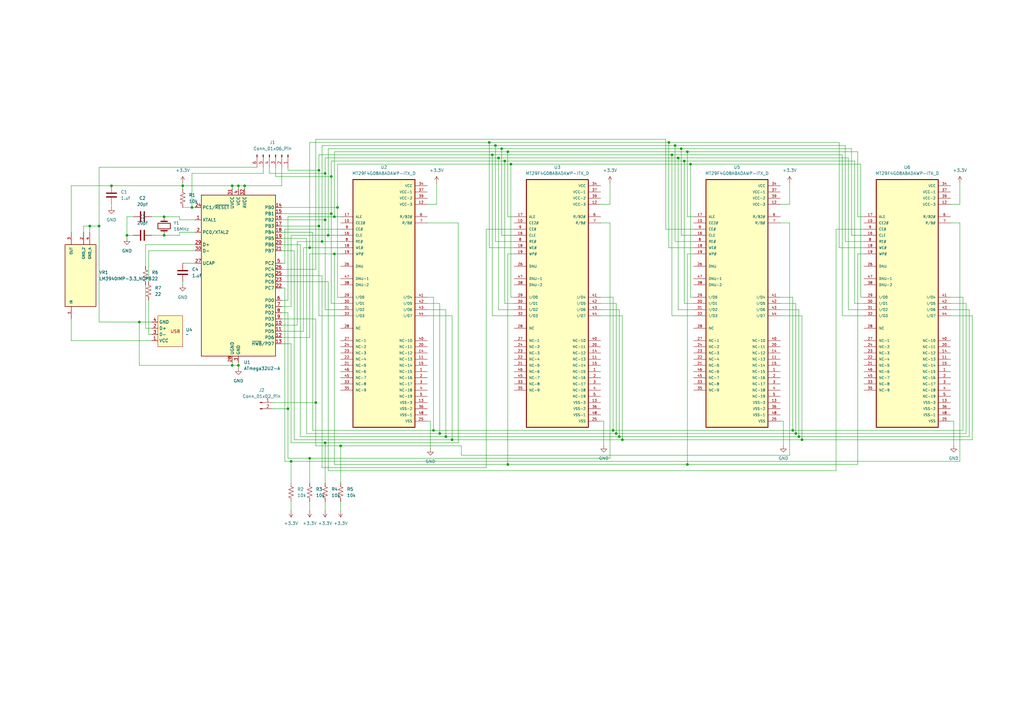
<source format=kicad_sch>
(kicad_sch
	(version 20231120)
	(generator "eeschema")
	(generator_version "8.0")
	(uuid "02480f5a-6ba6-46be-a788-aa5b8e2442d7")
	(paper "A3")
	(lib_symbols
		(symbol "Connector:Conn_01x02_Pin"
			(pin_names
				(offset 1.016) hide)
			(exclude_from_sim no)
			(in_bom yes)
			(on_board yes)
			(property "Reference" "J"
				(at 0 2.54 0)
				(effects
					(font
						(size 1.27 1.27)
					)
				)
			)
			(property "Value" "Conn_01x02_Pin"
				(at 0 -5.08 0)
				(effects
					(font
						(size 1.27 1.27)
					)
				)
			)
			(property "Footprint" ""
				(at 0 0 0)
				(effects
					(font
						(size 1.27 1.27)
					)
					(hide yes)
				)
			)
			(property "Datasheet" "~"
				(at 0 0 0)
				(effects
					(font
						(size 1.27 1.27)
					)
					(hide yes)
				)
			)
			(property "Description" "Generic connector, single row, 01x02, script generated"
				(at 0 0 0)
				(effects
					(font
						(size 1.27 1.27)
					)
					(hide yes)
				)
			)
			(property "ki_locked" ""
				(at 0 0 0)
				(effects
					(font
						(size 1.27 1.27)
					)
				)
			)
			(property "ki_keywords" "connector"
				(at 0 0 0)
				(effects
					(font
						(size 1.27 1.27)
					)
					(hide yes)
				)
			)
			(property "ki_fp_filters" "Connector*:*_1x??_*"
				(at 0 0 0)
				(effects
					(font
						(size 1.27 1.27)
					)
					(hide yes)
				)
			)
			(symbol "Conn_01x02_Pin_1_1"
				(polyline
					(pts
						(xy 1.27 -2.54) (xy 0.8636 -2.54)
					)
					(stroke
						(width 0.1524)
						(type default)
					)
					(fill
						(type none)
					)
				)
				(polyline
					(pts
						(xy 1.27 0) (xy 0.8636 0)
					)
					(stroke
						(width 0.1524)
						(type default)
					)
					(fill
						(type none)
					)
				)
				(rectangle
					(start 0.8636 -2.413)
					(end 0 -2.667)
					(stroke
						(width 0.1524)
						(type default)
					)
					(fill
						(type outline)
					)
				)
				(rectangle
					(start 0.8636 0.127)
					(end 0 -0.127)
					(stroke
						(width 0.1524)
						(type default)
					)
					(fill
						(type outline)
					)
				)
				(pin passive line
					(at 5.08 0 180)
					(length 3.81)
					(name "Pin_1"
						(effects
							(font
								(size 1.27 1.27)
							)
						)
					)
					(number "1"
						(effects
							(font
								(size 1.27 1.27)
							)
						)
					)
				)
				(pin passive line
					(at 5.08 -2.54 180)
					(length 3.81)
					(name "Pin_2"
						(effects
							(font
								(size 1.27 1.27)
							)
						)
					)
					(number "2"
						(effects
							(font
								(size 1.27 1.27)
							)
						)
					)
				)
			)
		)
		(symbol "Connector:Conn_01x06_Pin"
			(pin_names
				(offset 1.016) hide)
			(exclude_from_sim no)
			(in_bom yes)
			(on_board yes)
			(property "Reference" "J"
				(at 0 7.62 0)
				(effects
					(font
						(size 1.27 1.27)
					)
				)
			)
			(property "Value" "Conn_01x06_Pin"
				(at 0 -10.16 0)
				(effects
					(font
						(size 1.27 1.27)
					)
				)
			)
			(property "Footprint" ""
				(at 0 0 0)
				(effects
					(font
						(size 1.27 1.27)
					)
					(hide yes)
				)
			)
			(property "Datasheet" "~"
				(at 0 0 0)
				(effects
					(font
						(size 1.27 1.27)
					)
					(hide yes)
				)
			)
			(property "Description" "Generic connector, single row, 01x06, script generated"
				(at 0 0 0)
				(effects
					(font
						(size 1.27 1.27)
					)
					(hide yes)
				)
			)
			(property "ki_locked" ""
				(at 0 0 0)
				(effects
					(font
						(size 1.27 1.27)
					)
				)
			)
			(property "ki_keywords" "connector"
				(at 0 0 0)
				(effects
					(font
						(size 1.27 1.27)
					)
					(hide yes)
				)
			)
			(property "ki_fp_filters" "Connector*:*_1x??_*"
				(at 0 0 0)
				(effects
					(font
						(size 1.27 1.27)
					)
					(hide yes)
				)
			)
			(symbol "Conn_01x06_Pin_1_1"
				(polyline
					(pts
						(xy 1.27 -7.62) (xy 0.8636 -7.62)
					)
					(stroke
						(width 0.1524)
						(type default)
					)
					(fill
						(type none)
					)
				)
				(polyline
					(pts
						(xy 1.27 -5.08) (xy 0.8636 -5.08)
					)
					(stroke
						(width 0.1524)
						(type default)
					)
					(fill
						(type none)
					)
				)
				(polyline
					(pts
						(xy 1.27 -2.54) (xy 0.8636 -2.54)
					)
					(stroke
						(width 0.1524)
						(type default)
					)
					(fill
						(type none)
					)
				)
				(polyline
					(pts
						(xy 1.27 0) (xy 0.8636 0)
					)
					(stroke
						(width 0.1524)
						(type default)
					)
					(fill
						(type none)
					)
				)
				(polyline
					(pts
						(xy 1.27 2.54) (xy 0.8636 2.54)
					)
					(stroke
						(width 0.1524)
						(type default)
					)
					(fill
						(type none)
					)
				)
				(polyline
					(pts
						(xy 1.27 5.08) (xy 0.8636 5.08)
					)
					(stroke
						(width 0.1524)
						(type default)
					)
					(fill
						(type none)
					)
				)
				(rectangle
					(start 0.8636 -7.493)
					(end 0 -7.747)
					(stroke
						(width 0.1524)
						(type default)
					)
					(fill
						(type outline)
					)
				)
				(rectangle
					(start 0.8636 -4.953)
					(end 0 -5.207)
					(stroke
						(width 0.1524)
						(type default)
					)
					(fill
						(type outline)
					)
				)
				(rectangle
					(start 0.8636 -2.413)
					(end 0 -2.667)
					(stroke
						(width 0.1524)
						(type default)
					)
					(fill
						(type outline)
					)
				)
				(rectangle
					(start 0.8636 0.127)
					(end 0 -0.127)
					(stroke
						(width 0.1524)
						(type default)
					)
					(fill
						(type outline)
					)
				)
				(rectangle
					(start 0.8636 2.667)
					(end 0 2.413)
					(stroke
						(width 0.1524)
						(type default)
					)
					(fill
						(type outline)
					)
				)
				(rectangle
					(start 0.8636 5.207)
					(end 0 4.953)
					(stroke
						(width 0.1524)
						(type default)
					)
					(fill
						(type outline)
					)
				)
				(pin passive line
					(at 5.08 5.08 180)
					(length 3.81)
					(name "Pin_1"
						(effects
							(font
								(size 1.27 1.27)
							)
						)
					)
					(number "1"
						(effects
							(font
								(size 1.27 1.27)
							)
						)
					)
				)
				(pin passive line
					(at 5.08 2.54 180)
					(length 3.81)
					(name "Pin_2"
						(effects
							(font
								(size 1.27 1.27)
							)
						)
					)
					(number "2"
						(effects
							(font
								(size 1.27 1.27)
							)
						)
					)
				)
				(pin passive line
					(at 5.08 0 180)
					(length 3.81)
					(name "Pin_3"
						(effects
							(font
								(size 1.27 1.27)
							)
						)
					)
					(number "3"
						(effects
							(font
								(size 1.27 1.27)
							)
						)
					)
				)
				(pin passive line
					(at 5.08 -2.54 180)
					(length 3.81)
					(name "Pin_4"
						(effects
							(font
								(size 1.27 1.27)
							)
						)
					)
					(number "4"
						(effects
							(font
								(size 1.27 1.27)
							)
						)
					)
				)
				(pin passive line
					(at 5.08 -5.08 180)
					(length 3.81)
					(name "Pin_5"
						(effects
							(font
								(size 1.27 1.27)
							)
						)
					)
					(number "5"
						(effects
							(font
								(size 1.27 1.27)
							)
						)
					)
				)
				(pin passive line
					(at 5.08 -7.62 180)
					(length 3.81)
					(name "Pin_6"
						(effects
							(font
								(size 1.27 1.27)
							)
						)
					)
					(number "6"
						(effects
							(font
								(size 1.27 1.27)
							)
						)
					)
				)
			)
		)
		(symbol "Device:C"
			(pin_numbers hide)
			(pin_names
				(offset 0.254)
			)
			(exclude_from_sim no)
			(in_bom yes)
			(on_board yes)
			(property "Reference" "C"
				(at 0.635 2.54 0)
				(effects
					(font
						(size 1.27 1.27)
					)
					(justify left)
				)
			)
			(property "Value" "C"
				(at 0.635 -2.54 0)
				(effects
					(font
						(size 1.27 1.27)
					)
					(justify left)
				)
			)
			(property "Footprint" ""
				(at 0.9652 -3.81 0)
				(effects
					(font
						(size 1.27 1.27)
					)
					(hide yes)
				)
			)
			(property "Datasheet" "~"
				(at 0 0 0)
				(effects
					(font
						(size 1.27 1.27)
					)
					(hide yes)
				)
			)
			(property "Description" "Unpolarized capacitor"
				(at 0 0 0)
				(effects
					(font
						(size 1.27 1.27)
					)
					(hide yes)
				)
			)
			(property "ki_keywords" "cap capacitor"
				(at 0 0 0)
				(effects
					(font
						(size 1.27 1.27)
					)
					(hide yes)
				)
			)
			(property "ki_fp_filters" "C_*"
				(at 0 0 0)
				(effects
					(font
						(size 1.27 1.27)
					)
					(hide yes)
				)
			)
			(symbol "C_0_1"
				(polyline
					(pts
						(xy -2.032 -0.762) (xy 2.032 -0.762)
					)
					(stroke
						(width 0.508)
						(type default)
					)
					(fill
						(type none)
					)
				)
				(polyline
					(pts
						(xy -2.032 0.762) (xy 2.032 0.762)
					)
					(stroke
						(width 0.508)
						(type default)
					)
					(fill
						(type none)
					)
				)
			)
			(symbol "C_1_1"
				(pin passive line
					(at 0 3.81 270)
					(length 2.794)
					(name "~"
						(effects
							(font
								(size 1.27 1.27)
							)
						)
					)
					(number "1"
						(effects
							(font
								(size 1.27 1.27)
							)
						)
					)
				)
				(pin passive line
					(at 0 -3.81 90)
					(length 2.794)
					(name "~"
						(effects
							(font
								(size 1.27 1.27)
							)
						)
					)
					(number "2"
						(effects
							(font
								(size 1.27 1.27)
							)
						)
					)
				)
			)
		)
		(symbol "Device:Crystal"
			(pin_numbers hide)
			(pin_names
				(offset 1.016) hide)
			(exclude_from_sim no)
			(in_bom yes)
			(on_board yes)
			(property "Reference" "Y"
				(at 0 3.81 0)
				(effects
					(font
						(size 1.27 1.27)
					)
				)
			)
			(property "Value" "Crystal"
				(at 0 -3.81 0)
				(effects
					(font
						(size 1.27 1.27)
					)
				)
			)
			(property "Footprint" ""
				(at 0 0 0)
				(effects
					(font
						(size 1.27 1.27)
					)
					(hide yes)
				)
			)
			(property "Datasheet" "~"
				(at 0 0 0)
				(effects
					(font
						(size 1.27 1.27)
					)
					(hide yes)
				)
			)
			(property "Description" "Two pin crystal"
				(at 0 0 0)
				(effects
					(font
						(size 1.27 1.27)
					)
					(hide yes)
				)
			)
			(property "ki_keywords" "quartz ceramic resonator oscillator"
				(at 0 0 0)
				(effects
					(font
						(size 1.27 1.27)
					)
					(hide yes)
				)
			)
			(property "ki_fp_filters" "Crystal*"
				(at 0 0 0)
				(effects
					(font
						(size 1.27 1.27)
					)
					(hide yes)
				)
			)
			(symbol "Crystal_0_1"
				(rectangle
					(start -1.143 2.54)
					(end 1.143 -2.54)
					(stroke
						(width 0.3048)
						(type default)
					)
					(fill
						(type none)
					)
				)
				(polyline
					(pts
						(xy -2.54 0) (xy -1.905 0)
					)
					(stroke
						(width 0)
						(type default)
					)
					(fill
						(type none)
					)
				)
				(polyline
					(pts
						(xy -1.905 -1.27) (xy -1.905 1.27)
					)
					(stroke
						(width 0.508)
						(type default)
					)
					(fill
						(type none)
					)
				)
				(polyline
					(pts
						(xy 1.905 -1.27) (xy 1.905 1.27)
					)
					(stroke
						(width 0.508)
						(type default)
					)
					(fill
						(type none)
					)
				)
				(polyline
					(pts
						(xy 2.54 0) (xy 1.905 0)
					)
					(stroke
						(width 0)
						(type default)
					)
					(fill
						(type none)
					)
				)
			)
			(symbol "Crystal_1_1"
				(pin passive line
					(at -3.81 0 0)
					(length 1.27)
					(name "1"
						(effects
							(font
								(size 1.27 1.27)
							)
						)
					)
					(number "1"
						(effects
							(font
								(size 1.27 1.27)
							)
						)
					)
				)
				(pin passive line
					(at 3.81 0 180)
					(length 1.27)
					(name "2"
						(effects
							(font
								(size 1.27 1.27)
							)
						)
					)
					(number "2"
						(effects
							(font
								(size 1.27 1.27)
							)
						)
					)
				)
			)
		)
		(symbol "Device:R_US"
			(pin_numbers hide)
			(pin_names
				(offset 0)
			)
			(exclude_from_sim no)
			(in_bom yes)
			(on_board yes)
			(property "Reference" "R"
				(at 2.54 0 90)
				(effects
					(font
						(size 1.27 1.27)
					)
				)
			)
			(property "Value" "R_US"
				(at -2.54 0 90)
				(effects
					(font
						(size 1.27 1.27)
					)
				)
			)
			(property "Footprint" ""
				(at 1.016 -0.254 90)
				(effects
					(font
						(size 1.27 1.27)
					)
					(hide yes)
				)
			)
			(property "Datasheet" "~"
				(at 0 0 0)
				(effects
					(font
						(size 1.27 1.27)
					)
					(hide yes)
				)
			)
			(property "Description" "Resistor, US symbol"
				(at 0 0 0)
				(effects
					(font
						(size 1.27 1.27)
					)
					(hide yes)
				)
			)
			(property "ki_keywords" "R res resistor"
				(at 0 0 0)
				(effects
					(font
						(size 1.27 1.27)
					)
					(hide yes)
				)
			)
			(property "ki_fp_filters" "R_*"
				(at 0 0 0)
				(effects
					(font
						(size 1.27 1.27)
					)
					(hide yes)
				)
			)
			(symbol "R_US_0_1"
				(polyline
					(pts
						(xy 0 -2.286) (xy 0 -2.54)
					)
					(stroke
						(width 0)
						(type default)
					)
					(fill
						(type none)
					)
				)
				(polyline
					(pts
						(xy 0 2.286) (xy 0 2.54)
					)
					(stroke
						(width 0)
						(type default)
					)
					(fill
						(type none)
					)
				)
				(polyline
					(pts
						(xy 0 -0.762) (xy 1.016 -1.143) (xy 0 -1.524) (xy -1.016 -1.905) (xy 0 -2.286)
					)
					(stroke
						(width 0)
						(type default)
					)
					(fill
						(type none)
					)
				)
				(polyline
					(pts
						(xy 0 0.762) (xy 1.016 0.381) (xy 0 0) (xy -1.016 -0.381) (xy 0 -0.762)
					)
					(stroke
						(width 0)
						(type default)
					)
					(fill
						(type none)
					)
				)
				(polyline
					(pts
						(xy 0 2.286) (xy 1.016 1.905) (xy 0 1.524) (xy -1.016 1.143) (xy 0 0.762)
					)
					(stroke
						(width 0)
						(type default)
					)
					(fill
						(type none)
					)
				)
			)
			(symbol "R_US_1_1"
				(pin passive line
					(at 0 3.81 270)
					(length 1.27)
					(name "~"
						(effects
							(font
								(size 1.27 1.27)
							)
						)
					)
					(number "1"
						(effects
							(font
								(size 1.27 1.27)
							)
						)
					)
				)
				(pin passive line
					(at 0 -3.81 90)
					(length 1.27)
					(name "~"
						(effects
							(font
								(size 1.27 1.27)
							)
						)
					)
					(number "2"
						(effects
							(font
								(size 1.27 1.27)
							)
						)
					)
				)
			)
		)
		(symbol "MCU_Microchip_ATmega:ATmega32U2-A"
			(exclude_from_sim no)
			(in_bom yes)
			(on_board yes)
			(property "Reference" "U"
				(at -15.24 34.29 0)
				(effects
					(font
						(size 1.27 1.27)
					)
					(justify left bottom)
				)
			)
			(property "Value" "ATmega32U2-A"
				(at 2.54 -34.29 0)
				(effects
					(font
						(size 1.27 1.27)
					)
					(justify left top)
				)
			)
			(property "Footprint" "Package_QFP:TQFP-32_7x7mm_P0.8mm"
				(at 0 0 0)
				(effects
					(font
						(size 1.27 1.27)
						(italic yes)
					)
					(hide yes)
				)
			)
			(property "Datasheet" "http://ww1.microchip.com/downloads/en/DeviceDoc/doc7799.pdf"
				(at 0 0 0)
				(effects
					(font
						(size 1.27 1.27)
					)
					(hide yes)
				)
			)
			(property "Description" "16MHz, 32kB Flash, 1kB SRAM, 1kB EEPROM, TQFP-32"
				(at 0 0 0)
				(effects
					(font
						(size 1.27 1.27)
					)
					(hide yes)
				)
			)
			(property "ki_keywords" "AVR 8bit Microcontroller MegaAVR"
				(at 0 0 0)
				(effects
					(font
						(size 1.27 1.27)
					)
					(hide yes)
				)
			)
			(property "ki_fp_filters" "TQFP*7x7mm*P0.8mm*"
				(at 0 0 0)
				(effects
					(font
						(size 1.27 1.27)
					)
					(hide yes)
				)
			)
			(symbol "ATmega32U2-A_0_1"
				(rectangle
					(start -15.24 -33.02)
					(end 15.24 33.02)
					(stroke
						(width 0.254)
						(type default)
					)
					(fill
						(type background)
					)
				)
			)
			(symbol "ATmega32U2-A_1_1"
				(pin input line
					(at -17.78 22.86 0)
					(length 2.54)
					(name "XTAL1"
						(effects
							(font
								(size 1.27 1.27)
							)
						)
					)
					(number "1"
						(effects
							(font
								(size 1.27 1.27)
							)
						)
					)
				)
				(pin bidirectional line
					(at 17.78 -20.32 180)
					(length 2.54)
					(name "PD4"
						(effects
							(font
								(size 1.27 1.27)
							)
						)
					)
					(number "10"
						(effects
							(font
								(size 1.27 1.27)
							)
						)
					)
				)
				(pin bidirectional line
					(at 17.78 -22.86 180)
					(length 2.54)
					(name "PD5"
						(effects
							(font
								(size 1.27 1.27)
							)
						)
					)
					(number "11"
						(effects
							(font
								(size 1.27 1.27)
							)
						)
					)
				)
				(pin bidirectional line
					(at 17.78 -25.4 180)
					(length 2.54)
					(name "PD6"
						(effects
							(font
								(size 1.27 1.27)
							)
						)
					)
					(number "12"
						(effects
							(font
								(size 1.27 1.27)
							)
						)
					)
				)
				(pin bidirectional line
					(at 17.78 -27.94 180)
					(length 2.54)
					(name "~{HWB}/PD7"
						(effects
							(font
								(size 1.27 1.27)
							)
						)
					)
					(number "13"
						(effects
							(font
								(size 1.27 1.27)
							)
						)
					)
				)
				(pin bidirectional line
					(at 17.78 27.94 180)
					(length 2.54)
					(name "PB0"
						(effects
							(font
								(size 1.27 1.27)
							)
						)
					)
					(number "14"
						(effects
							(font
								(size 1.27 1.27)
							)
						)
					)
				)
				(pin bidirectional line
					(at 17.78 25.4 180)
					(length 2.54)
					(name "PB1"
						(effects
							(font
								(size 1.27 1.27)
							)
						)
					)
					(number "15"
						(effects
							(font
								(size 1.27 1.27)
							)
						)
					)
				)
				(pin bidirectional line
					(at 17.78 22.86 180)
					(length 2.54)
					(name "PB2"
						(effects
							(font
								(size 1.27 1.27)
							)
						)
					)
					(number "16"
						(effects
							(font
								(size 1.27 1.27)
							)
						)
					)
				)
				(pin bidirectional line
					(at 17.78 20.32 180)
					(length 2.54)
					(name "PB3"
						(effects
							(font
								(size 1.27 1.27)
							)
						)
					)
					(number "17"
						(effects
							(font
								(size 1.27 1.27)
							)
						)
					)
				)
				(pin bidirectional line
					(at 17.78 17.78 180)
					(length 2.54)
					(name "PB4"
						(effects
							(font
								(size 1.27 1.27)
							)
						)
					)
					(number "18"
						(effects
							(font
								(size 1.27 1.27)
							)
						)
					)
				)
				(pin bidirectional line
					(at 17.78 15.24 180)
					(length 2.54)
					(name "PB5"
						(effects
							(font
								(size 1.27 1.27)
							)
						)
					)
					(number "19"
						(effects
							(font
								(size 1.27 1.27)
							)
						)
					)
				)
				(pin bidirectional line
					(at -17.78 17.78 0)
					(length 2.54)
					(name "PC0/XTAL2"
						(effects
							(font
								(size 1.27 1.27)
							)
						)
					)
					(number "2"
						(effects
							(font
								(size 1.27 1.27)
							)
						)
					)
				)
				(pin bidirectional line
					(at 17.78 12.7 180)
					(length 2.54)
					(name "PB6"
						(effects
							(font
								(size 1.27 1.27)
							)
						)
					)
					(number "20"
						(effects
							(font
								(size 1.27 1.27)
							)
						)
					)
				)
				(pin bidirectional line
					(at 17.78 10.16 180)
					(length 2.54)
					(name "PB7"
						(effects
							(font
								(size 1.27 1.27)
							)
						)
					)
					(number "21"
						(effects
							(font
								(size 1.27 1.27)
							)
						)
					)
				)
				(pin bidirectional line
					(at 17.78 -5.08 180)
					(length 2.54)
					(name "PC7"
						(effects
							(font
								(size 1.27 1.27)
							)
						)
					)
					(number "22"
						(effects
							(font
								(size 1.27 1.27)
							)
						)
					)
				)
				(pin bidirectional line
					(at 17.78 -2.54 180)
					(length 2.54)
					(name "PC6"
						(effects
							(font
								(size 1.27 1.27)
							)
						)
					)
					(number "23"
						(effects
							(font
								(size 1.27 1.27)
							)
						)
					)
				)
				(pin bidirectional line
					(at -17.78 27.94 0)
					(length 2.54)
					(name "PC1/~{RESET}"
						(effects
							(font
								(size 1.27 1.27)
							)
						)
					)
					(number "24"
						(effects
							(font
								(size 1.27 1.27)
							)
						)
					)
				)
				(pin bidirectional line
					(at 17.78 0 180)
					(length 2.54)
					(name "PC5"
						(effects
							(font
								(size 1.27 1.27)
							)
						)
					)
					(number "25"
						(effects
							(font
								(size 1.27 1.27)
							)
						)
					)
				)
				(pin bidirectional line
					(at 17.78 2.54 180)
					(length 2.54)
					(name "PC4"
						(effects
							(font
								(size 1.27 1.27)
							)
						)
					)
					(number "26"
						(effects
							(font
								(size 1.27 1.27)
							)
						)
					)
				)
				(pin passive line
					(at -17.78 5.08 0)
					(length 2.54)
					(name "UCAP"
						(effects
							(font
								(size 1.27 1.27)
							)
						)
					)
					(number "27"
						(effects
							(font
								(size 1.27 1.27)
							)
						)
					)
				)
				(pin power_in line
					(at -2.54 -35.56 90)
					(length 2.54)
					(name "UGND"
						(effects
							(font
								(size 1.27 1.27)
							)
						)
					)
					(number "28"
						(effects
							(font
								(size 1.27 1.27)
							)
						)
					)
				)
				(pin bidirectional line
					(at -17.78 12.7 0)
					(length 2.54)
					(name "D+"
						(effects
							(font
								(size 1.27 1.27)
							)
						)
					)
					(number "29"
						(effects
							(font
								(size 1.27 1.27)
							)
						)
					)
				)
				(pin power_in line
					(at 0 -35.56 90)
					(length 2.54)
					(name "GND"
						(effects
							(font
								(size 1.27 1.27)
							)
						)
					)
					(number "3"
						(effects
							(font
								(size 1.27 1.27)
							)
						)
					)
				)
				(pin bidirectional line
					(at -17.78 10.16 0)
					(length 2.54)
					(name "D-"
						(effects
							(font
								(size 1.27 1.27)
							)
						)
					)
					(number "30"
						(effects
							(font
								(size 1.27 1.27)
							)
						)
					)
				)
				(pin power_in line
					(at -2.54 35.56 270)
					(length 2.54)
					(name "UVCC"
						(effects
							(font
								(size 1.27 1.27)
							)
						)
					)
					(number "31"
						(effects
							(font
								(size 1.27 1.27)
							)
						)
					)
				)
				(pin power_in line
					(at 2.54 35.56 270)
					(length 2.54)
					(name "AVCC"
						(effects
							(font
								(size 1.27 1.27)
							)
						)
					)
					(number "32"
						(effects
							(font
								(size 1.27 1.27)
							)
						)
					)
				)
				(pin power_in line
					(at 0 35.56 270)
					(length 2.54)
					(name "VCC"
						(effects
							(font
								(size 1.27 1.27)
							)
						)
					)
					(number "4"
						(effects
							(font
								(size 1.27 1.27)
							)
						)
					)
				)
				(pin bidirectional line
					(at 17.78 5.08 180)
					(length 2.54)
					(name "PC2"
						(effects
							(font
								(size 1.27 1.27)
							)
						)
					)
					(number "5"
						(effects
							(font
								(size 1.27 1.27)
							)
						)
					)
				)
				(pin bidirectional line
					(at 17.78 -10.16 180)
					(length 2.54)
					(name "PD0"
						(effects
							(font
								(size 1.27 1.27)
							)
						)
					)
					(number "6"
						(effects
							(font
								(size 1.27 1.27)
							)
						)
					)
				)
				(pin bidirectional line
					(at 17.78 -12.7 180)
					(length 2.54)
					(name "PD1"
						(effects
							(font
								(size 1.27 1.27)
							)
						)
					)
					(number "7"
						(effects
							(font
								(size 1.27 1.27)
							)
						)
					)
				)
				(pin bidirectional line
					(at 17.78 -15.24 180)
					(length 2.54)
					(name "PD2"
						(effects
							(font
								(size 1.27 1.27)
							)
						)
					)
					(number "8"
						(effects
							(font
								(size 1.27 1.27)
							)
						)
					)
				)
				(pin bidirectional line
					(at 17.78 -17.78 180)
					(length 2.54)
					(name "PD3"
						(effects
							(font
								(size 1.27 1.27)
							)
						)
					)
					(number "9"
						(effects
							(font
								(size 1.27 1.27)
							)
						)
					)
				)
			)
		)
		(symbol "MT29F4G08ABADAWP-ITX_D:MT29F4G08ABADAWP-ITX_D"
			(pin_names
				(offset 1.016)
			)
			(exclude_from_sim no)
			(in_bom yes)
			(on_board yes)
			(property "Reference" "U"
				(at -12.7 51.8 0)
				(effects
					(font
						(size 1.27 1.27)
					)
					(justify left bottom)
				)
			)
			(property "Value" "MT29F4G08ABADAWP-ITX_D"
				(at -12.7 -54.8 0)
				(effects
					(font
						(size 1.27 1.27)
					)
					(justify left bottom)
				)
			)
			(property "Footprint" "MT29F4G08ABADAWP-ITX_D:SOP50P2000X120-48N"
				(at 0 0 0)
				(effects
					(font
						(size 1.27 1.27)
					)
					(justify bottom)
					(hide yes)
				)
			)
			(property "Datasheet" ""
				(at 0 0 0)
				(effects
					(font
						(size 1.27 1.27)
					)
					(hide yes)
				)
			)
			(property "Description" ""
				(at 0 0 0)
				(effects
					(font
						(size 1.27 1.27)
					)
					(hide yes)
				)
			)
			(property "MF" "Micron Technology"
				(at 0 0 0)
				(effects
					(font
						(size 1.27 1.27)
					)
					(justify bottom)
					(hide yes)
				)
			)
			(property "Description_1" "\n                        \n                            FLASH - NAND Memory IC 4Gb (512M x 8) Parallel   48-TSOP I\n                        \n"
				(at 0 0 0)
				(effects
					(font
						(size 1.27 1.27)
					)
					(justify bottom)
					(hide yes)
				)
			)
			(property "Package" "TSOP-48 Micron Technology"
				(at 0 0 0)
				(effects
					(font
						(size 1.27 1.27)
					)
					(justify bottom)
					(hide yes)
				)
			)
			(property "Price" "None"
				(at 0 0 0)
				(effects
					(font
						(size 1.27 1.27)
					)
					(justify bottom)
					(hide yes)
				)
			)
			(property "Check_prices" "https://www.snapeda.com/parts/MT29F4G08ABADAWP-ITX:D/Micron/view-part/?ref=eda"
				(at 0 0 0)
				(effects
					(font
						(size 1.27 1.27)
					)
					(justify bottom)
					(hide yes)
				)
			)
			(property "SnapEDA_Link" "https://www.snapeda.com/parts/MT29F4G08ABADAWP-ITX:D/Micron/view-part/?ref=snap"
				(at 0 0 0)
				(effects
					(font
						(size 1.27 1.27)
					)
					(justify bottom)
					(hide yes)
				)
			)
			(property "MP" "MT29F4G08ABADAWP-ITX:D"
				(at 0 0 0)
				(effects
					(font
						(size 1.27 1.27)
					)
					(justify bottom)
					(hide yes)
				)
			)
			(property "Availability" "In Stock"
				(at 0 0 0)
				(effects
					(font
						(size 1.27 1.27)
					)
					(justify bottom)
					(hide yes)
				)
			)
			(property "Manufacturer" "Micron Technology"
				(at 0 0 0)
				(effects
					(font
						(size 1.27 1.27)
					)
					(justify bottom)
					(hide yes)
				)
			)
			(symbol "MT29F4G08ABADAWP-ITX_D_0_0"
				(rectangle
					(start -12.7 -50.8)
					(end 12.7 50.8)
					(stroke
						(width 0.41)
						(type default)
					)
					(fill
						(type background)
					)
				)
				(pin bidirectional line
					(at 17.78 -27.94 180)
					(length 5.08)
					(name "NC-15"
						(effects
							(font
								(size 1.016 1.016)
							)
						)
					)
					(number "1"
						(effects
							(font
								(size 1.016 1.016)
							)
						)
					)
				)
				(pin input line
					(at -17.78 33.02 0)
					(length 5.08)
					(name "CE2#"
						(effects
							(font
								(size 1.016 1.016)
							)
						)
					)
					(number "10"
						(effects
							(font
								(size 1.016 1.016)
							)
						)
					)
				)
				(pin bidirectional line
					(at 17.78 -22.86 180)
					(length 5.08)
					(name "NC-13"
						(effects
							(font
								(size 1.016 1.016)
							)
						)
					)
					(number "11"
						(effects
							(font
								(size 1.016 1.016)
							)
						)
					)
				)
				(pin power_in line
					(at 17.78 40.64 180)
					(length 5.08)
					(name "VCC-3"
						(effects
							(font
								(size 1.016 1.016)
							)
						)
					)
					(number "12"
						(effects
							(font
								(size 1.016 1.016)
							)
						)
					)
				)
				(pin power_in line
					(at 17.78 -40.64 180)
					(length 5.08)
					(name "VSS-3"
						(effects
							(font
								(size 1.016 1.016)
							)
						)
					)
					(number "13"
						(effects
							(font
								(size 1.016 1.016)
							)
						)
					)
				)
				(pin bidirectional line
					(at 17.78 -20.32 180)
					(length 5.08)
					(name "NC-12"
						(effects
							(font
								(size 1.016 1.016)
							)
						)
					)
					(number "14"
						(effects
							(font
								(size 1.016 1.016)
							)
						)
					)
				)
				(pin bidirectional line
					(at 17.78 -25.4 180)
					(length 5.08)
					(name "NC-14"
						(effects
							(font
								(size 1.016 1.016)
							)
						)
					)
					(number "15"
						(effects
							(font
								(size 1.016 1.016)
							)
						)
					)
				)
				(pin input line
					(at -17.78 27.94 0)
					(length 5.08)
					(name "CLE"
						(effects
							(font
								(size 1.016 1.016)
							)
						)
					)
					(number "16"
						(effects
							(font
								(size 1.016 1.016)
							)
						)
					)
				)
				(pin input line
					(at -17.78 35.56 0)
					(length 5.08)
					(name "ALE"
						(effects
							(font
								(size 1.016 1.016)
							)
						)
					)
					(number "17"
						(effects
							(font
								(size 1.016 1.016)
							)
						)
					)
				)
				(pin input line
					(at -17.78 22.86 0)
					(length 5.08)
					(name "WE#"
						(effects
							(font
								(size 1.016 1.016)
							)
						)
					)
					(number "18"
						(effects
							(font
								(size 1.016 1.016)
							)
						)
					)
				)
				(pin input line
					(at -17.78 20.32 0)
					(length 5.08)
					(name "WP#"
						(effects
							(font
								(size 1.016 1.016)
							)
						)
					)
					(number "19"
						(effects
							(font
								(size 1.016 1.016)
							)
						)
					)
				)
				(pin bidirectional line
					(at 17.78 -30.48 180)
					(length 5.08)
					(name "NC-16"
						(effects
							(font
								(size 1.016 1.016)
							)
						)
					)
					(number "2"
						(effects
							(font
								(size 1.016 1.016)
							)
						)
					)
				)
				(pin bidirectional line
					(at 17.78 -17.78 180)
					(length 5.08)
					(name "NC-11"
						(effects
							(font
								(size 1.016 1.016)
							)
						)
					)
					(number "20"
						(effects
							(font
								(size 1.016 1.016)
							)
						)
					)
				)
				(pin bidirectional line
					(at -17.78 -25.4 0)
					(length 5.08)
					(name "NC-5"
						(effects
							(font
								(size 1.016 1.016)
							)
						)
					)
					(number "21"
						(effects
							(font
								(size 1.016 1.016)
							)
						)
					)
				)
				(pin bidirectional line
					(at -17.78 -22.86 0)
					(length 5.08)
					(name "NC-4"
						(effects
							(font
								(size 1.016 1.016)
							)
						)
					)
					(number "22"
						(effects
							(font
								(size 1.016 1.016)
							)
						)
					)
				)
				(pin bidirectional line
					(at -17.78 -20.32 0)
					(length 5.08)
					(name "NC-3"
						(effects
							(font
								(size 1.016 1.016)
							)
						)
					)
					(number "23"
						(effects
							(font
								(size 1.016 1.016)
							)
						)
					)
				)
				(pin bidirectional line
					(at -17.78 -17.78 0)
					(length 5.08)
					(name "NC-2"
						(effects
							(font
								(size 1.016 1.016)
							)
						)
					)
					(number "24"
						(effects
							(font
								(size 1.016 1.016)
							)
						)
					)
				)
				(pin power_in line
					(at 17.78 -48.26 180)
					(length 5.08)
					(name "VSS"
						(effects
							(font
								(size 1.016 1.016)
							)
						)
					)
					(number "25"
						(effects
							(font
								(size 1.016 1.016)
							)
						)
					)
				)
				(pin bidirectional line
					(at -17.78 15.24 0)
					(length 5.08)
					(name "DNU"
						(effects
							(font
								(size 1.016 1.016)
							)
						)
					)
					(number "26"
						(effects
							(font
								(size 1.016 1.016)
							)
						)
					)
				)
				(pin bidirectional line
					(at -17.78 -15.24 0)
					(length 5.08)
					(name "NC-1"
						(effects
							(font
								(size 1.016 1.016)
							)
						)
					)
					(number "27"
						(effects
							(font
								(size 1.016 1.016)
							)
						)
					)
				)
				(pin bidirectional line
					(at -17.78 -10.16 0)
					(length 5.08)
					(name "NC"
						(effects
							(font
								(size 1.016 1.016)
							)
						)
					)
					(number "28"
						(effects
							(font
								(size 1.016 1.016)
							)
						)
					)
				)
				(pin bidirectional line
					(at -17.78 2.54 0)
					(length 5.08)
					(name "I/O0"
						(effects
							(font
								(size 1.016 1.016)
							)
						)
					)
					(number "29"
						(effects
							(font
								(size 1.016 1.016)
							)
						)
					)
				)
				(pin bidirectional line
					(at 17.78 -33.02 180)
					(length 5.08)
					(name "NC-17"
						(effects
							(font
								(size 1.016 1.016)
							)
						)
					)
					(number "3"
						(effects
							(font
								(size 1.016 1.016)
							)
						)
					)
				)
				(pin bidirectional line
					(at -17.78 0 0)
					(length 5.08)
					(name "I/O1"
						(effects
							(font
								(size 1.016 1.016)
							)
						)
					)
					(number "30"
						(effects
							(font
								(size 1.016 1.016)
							)
						)
					)
				)
				(pin bidirectional line
					(at -17.78 -2.54 0)
					(length 5.08)
					(name "I/O2"
						(effects
							(font
								(size 1.016 1.016)
							)
						)
					)
					(number "31"
						(effects
							(font
								(size 1.016 1.016)
							)
						)
					)
				)
				(pin bidirectional line
					(at -17.78 -5.08 0)
					(length 5.08)
					(name "I/O3"
						(effects
							(font
								(size 1.016 1.016)
							)
						)
					)
					(number "32"
						(effects
							(font
								(size 1.016 1.016)
							)
						)
					)
				)
				(pin bidirectional line
					(at -17.78 -33.02 0)
					(length 5.08)
					(name "NC-8"
						(effects
							(font
								(size 1.016 1.016)
							)
						)
					)
					(number "33"
						(effects
							(font
								(size 1.016 1.016)
							)
						)
					)
				)
				(pin power_in line
					(at 17.78 48.26 180)
					(length 5.08)
					(name "VCC"
						(effects
							(font
								(size 1.016 1.016)
							)
						)
					)
					(number "34"
						(effects
							(font
								(size 1.016 1.016)
							)
						)
					)
				)
				(pin bidirectional line
					(at -17.78 -35.56 0)
					(length 5.08)
					(name "NC-9"
						(effects
							(font
								(size 1.016 1.016)
							)
						)
					)
					(number "35"
						(effects
							(font
								(size 1.016 1.016)
							)
						)
					)
				)
				(pin power_in line
					(at 17.78 -43.18 180)
					(length 5.08)
					(name "VSS-2"
						(effects
							(font
								(size 1.016 1.016)
							)
						)
					)
					(number "36"
						(effects
							(font
								(size 1.016 1.016)
							)
						)
					)
				)
				(pin power_in line
					(at 17.78 45.72 180)
					(length 5.08)
					(name "VCC-1"
						(effects
							(font
								(size 1.016 1.016)
							)
						)
					)
					(number "37"
						(effects
							(font
								(size 1.016 1.016)
							)
						)
					)
				)
				(pin bidirectional line
					(at -17.78 7.62 0)
					(length 5.08)
					(name "DNU-2"
						(effects
							(font
								(size 1.016 1.016)
							)
						)
					)
					(number "38"
						(effects
							(font
								(size 1.016 1.016)
							)
						)
					)
				)
				(pin power_in line
					(at 17.78 43.18 180)
					(length 5.08)
					(name "VCC-2"
						(effects
							(font
								(size 1.016 1.016)
							)
						)
					)
					(number "39"
						(effects
							(font
								(size 1.016 1.016)
							)
						)
					)
				)
				(pin bidirectional line
					(at 17.78 -35.56 180)
					(length 5.08)
					(name "NC-18"
						(effects
							(font
								(size 1.016 1.016)
							)
						)
					)
					(number "4"
						(effects
							(font
								(size 1.016 1.016)
							)
						)
					)
				)
				(pin bidirectional line
					(at 17.78 -15.24 180)
					(length 5.08)
					(name "NC-10"
						(effects
							(font
								(size 1.016 1.016)
							)
						)
					)
					(number "40"
						(effects
							(font
								(size 1.016 1.016)
							)
						)
					)
				)
				(pin bidirectional line
					(at 17.78 2.54 180)
					(length 5.08)
					(name "I/O4"
						(effects
							(font
								(size 1.016 1.016)
							)
						)
					)
					(number "41"
						(effects
							(font
								(size 1.016 1.016)
							)
						)
					)
				)
				(pin bidirectional line
					(at 17.78 0 180)
					(length 5.08)
					(name "I/O5"
						(effects
							(font
								(size 1.016 1.016)
							)
						)
					)
					(number "42"
						(effects
							(font
								(size 1.016 1.016)
							)
						)
					)
				)
				(pin bidirectional line
					(at 17.78 -2.54 180)
					(length 5.08)
					(name "I/O6"
						(effects
							(font
								(size 1.016 1.016)
							)
						)
					)
					(number "43"
						(effects
							(font
								(size 1.016 1.016)
							)
						)
					)
				)
				(pin bidirectional line
					(at 17.78 -5.08 180)
					(length 5.08)
					(name "I/O7"
						(effects
							(font
								(size 1.016 1.016)
							)
						)
					)
					(number "44"
						(effects
							(font
								(size 1.016 1.016)
							)
						)
					)
				)
				(pin bidirectional line
					(at -17.78 -30.48 0)
					(length 5.08)
					(name "NC-7"
						(effects
							(font
								(size 1.016 1.016)
							)
						)
					)
					(number "45"
						(effects
							(font
								(size 1.016 1.016)
							)
						)
					)
				)
				(pin bidirectional line
					(at -17.78 -27.94 0)
					(length 5.08)
					(name "NC-6"
						(effects
							(font
								(size 1.016 1.016)
							)
						)
					)
					(number "46"
						(effects
							(font
								(size 1.016 1.016)
							)
						)
					)
				)
				(pin bidirectional line
					(at -17.78 10.16 0)
					(length 5.08)
					(name "DNU-1"
						(effects
							(font
								(size 1.016 1.016)
							)
						)
					)
					(number "47"
						(effects
							(font
								(size 1.016 1.016)
							)
						)
					)
				)
				(pin power_in line
					(at 17.78 -45.72 180)
					(length 5.08)
					(name "VSS-1"
						(effects
							(font
								(size 1.016 1.016)
							)
						)
					)
					(number "48"
						(effects
							(font
								(size 1.016 1.016)
							)
						)
					)
				)
				(pin bidirectional line
					(at 17.78 -38.1 180)
					(length 5.08)
					(name "NC-19"
						(effects
							(font
								(size 1.016 1.016)
							)
						)
					)
					(number "5"
						(effects
							(font
								(size 1.016 1.016)
							)
						)
					)
				)
				(pin output line
					(at 17.78 35.56 180)
					(length 5.08)
					(name "R/B2#"
						(effects
							(font
								(size 1.016 1.016)
							)
						)
					)
					(number "6"
						(effects
							(font
								(size 1.016 1.016)
							)
						)
					)
				)
				(pin output line
					(at 17.78 33.02 180)
					(length 5.08)
					(name "R/B#"
						(effects
							(font
								(size 1.016 1.016)
							)
						)
					)
					(number "7"
						(effects
							(font
								(size 1.016 1.016)
							)
						)
					)
				)
				(pin input line
					(at -17.78 25.4 0)
					(length 5.08)
					(name "RE#"
						(effects
							(font
								(size 1.016 1.016)
							)
						)
					)
					(number "8"
						(effects
							(font
								(size 1.016 1.016)
							)
						)
					)
				)
				(pin input line
					(at -17.78 30.48 0)
					(length 5.08)
					(name "CE#"
						(effects
							(font
								(size 1.016 1.016)
							)
						)
					)
					(number "9"
						(effects
							(font
								(size 1.016 1.016)
							)
						)
					)
				)
			)
		)
		(symbol "power:+3.3V"
			(power)
			(pin_numbers hide)
			(pin_names
				(offset 0) hide)
			(exclude_from_sim no)
			(in_bom yes)
			(on_board yes)
			(property "Reference" "#PWR"
				(at 0 -3.81 0)
				(effects
					(font
						(size 1.27 1.27)
					)
					(hide yes)
				)
			)
			(property "Value" "+3.3V"
				(at 0 3.556 0)
				(effects
					(font
						(size 1.27 1.27)
					)
				)
			)
			(property "Footprint" ""
				(at 0 0 0)
				(effects
					(font
						(size 1.27 1.27)
					)
					(hide yes)
				)
			)
			(property "Datasheet" ""
				(at 0 0 0)
				(effects
					(font
						(size 1.27 1.27)
					)
					(hide yes)
				)
			)
			(property "Description" "Power symbol creates a global label with name \"+3.3V\""
				(at 0 0 0)
				(effects
					(font
						(size 1.27 1.27)
					)
					(hide yes)
				)
			)
			(property "ki_keywords" "global power"
				(at 0 0 0)
				(effects
					(font
						(size 1.27 1.27)
					)
					(hide yes)
				)
			)
			(symbol "+3.3V_0_1"
				(polyline
					(pts
						(xy -0.762 1.27) (xy 0 2.54)
					)
					(stroke
						(width 0)
						(type default)
					)
					(fill
						(type none)
					)
				)
				(polyline
					(pts
						(xy 0 0) (xy 0 2.54)
					)
					(stroke
						(width 0)
						(type default)
					)
					(fill
						(type none)
					)
				)
				(polyline
					(pts
						(xy 0 2.54) (xy 0.762 1.27)
					)
					(stroke
						(width 0)
						(type default)
					)
					(fill
						(type none)
					)
				)
			)
			(symbol "+3.3V_1_1"
				(pin power_in line
					(at 0 0 90)
					(length 0)
					(name "~"
						(effects
							(font
								(size 1.27 1.27)
							)
						)
					)
					(number "1"
						(effects
							(font
								(size 1.27 1.27)
							)
						)
					)
				)
			)
		)
		(symbol "power:GND"
			(power)
			(pin_numbers hide)
			(pin_names
				(offset 0) hide)
			(exclude_from_sim no)
			(in_bom yes)
			(on_board yes)
			(property "Reference" "#PWR"
				(at 0 -6.35 0)
				(effects
					(font
						(size 1.27 1.27)
					)
					(hide yes)
				)
			)
			(property "Value" "GND"
				(at 0 -3.81 0)
				(effects
					(font
						(size 1.27 1.27)
					)
				)
			)
			(property "Footprint" ""
				(at 0 0 0)
				(effects
					(font
						(size 1.27 1.27)
					)
					(hide yes)
				)
			)
			(property "Datasheet" ""
				(at 0 0 0)
				(effects
					(font
						(size 1.27 1.27)
					)
					(hide yes)
				)
			)
			(property "Description" "Power symbol creates a global label with name \"GND\" , ground"
				(at 0 0 0)
				(effects
					(font
						(size 1.27 1.27)
					)
					(hide yes)
				)
			)
			(property "ki_keywords" "global power"
				(at 0 0 0)
				(effects
					(font
						(size 1.27 1.27)
					)
					(hide yes)
				)
			)
			(symbol "GND_0_1"
				(polyline
					(pts
						(xy 0 0) (xy 0 -1.27) (xy 1.27 -1.27) (xy 0 -2.54) (xy -1.27 -1.27) (xy 0 -1.27)
					)
					(stroke
						(width 0)
						(type default)
					)
					(fill
						(type none)
					)
				)
			)
			(symbol "GND_1_1"
				(pin power_in line
					(at 0 0 270)
					(length 0)
					(name "~"
						(effects
							(font
								(size 1.27 1.27)
							)
						)
					)
					(number "1"
						(effects
							(font
								(size 1.27 1.27)
							)
						)
					)
				)
			)
		)
		(symbol "test2:LM3940IMP-3.3_NOPB"
			(pin_names
				(offset 1.016)
			)
			(exclude_from_sim no)
			(in_bom yes)
			(on_board yes)
			(property "Reference" "VR"
				(at -12.7 6.08 0)
				(effects
					(font
						(size 1.27 1.27)
					)
					(justify left bottom)
				)
			)
			(property "Value" "LM3940IMP-3.3_NOPB"
				(at -12.7 -9.08 0)
				(effects
					(font
						(size 1.27 1.27)
					)
					(justify left top)
				)
			)
			(property "Footprint" "LM3940IMP-3.3_NOPB:VREG_LM3940IMP-3.3_NOPB"
				(at 0 0 0)
				(effects
					(font
						(size 1.27 1.27)
					)
					(justify bottom)
					(hide yes)
				)
			)
			(property "Datasheet" ""
				(at 0 0 0)
				(effects
					(font
						(size 1.27 1.27)
					)
					(hide yes)
				)
			)
			(property "Description" ""
				(at 0 0 0)
				(effects
					(font
						(size 1.27 1.27)
					)
					(hide yes)
				)
			)
			(property "MF" "Texas Instruments"
				(at 0 0 0)
				(effects
					(font
						(size 1.27 1.27)
					)
					(justify bottom)
					(hide yes)
				)
			)
			(property "MAXIMUM_PACKAGE_HEIGHT" "1.80 mm"
				(at 0 0 0)
				(effects
					(font
						(size 1.27 1.27)
					)
					(justify bottom)
					(hide yes)
				)
			)
			(property "Package" "SOT-223-4 Texas Instruments"
				(at 0 0 0)
				(effects
					(font
						(size 1.27 1.27)
					)
					(justify bottom)
					(hide yes)
				)
			)
			(property "Price" "None"
				(at 0 0 0)
				(effects
					(font
						(size 1.27 1.27)
					)
					(justify bottom)
					(hide yes)
				)
			)
			(property "Check_prices" "https://www.snapeda.com/parts/LM3940IMP-3.3/NOPB/Texas+Instruments/view-part/?ref=eda"
				(at 0 0 0)
				(effects
					(font
						(size 1.27 1.27)
					)
					(justify bottom)
					(hide yes)
				)
			)
			(property "STANDARD" "Manufacturer Recommendations"
				(at 0 0 0)
				(effects
					(font
						(size 1.27 1.27)
					)
					(justify bottom)
					(hide yes)
				)
			)
			(property "PARTREV" "G"
				(at 0 0 0)
				(effects
					(font
						(size 1.27 1.27)
					)
					(justify bottom)
					(hide yes)
				)
			)
			(property "SnapEDA_Link" "https://www.snapeda.com/parts/LM3940IMP-3.3/NOPB/Texas+Instruments/view-part/?ref=snap"
				(at 0 0 0)
				(effects
					(font
						(size 1.27 1.27)
					)
					(justify bottom)
					(hide yes)
				)
			)
			(property "MP" "LM3940IMP-3.3/NOPB"
				(at 0 0 0)
				(effects
					(font
						(size 1.27 1.27)
					)
					(justify bottom)
					(hide yes)
				)
			)
			(property "Description_1" "\n                        \n                            1-A, low-dropout voltage regulator for 5-V to 3.3-V conversion\n                        \n"
				(at 0 0 0)
				(effects
					(font
						(size 1.27 1.27)
					)
					(justify bottom)
					(hide yes)
				)
			)
			(property "Availability" "In Stock"
				(at 0 0 0)
				(effects
					(font
						(size 1.27 1.27)
					)
					(justify bottom)
					(hide yes)
				)
			)
			(property "MANUFACTURER" "Texas Instruments"
				(at 0 0 0)
				(effects
					(font
						(size 1.27 1.27)
					)
					(justify bottom)
					(hide yes)
				)
			)
			(symbol "LM3940IMP-3.3_NOPB_0_0"
				(rectangle
					(start -12.7 -7.62)
					(end 12.7 5.08)
					(stroke
						(width 0.254)
						(type default)
					)
					(fill
						(type background)
					)
				)
				(pin input line
					(at -17.78 2.54 0)
					(length 5.08)
					(name "IN"
						(effects
							(font
								(size 1.016 1.016)
							)
						)
					)
					(number "1"
						(effects
							(font
								(size 1.016 1.016)
							)
						)
					)
				)
				(pin power_in line
					(at 17.78 -2.54 180)
					(length 5.08)
					(name "GND_2"
						(effects
							(font
								(size 1.016 1.016)
							)
						)
					)
					(number "2"
						(effects
							(font
								(size 1.016 1.016)
							)
						)
					)
				)
				(pin output line
					(at 17.78 2.54 180)
					(length 5.08)
					(name "OUT"
						(effects
							(font
								(size 1.016 1.016)
							)
						)
					)
					(number "3"
						(effects
							(font
								(size 1.016 1.016)
							)
						)
					)
				)
				(pin power_in line
					(at 17.78 -5.08 180)
					(length 5.08)
					(name "GND_4"
						(effects
							(font
								(size 1.016 1.016)
							)
						)
					)
					(number "4"
						(effects
							(font
								(size 1.016 1.016)
							)
						)
					)
				)
			)
		)
		(symbol "test:PCB_USB_connector"
			(exclude_from_sim no)
			(in_bom yes)
			(on_board yes)
			(property "Reference" "U"
				(at 0 0 0)
				(effects
					(font
						(size 1.27 1.27)
					)
				)
			)
			(property "Value" ""
				(at 0 0 0)
				(effects
					(font
						(size 1.27 1.27)
					)
				)
			)
			(property "Footprint" ""
				(at 0 0 0)
				(effects
					(font
						(size 1.27 1.27)
					)
					(hide yes)
				)
			)
			(property "Datasheet" ""
				(at 0 0 0)
				(effects
					(font
						(size 1.27 1.27)
					)
					(hide yes)
				)
			)
			(property "Description" ""
				(at 0 0 0)
				(effects
					(font
						(size 1.27 1.27)
					)
					(hide yes)
				)
			)
			(symbol "PCB_USB_connector_1_1"
				(rectangle
					(start 2.54 6.35)
					(end 12.7 -6.35)
					(stroke
						(width 0)
						(type default)
					)
					(fill
						(type background)
					)
				)
				(text "USB"
					(at 9.652 0 0)
					(effects
						(font
							(size 1.27 1.27)
						)
					)
				)
				(pin power_in line
					(at 0 -3.81 0)
					(length 2.54)
					(name "VCC"
						(effects
							(font
								(size 1.27 1.27)
							)
						)
					)
					(number "1"
						(effects
							(font
								(size 1.27 1.27)
							)
						)
					)
				)
				(pin bidirectional line
					(at 0 1.27 0)
					(length 2.54)
					(name "D+"
						(effects
							(font
								(size 1.27 1.27)
							)
						)
					)
					(number "2"
						(effects
							(font
								(size 1.27 1.27)
							)
						)
					)
				)
				(pin bidirectional line
					(at 0 -1.27 0)
					(length 2.54)
					(name "D-"
						(effects
							(font
								(size 1.27 1.27)
							)
						)
					)
					(number "3"
						(effects
							(font
								(size 1.27 1.27)
							)
						)
					)
				)
				(pin power_in line
					(at 0 3.81 0)
					(length 2.54)
					(name "GND"
						(effects
							(font
								(size 1.27 1.27)
							)
						)
					)
					(number "4"
						(effects
							(font
								(size 1.27 1.27)
							)
						)
					)
				)
			)
		)
	)
	(junction
		(at 328.93 180.34)
		(diameter 0)
		(color 0 0 0 0)
		(uuid "0048d559-662c-4d09-b162-8a65472d4da3")
	)
	(junction
		(at 279.4 60.96)
		(diameter 0)
		(color 0 0 0 0)
		(uuid "08b903f9-5d1f-4cb4-bc42-b67f0aa622cf")
	)
	(junction
		(at 74.93 76.2)
		(diameter 0)
		(color 0 0 0 0)
		(uuid "0a324e3d-7671-427e-8158-422213e2c131")
	)
	(junction
		(at 137.16 88.9)
		(diameter 0)
		(color 0 0 0 0)
		(uuid "1086739e-7d22-4ca9-a345-419c65810fb0")
	)
	(junction
		(at 78.74 85.09)
		(diameter 0)
		(color 0 0 0 0)
		(uuid "133d5982-4742-48ff-bf26-0d88207ec43c")
	)
	(junction
		(at 118.11 167.64)
		(diameter 0)
		(color 0 0 0 0)
		(uuid "1e6b4d31-615b-45f6-a53a-ee790467d8e8")
	)
	(junction
		(at 205.74 60.96)
		(diameter 0)
		(color 0 0 0 0)
		(uuid "2120f449-afcc-49dd-b462-f2f6caaff243")
	)
	(junction
		(at 119.38 189.23)
		(diameter 0)
		(color 0 0 0 0)
		(uuid "28f011cd-6bfa-4858-8ddd-4bd1c8a11dca")
	)
	(junction
		(at 251.46 176.53)
		(diameter 0)
		(color 0 0 0 0)
		(uuid "3c641383-1e76-48cc-8975-5604919d8b46")
	)
	(junction
		(at 52.07 96.52)
		(diameter 0)
		(color 0 0 0 0)
		(uuid "3ce87b43-f2ed-4c68-9393-aee58b1905d3")
	)
	(junction
		(at 201.93 63.5)
		(diameter 0)
		(color 0 0 0 0)
		(uuid "3d7917f5-6d8e-4375-ae0b-8e7fe84adf48")
	)
	(junction
		(at 177.8 176.53)
		(diameter 0)
		(color 0 0 0 0)
		(uuid "429a7b4c-b38a-4b12-88e9-45a29147c050")
	)
	(junction
		(at 185.42 180.34)
		(diameter 0)
		(color 0 0 0 0)
		(uuid "46ec6df3-4cdd-4608-8219-a9210c803690")
	)
	(junction
		(at 133.35 181.61)
		(diameter 0)
		(color 0 0 0 0)
		(uuid "49fb2a25-5d03-4299-9300-65181bbc7b9c")
	)
	(junction
		(at 275.59 63.5)
		(diameter 0)
		(color 0 0 0 0)
		(uuid "50e9d1ac-2aaa-489f-ae2f-955a139ec439")
	)
	(junction
		(at 130.81 92.71)
		(diameter 0)
		(color 0 0 0 0)
		(uuid "53929d44-8460-4ffc-8c46-ac0bcb977b1a")
	)
	(junction
		(at 135.89 87.63)
		(diameter 0)
		(color 0 0 0 0)
		(uuid "5571a77f-fbe1-4637-89da-0dfb38201d21")
	)
	(junction
		(at 281.94 190.5)
		(diameter 0)
		(color 0 0 0 0)
		(uuid "55c54578-35a5-42a8-a85d-b808bba7506e")
	)
	(junction
		(at 139.7 182.88)
		(diameter 0)
		(color 0 0 0 0)
		(uuid "58b01869-4fe4-405a-92bb-084ee16ad2b8")
	)
	(junction
		(at 326.39 177.8)
		(diameter 0)
		(color 0 0 0 0)
		(uuid "5b73f3fd-c3f4-451f-af59-194fe5d7f670")
	)
	(junction
		(at 278.13 64.77)
		(diameter 0)
		(color 0 0 0 0)
		(uuid "5c3006cf-e323-4563-8d43-794553dab206")
	)
	(junction
		(at 133.35 71.12)
		(diameter 0)
		(color 0 0 0 0)
		(uuid "5dc03f34-264b-40e5-b8fa-d00d1793b136")
	)
	(junction
		(at 95.25 149.86)
		(diameter 0)
		(color 0 0 0 0)
		(uuid "61b8ce28-18e2-43d7-8906-6fd8edacfdfc")
	)
	(junction
		(at 36.83 92.71)
		(diameter 0)
		(color 0 0 0 0)
		(uuid "622d2a38-c6e0-4819-961a-ecbd7724926e")
	)
	(junction
		(at 281.94 62.23)
		(diameter 0)
		(color 0 0 0 0)
		(uuid "62ba889d-811a-477b-863d-e7415b1d7c9d")
	)
	(junction
		(at 100.33 76.2)
		(diameter 0)
		(color 0 0 0 0)
		(uuid "6a7b4638-4c19-4e16-901d-1a7b9101ace1")
	)
	(junction
		(at 132.08 99.06)
		(diameter 0)
		(color 0 0 0 0)
		(uuid "6ab14297-a4f0-4936-89ee-6c02fdfd3585")
	)
	(junction
		(at 138.43 85.09)
		(diameter 0)
		(color 0 0 0 0)
		(uuid "6bcc93b2-4715-4e06-88f3-fbfcfc673452")
	)
	(junction
		(at 129.54 165.1)
		(diameter 0)
		(color 0 0 0 0)
		(uuid "7198e752-c015-43a9-b82e-670bc3eb6915")
	)
	(junction
		(at 127 101.6)
		(diameter 0)
		(color 0 0 0 0)
		(uuid "78b706d8-4fcc-4bf3-87f3-f19eebccd439")
	)
	(junction
		(at 208.28 190.5)
		(diameter 0)
		(color 0 0 0 0)
		(uuid "7ed387a4-c432-49b4-aee8-93a8040bbd7e")
	)
	(junction
		(at 255.27 180.34)
		(diameter 0)
		(color 0 0 0 0)
		(uuid "831d4034-5fc8-4022-b411-abd7ada50e18")
	)
	(junction
		(at 67.31 96.52)
		(diameter 0)
		(color 0 0 0 0)
		(uuid "8335d676-fc36-4488-bdaa-b74d90fd3e87")
	)
	(junction
		(at 127 187.96)
		(diameter 0)
		(color 0 0 0 0)
		(uuid "83bcfbaf-64cd-4c17-a4a7-bdbe645a5f42")
	)
	(junction
		(at 135.89 72.39)
		(diameter 0)
		(color 0 0 0 0)
		(uuid "8b8eb8c0-c786-4aa3-a68a-b601d8ff180f")
	)
	(junction
		(at 95.25 76.2)
		(diameter 0)
		(color 0 0 0 0)
		(uuid "8d2727d5-fedb-4482-b93e-5e4c7bd191b4")
	)
	(junction
		(at 327.66 179.07)
		(diameter 0)
		(color 0 0 0 0)
		(uuid "950dc6fa-f9c6-4fa7-b374-81d353fb02bb")
	)
	(junction
		(at 208.28 62.23)
		(diameter 0)
		(color 0 0 0 0)
		(uuid "9c0d8185-ba41-4153-9ed5-538a01ced3e8")
	)
	(junction
		(at 97.79 149.86)
		(diameter 0)
		(color 0 0 0 0)
		(uuid "9e5d0592-aa59-4917-985d-1f54bf53f742")
	)
	(junction
		(at 182.88 179.07)
		(diameter 0)
		(color 0 0 0 0)
		(uuid "a748fefc-6818-4540-b63b-75e4ca49483e")
	)
	(junction
		(at 203.2 59.69)
		(diameter 0)
		(color 0 0 0 0)
		(uuid "ababac20-1583-4ebb-98e4-f2bbd57dbe4a")
	)
	(junction
		(at 57.15 132.08)
		(diameter 0)
		(color 0 0 0 0)
		(uuid "adf4f915-fc82-41a4-8804-88dff909886b")
	)
	(junction
		(at 67.31 88.9)
		(diameter 0)
		(color 0 0 0 0)
		(uuid "af4d4473-28e3-4ef8-81bb-7faf1557e689")
	)
	(junction
		(at 180.34 177.8)
		(diameter 0)
		(color 0 0 0 0)
		(uuid "b2a6d859-660c-47a9-850d-7e205eab99bd")
	)
	(junction
		(at 283.21 67.31)
		(diameter 0)
		(color 0 0 0 0)
		(uuid "b9d8d79f-05d6-4b10-b181-ba68e7c0e80b")
	)
	(junction
		(at 252.73 177.8)
		(diameter 0)
		(color 0 0 0 0)
		(uuid "c52a35c7-a65b-4713-874b-1ad56db613c6")
	)
	(junction
		(at 280.67 66.04)
		(diameter 0)
		(color 0 0 0 0)
		(uuid "c561fc6d-ff7f-4cab-925c-e122fafe4e8b")
	)
	(junction
		(at 134.62 96.52)
		(diameter 0)
		(color 0 0 0 0)
		(uuid "c80439b8-2f9c-4038-b289-8d6143253224")
	)
	(junction
		(at 200.66 58.42)
		(diameter 0)
		(color 0 0 0 0)
		(uuid "ca6906fe-925a-40e9-8f07-a75a5dc154d0")
	)
	(junction
		(at 97.79 76.2)
		(diameter 0)
		(color 0 0 0 0)
		(uuid "cc9407d5-e5d3-44fb-9b9e-309fbb483bb3")
	)
	(junction
		(at 204.47 64.77)
		(diameter 0)
		(color 0 0 0 0)
		(uuid "d22e09ec-5aed-4a22-9a0d-0768a0a90c5d")
	)
	(junction
		(at 207.01 66.04)
		(diameter 0)
		(color 0 0 0 0)
		(uuid "d41619b0-f98d-4be2-8b38-64a18491e8ea")
	)
	(junction
		(at 45.72 76.2)
		(diameter 0)
		(color 0 0 0 0)
		(uuid "d79c45ab-25fd-48b8-a68d-69e446d4b7fe")
	)
	(junction
		(at 40.64 92.71)
		(diameter 0)
		(color 0 0 0 0)
		(uuid "d981bbcb-3275-4ec2-a314-178f0f935a95")
	)
	(junction
		(at 274.32 58.42)
		(diameter 0)
		(color 0 0 0 0)
		(uuid "dd69b394-be11-4486-9d08-04e03d4e74f8")
	)
	(junction
		(at 133.35 90.17)
		(diameter 0)
		(color 0 0 0 0)
		(uuid "e6fdb1f3-56da-411d-b0ce-93af6de3a6f8")
	)
	(junction
		(at 209.55 67.31)
		(diameter 0)
		(color 0 0 0 0)
		(uuid "e764eaf0-ab11-4390-b8ae-10ed5d42a16b")
	)
	(junction
		(at 130.81 69.85)
		(diameter 0)
		(color 0 0 0 0)
		(uuid "e9226fed-7005-4518-8eba-2b58fba420c6")
	)
	(junction
		(at 276.86 59.69)
		(diameter 0)
		(color 0 0 0 0)
		(uuid "ee3e24c8-9788-47c0-9167-1aebcad66918")
	)
	(junction
		(at 137.16 104.14)
		(diameter 0)
		(color 0 0 0 0)
		(uuid "f1409446-4e5d-473b-b0de-e0d8262f15e4")
	)
	(junction
		(at 254 179.07)
		(diameter 0)
		(color 0 0 0 0)
		(uuid "fea1f043-ae72-4a65-beef-5ceb177e0420")
	)
	(junction
		(at 325.12 176.53)
		(diameter 0)
		(color 0 0 0 0)
		(uuid "ffdfcece-c7f9-4847-b97b-feaf002d36c0")
	)
	(wire
		(pts
			(xy 116.84 93.98) (xy 116.84 107.95)
		)
		(stroke
			(width 0)
			(type default)
		)
		(uuid "00430a3a-869e-4165-bfd5-62f3a02fecee")
	)
	(wire
		(pts
			(xy 97.79 149.86) (xy 97.79 151.13)
		)
		(stroke
			(width 0)
			(type default)
		)
		(uuid "00c5efe6-0b43-451d-8d01-db3f5d617e5d")
	)
	(wire
		(pts
			(xy 276.86 99.06) (xy 284.48 99.06)
		)
		(stroke
			(width 0)
			(type default)
		)
		(uuid "00ec6daf-49af-4163-9a91-81cbab7c9a44")
	)
	(wire
		(pts
			(xy 139.7 88.9) (xy 137.16 88.9)
		)
		(stroke
			(width 0)
			(type default)
		)
		(uuid "01a40660-8e2e-45d1-be59-ac13eca75574")
	)
	(wire
		(pts
			(xy 246.38 127) (xy 254 127)
		)
		(stroke
			(width 0)
			(type default)
		)
		(uuid "020c107a-d580-42ee-b1c9-fcaa17fb29ec")
	)
	(wire
		(pts
			(xy 80.01 90.17) (xy 73.66 90.17)
		)
		(stroke
			(width 0)
			(type default)
		)
		(uuid "03495e7a-c3a6-4d13-a801-2c1537b4ee0e")
	)
	(wire
		(pts
			(xy 175.26 121.92) (xy 177.8 121.92)
		)
		(stroke
			(width 0)
			(type default)
		)
		(uuid "042410e7-8fdd-4f16-a66a-63c0fc54bf94")
	)
	(wire
		(pts
			(xy 118.11 69.85) (xy 130.81 69.85)
		)
		(stroke
			(width 0)
			(type default)
		)
		(uuid "04c77dab-2763-41fb-93f8-fbdfaecf0413")
	)
	(wire
		(pts
			(xy 255.27 129.54) (xy 255.27 180.34)
		)
		(stroke
			(width 0)
			(type default)
		)
		(uuid "05fab648-e5b3-4a2d-bd2f-0396b9c911ac")
	)
	(wire
		(pts
			(xy 115.57 97.79) (xy 125.73 97.79)
		)
		(stroke
			(width 0)
			(type default)
		)
		(uuid "066e5c90-1fd3-47ae-8448-d6818a0f5b13")
	)
	(wire
		(pts
			(xy 116.84 118.11) (xy 116.84 189.23)
		)
		(stroke
			(width 0)
			(type default)
		)
		(uuid "069da1a7-db92-4b9b-92c4-9809e25d4fef")
	)
	(wire
		(pts
			(xy 393.7 74.93) (xy 393.7 83.82)
		)
		(stroke
			(width 0)
			(type default)
		)
		(uuid "0782422a-97e0-44b5-a779-95c49826a2d5")
	)
	(wire
		(pts
			(xy 208.28 62.23) (xy 281.94 62.23)
		)
		(stroke
			(width 0)
			(type default)
		)
		(uuid "07aa4a99-70a2-4cda-b5e9-aca94796be04")
	)
	(wire
		(pts
			(xy 251.46 176.53) (xy 177.8 176.53)
		)
		(stroke
			(width 0)
			(type default)
		)
		(uuid "07f0dfd7-cf2b-42ae-8308-ee8d1fab1cff")
	)
	(wire
		(pts
			(xy 210.82 127) (xy 204.47 127)
		)
		(stroke
			(width 0)
			(type default)
		)
		(uuid "0879a33c-d954-4d54-8250-f8f0dd8a21e8")
	)
	(wire
		(pts
			(xy 200.66 101.6) (xy 210.82 101.6)
		)
		(stroke
			(width 0)
			(type default)
		)
		(uuid "08a071ff-dd50-4e02-b32b-09e143ed0a18")
	)
	(wire
		(pts
			(xy 115.57 100.33) (xy 123.19 100.33)
		)
		(stroke
			(width 0)
			(type default)
		)
		(uuid "08a12b05-060a-4c21-ae6f-d7f69fabb90d")
	)
	(wire
		(pts
			(xy 283.21 121.92) (xy 283.21 67.31)
		)
		(stroke
			(width 0)
			(type default)
		)
		(uuid "09154cc5-bc82-4d8a-8a6f-69bb61a5d130")
	)
	(wire
		(pts
			(xy 119.38 189.23) (xy 393.7 189.23)
		)
		(stroke
			(width 0)
			(type default)
		)
		(uuid "0963a232-bb2d-4f38-965e-d9ff4ef080a4")
	)
	(wire
		(pts
			(xy 113.03 72.39) (xy 135.89 72.39)
		)
		(stroke
			(width 0)
			(type default)
		)
		(uuid "098d50f1-7722-404f-a318-ba539fe102fc")
	)
	(wire
		(pts
			(xy 326.39 177.8) (xy 396.24 177.8)
		)
		(stroke
			(width 0)
			(type default)
		)
		(uuid "0c7f476f-6b5e-47fe-b56d-c92f2ddf5aa2")
	)
	(wire
		(pts
			(xy 62.23 96.52) (xy 67.31 96.52)
		)
		(stroke
			(width 0)
			(type default)
		)
		(uuid "0e4b7f40-38f3-4c0d-8143-b0898360b5f0")
	)
	(wire
		(pts
			(xy 208.28 88.9) (xy 208.28 62.23)
		)
		(stroke
			(width 0)
			(type default)
		)
		(uuid "0fe7ddc8-9e8b-4757-b1d6-0160d1200bd8")
	)
	(wire
		(pts
			(xy 45.72 83.82) (xy 45.72 85.09)
		)
		(stroke
			(width 0)
			(type default)
		)
		(uuid "0fff478f-b3f4-425a-9a8a-4e77bd00b420")
	)
	(wire
		(pts
			(xy 115.57 140.97) (xy 119.38 140.97)
		)
		(stroke
			(width 0)
			(type default)
		)
		(uuid "10233cf7-886d-43cd-b57d-bcecac688b9a")
	)
	(wire
		(pts
			(xy 132.08 99.06) (xy 132.08 59.69)
		)
		(stroke
			(width 0)
			(type default)
		)
		(uuid "104710e1-b207-41e6-9135-c85f9b3dda7e")
	)
	(wire
		(pts
			(xy 207.01 124.46) (xy 210.82 124.46)
		)
		(stroke
			(width 0)
			(type default)
		)
		(uuid "1066eb39-2b31-48f9-95f3-d8e29f2236a5")
	)
	(wire
		(pts
			(xy 133.35 181.61) (xy 133.35 198.12)
		)
		(stroke
			(width 0)
			(type default)
		)
		(uuid "11576343-e66e-4845-93e9-2d20e89d36cf")
	)
	(wire
		(pts
			(xy 80.01 100.33) (xy 59.69 100.33)
		)
		(stroke
			(width 0)
			(type default)
		)
		(uuid "118ad878-a48c-43a6-8fff-c6b141ffbc8c")
	)
	(wire
		(pts
			(xy 389.89 127) (xy 397.51 127)
		)
		(stroke
			(width 0)
			(type default)
		)
		(uuid "11c6519b-1218-461c-b332-5e3a51d02466")
	)
	(wire
		(pts
			(xy 133.35 205.74) (xy 133.35 209.55)
		)
		(stroke
			(width 0)
			(type default)
		)
		(uuid "131c76ab-f7d7-4a2d-96b6-4def937b91c8")
	)
	(wire
		(pts
			(xy 284.48 88.9) (xy 281.94 88.9)
		)
		(stroke
			(width 0)
			(type default)
		)
		(uuid "1347d81b-bfad-4703-9d72-85ae94098c88")
	)
	(wire
		(pts
			(xy 344.17 101.6) (xy 354.33 101.6)
		)
		(stroke
			(width 0)
			(type default)
		)
		(uuid "15a1ecf1-d0db-4b8f-aadc-1380c0680d29")
	)
	(wire
		(pts
			(xy 139.7 182.88) (xy 189.23 182.88)
		)
		(stroke
			(width 0)
			(type default)
		)
		(uuid "15c37bc6-5d50-4535-a698-25606303fb18")
	)
	(wire
		(pts
			(xy 62.23 88.9) (xy 67.31 88.9)
		)
		(stroke
			(width 0)
			(type default)
		)
		(uuid "15eabae4-b421-43f0-9cce-053de37e0d75")
	)
	(wire
		(pts
			(xy 127 138.43) (xy 127 104.14)
		)
		(stroke
			(width 0)
			(type default)
		)
		(uuid "17770f98-1a16-4c05-a8b7-1df0108379cf")
	)
	(wire
		(pts
			(xy 284.48 129.54) (xy 275.59 129.54)
		)
		(stroke
			(width 0)
			(type default)
		)
		(uuid "18e6c878-b3fc-4490-b359-4a523703d91b")
	)
	(wire
		(pts
			(xy 204.47 127) (xy 204.47 64.77)
		)
		(stroke
			(width 0)
			(type default)
		)
		(uuid "198e9196-14e9-4a5b-8043-008025d8a2d8")
	)
	(wire
		(pts
			(xy 40.64 132.08) (xy 40.64 92.71)
		)
		(stroke
			(width 0)
			(type default)
		)
		(uuid "19dadaec-3217-433f-8663-30ea5f200202")
	)
	(wire
		(pts
			(xy 120.65 102.87) (xy 115.57 102.87)
		)
		(stroke
			(width 0)
			(type default)
		)
		(uuid "1a8ed3ec-8dff-4aa5-b303-4ee16ee627fc")
	)
	(wire
		(pts
			(xy 325.12 121.92) (xy 325.12 176.53)
		)
		(stroke
			(width 0)
			(type default)
		)
		(uuid "1bc9af6d-c779-46d4-a880-9fa36737b8fc")
	)
	(wire
		(pts
			(xy 321.31 182.88) (xy 321.31 172.72)
		)
		(stroke
			(width 0)
			(type default)
		)
		(uuid "1c4cb575-5f82-4e1a-bb44-ebbb45bb46ac")
	)
	(wire
		(pts
			(xy 97.79 77.47) (xy 97.79 76.2)
		)
		(stroke
			(width 0)
			(type default)
		)
		(uuid "1cb31806-930f-48b6-b305-3c5e34a0348d")
	)
	(wire
		(pts
			(xy 276.86 59.69) (xy 346.71 59.69)
		)
		(stroke
			(width 0)
			(type default)
		)
		(uuid "1f5c63d4-60ab-47b9-8284-0fab6f383cc8")
	)
	(wire
		(pts
			(xy 207.01 66.04) (xy 207.01 124.46)
		)
		(stroke
			(width 0)
			(type default)
		)
		(uuid "1f9485a0-951f-4e69-b4ef-8ec6ee73e801")
	)
	(wire
		(pts
			(xy 120.65 180.34) (xy 120.65 102.87)
		)
		(stroke
			(width 0)
			(type default)
		)
		(uuid "223398d3-85e0-413b-9068-53499859bb1c")
	)
	(wire
		(pts
			(xy 59.69 116.84) (xy 59.69 134.62)
		)
		(stroke
			(width 0)
			(type default)
		)
		(uuid "2430c43a-350a-4928-a5c0-936e93f1efa6")
	)
	(wire
		(pts
			(xy 209.55 67.31) (xy 138.43 67.31)
		)
		(stroke
			(width 0)
			(type default)
		)
		(uuid "246ed179-2812-43d9-8faf-8bcdc143d352")
	)
	(wire
		(pts
			(xy 393.7 91.44) (xy 393.7 189.23)
		)
		(stroke
			(width 0)
			(type default)
		)
		(uuid "25133646-1ab5-4518-b9d8-e7646be26254")
	)
	(wire
		(pts
			(xy 346.71 59.69) (xy 346.71 99.06)
		)
		(stroke
			(width 0)
			(type default)
		)
		(uuid "25cf93ed-398b-405f-872d-0e4e6b99207f")
	)
	(wire
		(pts
			(xy 127 101.6) (xy 127 58.42)
		)
		(stroke
			(width 0)
			(type default)
		)
		(uuid "2628c615-cbfc-42fc-92b4-d4853ff2c756")
	)
	(wire
		(pts
			(xy 246.38 129.54) (xy 255.27 129.54)
		)
		(stroke
			(width 0)
			(type default)
		)
		(uuid "2677d220-117f-49ae-898e-db50e3e21740")
	)
	(wire
		(pts
			(xy 116.84 189.23) (xy 119.38 189.23)
		)
		(stroke
			(width 0)
			(type default)
		)
		(uuid "26db011f-3181-4b0e-a6f4-cc4943339595")
	)
	(wire
		(pts
			(xy 351.79 88.9) (xy 351.79 62.23)
		)
		(stroke
			(width 0)
			(type default)
		)
		(uuid "27c02338-e541-49d7-86d0-27a2627ba76f")
	)
	(wire
		(pts
			(xy 327.66 179.07) (xy 397.51 179.07)
		)
		(stroke
			(width 0)
			(type default)
		)
		(uuid "2801cd42-90e7-4d85-aa04-425e0b79da7d")
	)
	(wire
		(pts
			(xy 115.57 90.17) (xy 133.35 90.17)
		)
		(stroke
			(width 0)
			(type default)
		)
		(uuid "289d0749-909b-482b-9197-5f58f8628baa")
	)
	(wire
		(pts
			(xy 132.08 191.77) (xy 132.08 113.03)
		)
		(stroke
			(width 0)
			(type default)
		)
		(uuid "291ba67d-6451-4cda-955b-bccf67689bed")
	)
	(wire
		(pts
			(xy 115.57 118.11) (xy 116.84 118.11)
		)
		(stroke
			(width 0)
			(type default)
		)
		(uuid "2934324c-7fa2-497b-a747-e0a7269b9ef1")
	)
	(wire
		(pts
			(xy 281.94 88.9) (xy 281.94 62.23)
		)
		(stroke
			(width 0)
			(type default)
		)
		(uuid "29e37a69-3f5e-4406-b030-5f3bc57fbdb0")
	)
	(wire
		(pts
			(xy 389.89 91.44) (xy 393.7 91.44)
		)
		(stroke
			(width 0)
			(type default)
		)
		(uuid "2a540c6f-595a-4ef1-8bea-612d6c7876fb")
	)
	(wire
		(pts
			(xy 60.96 123.19) (xy 60.96 137.16)
		)
		(stroke
			(width 0)
			(type default)
		)
		(uuid "2b5139e6-c0ad-4116-a651-709c4099a2ff")
	)
	(wire
		(pts
			(xy 118.11 187.96) (xy 118.11 167.64)
		)
		(stroke
			(width 0)
			(type default)
		)
		(uuid "2c6a4607-2a84-4243-bc00-a439669c1274")
	)
	(wire
		(pts
			(xy 135.89 124.46) (xy 139.7 124.46)
		)
		(stroke
			(width 0)
			(type default)
		)
		(uuid "2c9e554f-08bf-47ea-8eb5-32b65ac9c87c")
	)
	(wire
		(pts
			(xy 275.59 129.54) (xy 275.59 63.5)
		)
		(stroke
			(width 0)
			(type default)
		)
		(uuid "2cca3b85-c82a-4f1c-8f86-4280e631f6ee")
	)
	(wire
		(pts
			(xy 60.96 102.87) (xy 60.96 115.57)
		)
		(stroke
			(width 0)
			(type default)
		)
		(uuid "2d29676a-3ac8-495b-8b63-d29c87907de8")
	)
	(wire
		(pts
			(xy 133.35 181.61) (xy 119.38 181.61)
		)
		(stroke
			(width 0)
			(type default)
		)
		(uuid "2dc62460-1491-46ab-94d3-82ac973ade31")
	)
	(wire
		(pts
			(xy 132.08 99.06) (xy 139.7 99.06)
		)
		(stroke
			(width 0)
			(type default)
		)
		(uuid "2e127594-23cb-4d1a-8f76-2a6aa2ccda74")
	)
	(wire
		(pts
			(xy 36.83 92.71) (xy 36.83 95.25)
		)
		(stroke
			(width 0)
			(type default)
		)
		(uuid "2e2019af-cb1d-48a1-afc7-6174a0bec5a5")
	)
	(wire
		(pts
			(xy 133.35 127) (xy 139.7 127)
		)
		(stroke
			(width 0)
			(type default)
		)
		(uuid "2f397972-081c-4cc4-aa14-77a6d1b09002")
	)
	(wire
		(pts
			(xy 345.44 129.54) (xy 345.44 63.5)
		)
		(stroke
			(width 0)
			(type default)
		)
		(uuid "2fe6078c-e43c-4c8d-af0f-b67d56a0bdef")
	)
	(wire
		(pts
			(xy 118.11 88.9) (xy 118.11 123.19)
		)
		(stroke
			(width 0)
			(type default)
		)
		(uuid "3157e1f2-df29-4822-a272-7f774155c934")
	)
	(wire
		(pts
			(xy 278.13 64.77) (xy 347.98 64.77)
		)
		(stroke
			(width 0)
			(type default)
		)
		(uuid "32a499ee-f67a-41e4-9215-a785a73fabef")
	)
	(wire
		(pts
			(xy 129.54 57.15) (xy 273.05 57.15)
		)
		(stroke
			(width 0)
			(type default)
		)
		(uuid "3308cd33-d0d1-4b17-861b-512a5ac42288")
	)
	(wire
		(pts
			(xy 134.62 96.52) (xy 119.38 96.52)
		)
		(stroke
			(width 0)
			(type default)
		)
		(uuid "3442c5fb-f7fc-4f57-af6b-82eb0be38a6e")
	)
	(wire
		(pts
			(xy 284.48 121.92) (xy 283.21 121.92)
		)
		(stroke
			(width 0)
			(type default)
		)
		(uuid "351c216c-b8fb-4073-a959-223e1b71f555")
	)
	(wire
		(pts
			(xy 281.94 62.23) (xy 351.79 62.23)
		)
		(stroke
			(width 0)
			(type default)
		)
		(uuid "3576bbd8-a787-4b2f-94ec-418c988beeb8")
	)
	(wire
		(pts
			(xy 279.4 96.52) (xy 279.4 60.96)
		)
		(stroke
			(width 0)
			(type default)
		)
		(uuid "35c5d0cd-0f8b-406c-a327-84b4b6520e55")
	)
	(wire
		(pts
			(xy 74.93 85.09) (xy 78.74 85.09)
		)
		(stroke
			(width 0)
			(type default)
		)
		(uuid "365f8e30-855c-4756-bd2a-3932a64ae193")
	)
	(wire
		(pts
			(xy 252.73 177.8) (xy 326.39 177.8)
		)
		(stroke
			(width 0)
			(type default)
		)
		(uuid "36838a73-874d-48b8-a506-fec1cc3e19be")
	)
	(wire
		(pts
			(xy 95.25 148.59) (xy 95.25 149.86)
		)
		(stroke
			(width 0)
			(type default)
		)
		(uuid "36c2adcc-d8e9-4897-8d09-49bfad9ce339")
	)
	(wire
		(pts
			(xy 129.54 57.15) (xy 129.54 110.49)
		)
		(stroke
			(width 0)
			(type default)
		)
		(uuid "36f64b48-f227-4170-abb0-5ff0e5d1ff5b")
	)
	(wire
		(pts
			(xy 179.07 74.93) (xy 179.07 83.82)
		)
		(stroke
			(width 0)
			(type default)
		)
		(uuid "373be194-d2cf-40be-b0e1-fbe2bc18b88a")
	)
	(wire
		(pts
			(xy 52.07 88.9) (xy 52.07 96.52)
		)
		(stroke
			(width 0)
			(type default)
		)
		(uuid "3777d4c1-6836-4589-b73b-2f3b9916b242")
	)
	(wire
		(pts
			(xy 278.13 127) (xy 278.13 64.77)
		)
		(stroke
			(width 0)
			(type default)
		)
		(uuid "37e72d0b-5216-4017-89e9-ce5f41805f6d")
	)
	(wire
		(pts
			(xy 391.16 182.88) (xy 391.16 172.72)
		)
		(stroke
			(width 0)
			(type default)
		)
		(uuid "39a1fa5e-2e45-43ad-81de-508cd81b03b6")
	)
	(wire
		(pts
			(xy 134.62 60.96) (xy 134.62 96.52)
		)
		(stroke
			(width 0)
			(type default)
		)
		(uuid "3a1d576e-539b-48bd-8046-f7f02228e638")
	)
	(wire
		(pts
			(xy 250.19 187.96) (xy 127 187.96)
		)
		(stroke
			(width 0)
			(type default)
		)
		(uuid "3a1fd706-f7ec-430b-acae-23b5a18d9062")
	)
	(wire
		(pts
			(xy 205.74 96.52) (xy 205.74 60.96)
		)
		(stroke
			(width 0)
			(type default)
		)
		(uuid "3a955fe4-27aa-4435-b347-45bbd5b2b6fd")
	)
	(wire
		(pts
			(xy 182.88 179.07) (xy 123.19 179.07)
		)
		(stroke
			(width 0)
			(type default)
		)
		(uuid "3af77990-1b0c-4115-b908-f0cb10ca4e6e")
	)
	(wire
		(pts
			(xy 180.34 124.46) (xy 180.34 177.8)
		)
		(stroke
			(width 0)
			(type default)
		)
		(uuid "3b327623-dda9-4dd0-9ea1-73a5a336834d")
	)
	(wire
		(pts
			(xy 119.38 125.73) (xy 115.57 125.73)
		)
		(stroke
			(width 0)
			(type default)
		)
		(uuid "3c202924-3d13-480a-9f38-f450e03ae06f")
	)
	(wire
		(pts
			(xy 177.8 121.92) (xy 177.8 176.53)
		)
		(stroke
			(width 0)
			(type default)
		)
		(uuid "3d97e11e-3acd-4ab6-a198-13fd0fd14830")
	)
	(wire
		(pts
			(xy 389.89 121.92) (xy 394.97 121.92)
		)
		(stroke
			(width 0)
			(type default)
		)
		(uuid "3e1cc6b0-0515-447d-81b6-804b50b7ac0b")
	)
	(wire
		(pts
			(xy 115.57 123.19) (xy 118.11 123.19)
		)
		(stroke
			(width 0)
			(type default)
		)
		(uuid "3ec3bef0-2fd5-453f-9b35-10cebcb0dcac")
	)
	(wire
		(pts
			(xy 389.89 129.54) (xy 398.78 129.54)
		)
		(stroke
			(width 0)
			(type default)
		)
		(uuid "3f2326e9-64a0-4e3d-9ba9-d21c3573aef2")
	)
	(wire
		(pts
			(xy 354.33 121.92) (xy 353.06 121.92)
		)
		(stroke
			(width 0)
			(type default)
		)
		(uuid "3f8ea3d1-8a58-47a1-bbf8-b2826a558969")
	)
	(wire
		(pts
			(xy 95.25 76.2) (xy 95.25 77.47)
		)
		(stroke
			(width 0)
			(type default)
		)
		(uuid "3fe7ed01-cc6f-4443-8b95-27f284f14cc3")
	)
	(wire
		(pts
			(xy 398.78 129.54) (xy 398.78 180.34)
		)
		(stroke
			(width 0)
			(type default)
		)
		(uuid "403f925a-4f4e-4f06-af48-063f95b4dcb3")
	)
	(wire
		(pts
			(xy 200.66 58.42) (xy 274.32 58.42)
		)
		(stroke
			(width 0)
			(type default)
		)
		(uuid "40ae51a1-e98e-466a-a79c-d6ef4848fa78")
	)
	(wire
		(pts
			(xy 29.21 76.2) (xy 45.72 76.2)
		)
		(stroke
			(width 0)
			(type default)
		)
		(uuid "420d7512-2e74-4a59-96f1-6a60fd128b2c")
	)
	(wire
		(pts
			(xy 201.93 63.5) (xy 130.81 63.5)
		)
		(stroke
			(width 0)
			(type default)
		)
		(uuid "466bf6c1-c178-4d29-8c4c-5d2f0e8e4040")
	)
	(wire
		(pts
			(xy 121.92 99.06) (xy 132.08 99.06)
		)
		(stroke
			(width 0)
			(type default)
		)
		(uuid "46b49878-0f2a-4ef9-aa7b-4d1cc6196068")
	)
	(wire
		(pts
			(xy 40.64 68.58) (xy 40.64 92.71)
		)
		(stroke
			(width 0)
			(type default)
		)
		(uuid "478f89e8-d953-46f1-a541-1bc67efaf95b")
	)
	(wire
		(pts
			(xy 121.92 133.35) (xy 121.92 99.06)
		)
		(stroke
			(width 0)
			(type default)
		)
		(uuid "4849f5c1-dea2-4012-81ba-53cf8f78e0dc")
	)
	(wire
		(pts
			(xy 134.62 115.57) (xy 115.57 115.57)
		)
		(stroke
			(width 0)
			(type default)
		)
		(uuid "489475ae-d979-4cec-adb0-0d2784beaa5c")
	)
	(wire
		(pts
			(xy 394.97 121.92) (xy 394.97 176.53)
		)
		(stroke
			(width 0)
			(type default)
		)
		(uuid "48ebbd01-8dce-48d2-8f43-21bda551d642")
	)
	(wire
		(pts
			(xy 280.67 124.46) (xy 284.48 124.46)
		)
		(stroke
			(width 0)
			(type default)
		)
		(uuid "497c98b4-041d-4780-9685-96bb1518a8f9")
	)
	(wire
		(pts
			(xy 350.52 66.04) (xy 350.52 124.46)
		)
		(stroke
			(width 0)
			(type default)
		)
		(uuid "4a20504c-e13b-462a-a6cf-bd4ce401461c")
	)
	(wire
		(pts
			(xy 138.43 121.92) (xy 139.7 121.92)
		)
		(stroke
			(width 0)
			(type default)
		)
		(uuid "4af9f560-0fe3-4acf-add1-669ec56ba838")
	)
	(wire
		(pts
			(xy 107.95 71.12) (xy 78.74 71.12)
		)
		(stroke
			(width 0)
			(type default)
		)
		(uuid "4c115fdf-66ec-4294-8531-6c77bdfb6c98")
	)
	(wire
		(pts
			(xy 135.89 72.39) (xy 135.89 66.04)
		)
		(stroke
			(width 0)
			(type default)
		)
		(uuid "4def0b13-4bc6-45fa-8c5a-a55ab0039420")
	)
	(wire
		(pts
			(xy 115.57 85.09) (xy 138.43 85.09)
		)
		(stroke
			(width 0)
			(type default)
		)
		(uuid "4e181f69-2593-4831-85af-71863a6121a8")
	)
	(wire
		(pts
			(xy 175.26 127) (xy 182.88 127)
		)
		(stroke
			(width 0)
			(type default)
		)
		(uuid "4e529779-9eac-4dcd-9a08-9f9f7e4e345c")
	)
	(wire
		(pts
			(xy 115.57 110.49) (xy 129.54 110.49)
		)
		(stroke
			(width 0)
			(type default)
		)
		(uuid "4ea0c6f4-40a1-4093-83f7-a99dcc8e4b03")
	)
	(wire
		(pts
			(xy 139.7 93.98) (xy 116.84 93.98)
		)
		(stroke
			(width 0)
			(type default)
		)
		(uuid "4eb7a823-0f0d-4337-8641-1d8c9ffecd5d")
	)
	(wire
		(pts
			(xy 115.57 130.81) (xy 129.54 130.81)
		)
		(stroke
			(width 0)
			(type default)
		)
		(uuid "4f354a78-a24b-46fe-a569-326712da1854")
	)
	(wire
		(pts
			(xy 119.38 189.23) (xy 119.38 198.12)
		)
		(stroke
			(width 0)
			(type default)
		)
		(uuid "514cd7ca-1e56-401b-9832-9e8201da17ae")
	)
	(wire
		(pts
			(xy 67.31 88.9) (xy 73.66 88.9)
		)
		(stroke
			(width 0)
			(type default)
		)
		(uuid "5240e3c3-742c-4b2d-9116-55f13327f861")
	)
	(wire
		(pts
			(xy 275.59 63.5) (xy 345.44 63.5)
		)
		(stroke
			(width 0)
			(type default)
		)
		(uuid "525d4dee-3af3-4c4c-acff-82977aa6ca03")
	)
	(wire
		(pts
			(xy 60.96 102.87) (xy 80.01 102.87)
		)
		(stroke
			(width 0)
			(type default)
		)
		(uuid "52d73656-6cb9-4b57-b180-50db9bbfd255")
	)
	(wire
		(pts
			(xy 254 179.07) (xy 182.88 179.07)
		)
		(stroke
			(width 0)
			(type default)
		)
		(uuid "52e44ec7-abc5-4156-a5c8-bbff30515721")
	)
	(wire
		(pts
			(xy 320.04 91.44) (xy 323.85 91.44)
		)
		(stroke
			(width 0)
			(type default)
		)
		(uuid "53bc4dbd-e2b5-46c6-b4ce-bf90706f7df8")
	)
	(wire
		(pts
			(xy 187.96 181.61) (xy 133.35 181.61)
		)
		(stroke
			(width 0)
			(type default)
		)
		(uuid "5464e808-7e3a-4b82-be51-6556230833b4")
	)
	(wire
		(pts
			(xy 250.19 74.93) (xy 250.19 83.82)
		)
		(stroke
			(width 0)
			(type default)
		)
		(uuid "54c33cc8-4007-4855-8a10-c24abc4b9084")
	)
	(wire
		(pts
			(xy 138.43 67.31) (xy 138.43 85.09)
		)
		(stroke
			(width 0)
			(type default)
		)
		(uuid "55e966a7-1bbc-41e9-abe9-f9c594c08e24")
	)
	(wire
		(pts
			(xy 250.19 91.44) (xy 250.19 187.96)
		)
		(stroke
			(width 0)
			(type default)
		)
		(uuid "561e847d-d1c4-4d29-9e59-5a874ca99ae8")
	)
	(wire
		(pts
			(xy 127 58.42) (xy 200.66 58.42)
		)
		(stroke
			(width 0)
			(type default)
		)
		(uuid "57ed3d3e-533c-4a89-949f-bf098ffc5a54")
	)
	(wire
		(pts
			(xy 182.88 127) (xy 182.88 179.07)
		)
		(stroke
			(width 0)
			(type default)
		)
		(uuid "59375d99-e9ac-445f-8dc9-9a04e96e3389")
	)
	(wire
		(pts
			(xy 177.8 176.53) (xy 128.27 176.53)
		)
		(stroke
			(width 0)
			(type default)
		)
		(uuid "5966ab75-ac59-4eff-999f-8020bc0cac94")
	)
	(wire
		(pts
			(xy 346.71 99.06) (xy 354.33 99.06)
		)
		(stroke
			(width 0)
			(type default)
		)
		(uuid "5b7938be-0bcd-4559-b16b-ae638365eaeb")
	)
	(wire
		(pts
			(xy 118.11 68.58) (xy 118.11 69.85)
		)
		(stroke
			(width 0)
			(type default)
		)
		(uuid "5c7d0437-201a-4736-a4f0-8dd550ccd4c0")
	)
	(wire
		(pts
			(xy 134.62 193.04) (xy 342.9 193.04)
		)
		(stroke
			(width 0)
			(type default)
		)
		(uuid "5d13e7bc-8ef4-4a3d-b277-4834f0360a1d")
	)
	(wire
		(pts
			(xy 129.54 182.88) (xy 139.7 182.88)
		)
		(stroke
			(width 0)
			(type default)
		)
		(uuid "5ecbd57a-48d9-479f-b872-dd6609c8245c")
	)
	(wire
		(pts
			(xy 62.23 132.08) (xy 57.15 132.08)
		)
		(stroke
			(width 0)
			(type default)
		)
		(uuid "6026ff1c-0205-49ac-8424-a83df7b4c399")
	)
	(wire
		(pts
			(xy 354.33 93.98) (xy 342.9 93.98)
		)
		(stroke
			(width 0)
			(type default)
		)
		(uuid "60bd0047-f04e-4b6e-8c7e-333496b52cb3")
	)
	(wire
		(pts
			(xy 325.12 176.53) (xy 394.97 176.53)
		)
		(stroke
			(width 0)
			(type default)
		)
		(uuid "619e3eb5-b139-4f1c-a34a-d54b50690952")
	)
	(wire
		(pts
			(xy 127 104.14) (xy 137.16 104.14)
		)
		(stroke
			(width 0)
			(type default)
		)
		(uuid "622dc294-6974-437a-b2cf-7044c7678090")
	)
	(wire
		(pts
			(xy 354.33 96.52) (xy 349.25 96.52)
		)
		(stroke
			(width 0)
			(type default)
		)
		(uuid "62f773d3-a66a-4f24-a204-fe7a87be78db")
	)
	(wire
		(pts
			(xy 124.46 101.6) (xy 124.46 135.89)
		)
		(stroke
			(width 0)
			(type default)
		)
		(uuid "637f669c-573c-454c-a241-984b3b26fe93")
	)
	(wire
		(pts
			(xy 180.34 177.8) (xy 125.73 177.8)
		)
		(stroke
			(width 0)
			(type default)
		)
		(uuid "63df12e0-455e-404d-9d46-98ca3e486f46")
	)
	(wire
		(pts
			(xy 95.25 149.86) (xy 97.79 149.86)
		)
		(stroke
			(width 0)
			(type default)
		)
		(uuid "66e05311-a548-4e70-ba50-0225419aeb11")
	)
	(wire
		(pts
			(xy 320.04 124.46) (xy 326.39 124.46)
		)
		(stroke
			(width 0)
			(type default)
		)
		(uuid "66e825c9-9e2a-4a07-b980-5661378d9ee1")
	)
	(wire
		(pts
			(xy 74.93 107.95) (xy 80.01 107.95)
		)
		(stroke
			(width 0)
			(type default)
		)
		(uuid "671ff603-a5ba-4cb8-91d1-e070c42ac3b1")
	)
	(wire
		(pts
			(xy 276.86 59.69) (xy 276.86 99.06)
		)
		(stroke
			(width 0)
			(type default)
		)
		(uuid "67253eca-8fbd-4419-8c30-514ae024c34b")
	)
	(wire
		(pts
			(xy 274.32 58.42) (xy 344.17 58.42)
		)
		(stroke
			(width 0)
			(type default)
		)
		(uuid "67c70b3e-ce08-4162-b0da-16af37b717b3")
	)
	(wire
		(pts
			(xy 137.16 190.5) (xy 208.28 190.5)
		)
		(stroke
			(width 0)
			(type default)
		)
		(uuid "68188b2d-6bcb-4a59-89a8-054f316f60ae")
	)
	(wire
		(pts
			(xy 127 187.96) (xy 127 198.12)
		)
		(stroke
			(width 0)
			(type default)
		)
		(uuid "68ca132c-fa47-4948-86a6-102def0d8d50")
	)
	(wire
		(pts
			(xy 67.31 96.52) (xy 73.66 96.52)
		)
		(stroke
			(width 0)
			(type default)
		)
		(uuid "6b4e2353-b92b-4412-84e1-0aecdae09b96")
	)
	(wire
		(pts
			(xy 137.16 104.14) (xy 137.16 190.5)
		)
		(stroke
			(width 0)
			(type default)
		)
		(uuid "6b6e0764-7f1e-4076-9621-d3f0fbd8032b")
	)
	(wire
		(pts
			(xy 189.23 182.88) (xy 189.23 186.69)
		)
		(stroke
			(width 0)
			(type default)
		)
		(uuid "6d53e49f-3e11-4c79-ae2f-83189c5acc9e")
	)
	(wire
		(pts
			(xy 124.46 135.89) (xy 115.57 135.89)
		)
		(stroke
			(width 0)
			(type default)
		)
		(uuid "6e04d114-ef4e-4ff4-a552-4f0db6cfd9f9")
	)
	(wire
		(pts
			(xy 175.26 83.82) (xy 179.07 83.82)
		)
		(stroke
			(width 0)
			(type default)
		)
		(uuid "6e261c6a-091b-402a-9ac8-a725ff1933f4")
	)
	(wire
		(pts
			(xy 209.55 121.92) (xy 209.55 67.31)
		)
		(stroke
			(width 0)
			(type default)
		)
		(uuid "6f0d5d59-0161-44f2-a680-cf567720c85d")
	)
	(wire
		(pts
			(xy 254 179.07) (xy 327.66 179.07)
		)
		(stroke
			(width 0)
			(type default)
		)
		(uuid "700fba3f-dbb9-440d-81c1-83a4d93033e0")
	)
	(wire
		(pts
			(xy 133.35 90.17) (xy 133.35 127)
		)
		(stroke
			(width 0)
			(type default)
		)
		(uuid "730b26a0-6a83-43ec-a512-efb55c2d6633")
	)
	(wire
		(pts
			(xy 175.26 172.72) (xy 176.53 172.72)
		)
		(stroke
			(width 0)
			(type default)
		)
		(uuid "74dc27b9-8c5c-4604-b6f3-143817c7549f")
	)
	(wire
		(pts
			(xy 246.38 83.82) (xy 250.19 83.82)
		)
		(stroke
			(width 0)
			(type default)
		)
		(uuid "76fa36d3-571a-4138-af5e-7113e32dfae8")
	)
	(wire
		(pts
			(xy 389.89 83.82) (xy 393.7 83.82)
		)
		(stroke
			(width 0)
			(type default)
		)
		(uuid "7777f552-b7cd-4e30-ac30-72a782756bed")
	)
	(wire
		(pts
			(xy 251.46 121.92) (xy 251.46 176.53)
		)
		(stroke
			(width 0)
			(type default)
		)
		(uuid "7984ae7c-6a97-4b81-b1d8-b2ff1f06602c")
	)
	(wire
		(pts
			(xy 205.74 60.96) (xy 279.4 60.96)
		)
		(stroke
			(width 0)
			(type default)
		)
		(uuid "7a52a642-70dd-40fb-a985-99c20f7de5b9")
	)
	(wire
		(pts
			(xy 133.35 71.12) (xy 133.35 90.17)
		)
		(stroke
			(width 0)
			(type default)
		)
		(uuid "7afefc3d-cacc-4d78-ad15-cfb0c84022a7")
	)
	(wire
		(pts
			(xy 323.85 186.69) (xy 189.23 186.69)
		)
		(stroke
			(width 0)
			(type default)
		)
		(uuid "7cf44fc2-2e41-47c1-888c-0d45d05a117f")
	)
	(wire
		(pts
			(xy 135.89 66.04) (xy 207.01 66.04)
		)
		(stroke
			(width 0)
			(type default)
		)
		(uuid "7dd7e889-7615-4503-9f7f-df65d110923b")
	)
	(wire
		(pts
			(xy 74.93 115.57) (xy 74.93 116.84)
		)
		(stroke
			(width 0)
			(type default)
		)
		(uuid "7df60608-b6fb-45e2-a3c9-b4bb4e7975dc")
	)
	(wire
		(pts
			(xy 57.15 132.08) (xy 57.15 149.86)
		)
		(stroke
			(width 0)
			(type default)
		)
		(uuid "8281e72a-1a01-4acb-a26a-5bfaa0337e5f")
	)
	(wire
		(pts
			(xy 123.19 179.07) (xy 123.19 100.33)
		)
		(stroke
			(width 0)
			(type default)
		)
		(uuid "85be1173-6b0d-4671-9bf4-04a60a3de0e0")
	)
	(wire
		(pts
			(xy 137.16 62.23) (xy 137.16 88.9)
		)
		(stroke
			(width 0)
			(type default)
		)
		(uuid "8650f77e-084b-4b36-acd0-c1379e9e662c")
	)
	(wire
		(pts
			(xy 119.38 96.52) (xy 119.38 125.73)
		)
		(stroke
			(width 0)
			(type default)
		)
		(uuid "8652c4ef-4877-4b51-89c9-1f2fa4aed239")
	)
	(wire
		(pts
			(xy 135.89 87.63) (xy 135.89 72.39)
		)
		(stroke
			(width 0)
			(type default)
		)
		(uuid "882bd1ef-e10a-438f-ad2e-c262b5b6c3b7")
	)
	(wire
		(pts
			(xy 111.76 165.1) (xy 129.54 165.1)
		)
		(stroke
			(width 0)
			(type default)
		)
		(uuid "89787807-2cae-4342-b54b-3d0ae0cadfd9")
	)
	(wire
		(pts
			(xy 100.33 77.47) (xy 100.33 76.2)
		)
		(stroke
			(width 0)
			(type default)
		)
		(uuid "8a560253-e151-4920-9443-5a11704e2ab0")
	)
	(wire
		(pts
			(xy 129.54 130.81) (xy 129.54 165.1)
		)
		(stroke
			(width 0)
			(type default)
		)
		(uuid "8c6f1835-acf5-4506-97d2-b759e2147cf1")
	)
	(wire
		(pts
			(xy 137.16 104.14) (xy 139.7 104.14)
		)
		(stroke
			(width 0)
			(type default)
		)
		(uuid "8fed6fed-3ccb-473d-8da1-3d617168135a")
	)
	(wire
		(pts
			(xy 175.26 91.44) (xy 187.96 91.44)
		)
		(stroke
			(width 0)
			(type default)
		)
		(uuid "9167b1df-f470-4552-ab4a-b4eb270c57c8")
	)
	(wire
		(pts
			(xy 273.05 57.15) (xy 273.05 93.98)
		)
		(stroke
			(width 0)
			(type default)
		)
		(uuid "91f60d28-e430-4e01-8a04-bf63e4625bae")
	)
	(wire
		(pts
			(xy 327.66 127) (xy 327.66 179.07)
		)
		(stroke
			(width 0)
			(type default)
		)
		(uuid "920ef071-7688-450c-9449-d4b2656da859")
	)
	(wire
		(pts
			(xy 73.66 95.25) (xy 73.66 96.52)
		)
		(stroke
			(width 0)
			(type default)
		)
		(uuid "923c880a-5080-4c65-be7b-1327f9ef3376")
	)
	(wire
		(pts
			(xy 139.7 205.74) (xy 139.7 209.55)
		)
		(stroke
			(width 0)
			(type default)
		)
		(uuid "92d27e86-5050-47eb-b80f-c7cc39a63591")
	)
	(wire
		(pts
			(xy 59.69 100.33) (xy 59.69 109.22)
		)
		(stroke
			(width 0)
			(type default)
		)
		(uuid "9415ef70-b1ea-4558-a7c7-0c3f56cbaa8b")
	)
	(wire
		(pts
			(xy 246.38 91.44) (xy 250.19 91.44)
		)
		(stroke
			(width 0)
			(type default)
		)
		(uuid "94b9d168-a2a5-445d-80bb-b8d4e549b978")
	)
	(wire
		(pts
			(xy 204.47 64.77) (xy 133.35 64.77)
		)
		(stroke
			(width 0)
			(type default)
		)
		(uuid "98d8e3b1-c259-4752-965c-8e7603ec76c4")
	)
	(wire
		(pts
			(xy 115.57 92.71) (xy 130.81 92.71)
		)
		(stroke
			(width 0)
			(type default)
		)
		(uuid "9ab67835-a8a7-491a-bf99-5d9a1171a47a")
	)
	(wire
		(pts
			(xy 205.74 60.96) (xy 134.62 60.96)
		)
		(stroke
			(width 0)
			(type default)
		)
		(uuid "9ac22719-90c1-4321-82e8-a03f77d9502b")
	)
	(wire
		(pts
			(xy 113.03 68.58) (xy 113.03 72.39)
		)
		(stroke
			(width 0)
			(type default)
		)
		(uuid "9af1e73c-4e4e-4188-8e54-ea06970f0e4a")
	)
	(wire
		(pts
			(xy 210.82 93.98) (xy 199.39 93.98)
		)
		(stroke
			(width 0)
			(type default)
		)
		(uuid "9b5f3632-cf31-433e-8033-839c4a63a9fb")
	)
	(wire
		(pts
			(xy 210.82 88.9) (xy 208.28 88.9)
		)
		(stroke
			(width 0)
			(type default)
		)
		(uuid "9bf73f38-6970-4cf2-a424-ac29af37aba3")
	)
	(wire
		(pts
			(xy 78.74 71.12) (xy 78.74 85.09)
		)
		(stroke
			(width 0)
			(type default)
		)
		(uuid "9c13a4b7-2a7f-4c81-a56e-7a6aba4dc434")
	)
	(wire
		(pts
			(xy 201.93 129.54) (xy 201.93 63.5)
		)
		(stroke
			(width 0)
			(type default)
		)
		(uuid "9c5106e4-6561-476b-b85b-d8a18b14ce94")
	)
	(wire
		(pts
			(xy 133.35 71.12) (xy 110.49 71.12)
		)
		(stroke
			(width 0)
			(type default)
		)
		(uuid "9cf34808-23af-4d10-8b45-62827fdaed23")
	)
	(wire
		(pts
			(xy 97.79 148.59) (xy 97.79 149.86)
		)
		(stroke
			(width 0)
			(type default)
		)
		(uuid "9d40797f-46ee-4fa8-a54b-f32246a0d526")
	)
	(wire
		(pts
			(xy 36.83 92.71) (xy 40.64 92.71)
		)
		(stroke
			(width 0)
			(type default)
		)
		(uuid "9dbca619-4616-464f-84f4-c30f6eab6fdb")
	)
	(wire
		(pts
			(xy 129.54 165.1) (xy 129.54 182.88)
		)
		(stroke
			(width 0)
			(type default)
		)
		(uuid "9dd67a9e-08e4-453c-8248-2224b31bbbdf")
	)
	(wire
		(pts
			(xy 207.01 66.04) (xy 280.67 66.04)
		)
		(stroke
			(width 0)
			(type default)
		)
		(uuid "9fbb7528-f1b5-4073-b1a7-325687a74050")
	)
	(wire
		(pts
			(xy 134.62 193.04) (xy 134.62 115.57)
		)
		(stroke
			(width 0)
			(type default)
		)
		(uuid "a0c9590d-f0ef-487f-ae7e-4cceaec8ed04")
	)
	(wire
		(pts
			(xy 353.06 121.92) (xy 353.06 67.31)
		)
		(stroke
			(width 0)
			(type default)
		)
		(uuid "a0dd301e-7c57-40cb-9dfe-58034afcb311")
	)
	(wire
		(pts
			(xy 389.89 124.46) (xy 396.24 124.46)
		)
		(stroke
			(width 0)
			(type default)
		)
		(uuid "a12e4161-4c35-4fbc-904e-36e69e6b0314")
	)
	(wire
		(pts
			(xy 252.73 177.8) (xy 180.34 177.8)
		)
		(stroke
			(width 0)
			(type default)
		)
		(uuid "a1d8557a-1a47-49fd-96c6-122f8e8966a1")
	)
	(wire
		(pts
			(xy 139.7 129.54) (xy 130.81 129.54)
		)
		(stroke
			(width 0)
			(type default)
		)
		(uuid "a4b3fa0d-f506-4a12-b3c8-c7b16ff5f8c3")
	)
	(wire
		(pts
			(xy 344.17 58.42) (xy 344.17 101.6)
		)
		(stroke
			(width 0)
			(type default)
		)
		(uuid "a4de42de-83f7-4fa7-a2d1-f5685867d331")
	)
	(wire
		(pts
			(xy 80.01 95.25) (xy 73.66 95.25)
		)
		(stroke
			(width 0)
			(type default)
		)
		(uuid "a514aaef-fdd8-46db-a36d-04dd6e8d7fa5")
	)
	(wire
		(pts
			(xy 127 101.6) (xy 124.46 101.6)
		)
		(stroke
			(width 0)
			(type default)
		)
		(uuid "a62d1d95-9754-419b-b393-47f203542ad7")
	)
	(wire
		(pts
			(xy 208.28 190.5) (xy 208.28 104.14)
		)
		(stroke
			(width 0)
			(type default)
		)
		(uuid "a6aebd16-7c86-4e87-9a43-be991e210b04")
	)
	(wire
		(pts
			(xy 210.82 121.92) (xy 209.55 121.92)
		)
		(stroke
			(width 0)
			(type default)
		)
		(uuid "a7c72a05-915e-4f0c-8194-5ea2e1cd0256")
	)
	(wire
		(pts
			(xy 74.93 76.2) (xy 95.25 76.2)
		)
		(stroke
			(width 0)
			(type default)
		)
		(uuid "a866b9c9-321a-46fc-846f-103fc2aa94c5")
	)
	(wire
		(pts
			(xy 350.52 124.46) (xy 354.33 124.46)
		)
		(stroke
			(width 0)
			(type default)
		)
		(uuid "a9395806-1d40-4663-aa3b-ebf44f2a2983")
	)
	(wire
		(pts
			(xy 107.95 68.58) (xy 107.95 71.12)
		)
		(stroke
			(width 0)
			(type default)
		)
		(uuid "a98635e3-aeb4-4ba0-bd99-aa44c33e8527")
	)
	(wire
		(pts
			(xy 281.94 190.5) (xy 281.94 104.14)
		)
		(stroke
			(width 0)
			(type default)
		)
		(uuid "ab89b07b-42f5-402c-a8e8-d022b8b8e960")
	)
	(wire
		(pts
			(xy 52.07 96.52) (xy 54.61 96.52)
		)
		(stroke
			(width 0)
			(type default)
		)
		(uuid "ac382dfc-a94e-44e1-aea8-32b452b54e30")
	)
	(wire
		(pts
			(xy 320.04 83.82) (xy 323.85 83.82)
		)
		(stroke
			(width 0)
			(type default)
		)
		(uuid "acba2dfb-0581-40ab-a90d-2aabe297d9e5")
	)
	(wire
		(pts
			(xy 326.39 124.46) (xy 326.39 177.8)
		)
		(stroke
			(width 0)
			(type default)
		)
		(uuid "ad32b4de-5a58-460a-94b6-13134c58acf6")
	)
	(wire
		(pts
			(xy 138.43 85.09) (xy 138.43 121.92)
		)
		(stroke
			(width 0)
			(type default)
		)
		(uuid "adbb6376-4b8b-49cc-955c-5a0d38c3d994")
	)
	(wire
		(pts
			(xy 284.48 127) (xy 278.13 127)
		)
		(stroke
			(width 0)
			(type default)
		)
		(uuid "ae8159de-f288-4f2f-8c8b-de00da0014db")
	)
	(wire
		(pts
			(xy 208.28 62.23) (xy 137.16 62.23)
		)
		(stroke
			(width 0)
			(type default)
		)
		(uuid "aec4e177-3063-45d1-b342-9d9706dbf57f")
	)
	(wire
		(pts
			(xy 354.33 127) (xy 347.98 127)
		)
		(stroke
			(width 0)
			(type default)
		)
		(uuid "af48dfc1-93e7-4029-8131-47faa7250397")
	)
	(wire
		(pts
			(xy 95.25 76.2) (xy 97.79 76.2)
		)
		(stroke
			(width 0)
			(type default)
		)
		(uuid "b24172e2-e137-4339-96fe-8adff4706872")
	)
	(wire
		(pts
			(xy 203.2 59.69) (xy 276.86 59.69)
		)
		(stroke
			(width 0)
			(type default)
		)
		(uuid "b307f816-7916-402c-83de-ac6051165189")
	)
	(wire
		(pts
			(xy 274.32 101.6) (xy 284.48 101.6)
		)
		(stroke
			(width 0)
			(type default)
		)
		(uuid "b352f57a-7376-404f-afde-537f8f726d64")
	)
	(wire
		(pts
			(xy 354.33 88.9) (xy 351.79 88.9)
		)
		(stroke
			(width 0)
			(type default)
		)
		(uuid "b3faf48f-727a-4642-9f06-3c4f4ef9e49a")
	)
	(wire
		(pts
			(xy 175.26 124.46) (xy 180.34 124.46)
		)
		(stroke
			(width 0)
			(type default)
		)
		(uuid "b4521b13-d0db-496f-a48e-3304c984a803")
	)
	(wire
		(pts
			(xy 255.27 180.34) (xy 185.42 180.34)
		)
		(stroke
			(width 0)
			(type default)
		)
		(uuid "b658a20c-c4df-4573-8ba8-1716035e493a")
	)
	(wire
		(pts
			(xy 132.08 113.03) (xy 115.57 113.03)
		)
		(stroke
			(width 0)
			(type default)
		)
		(uuid "b680a88b-ce91-4e15-8c21-e46c611f53f7")
	)
	(wire
		(pts
			(xy 110.49 71.12) (xy 110.49 68.58)
		)
		(stroke
			(width 0)
			(type default)
		)
		(uuid "b83157ec-fcaa-4e57-bda2-1598a64e61e4")
	)
	(wire
		(pts
			(xy 133.35 64.77) (xy 133.35 71.12)
		)
		(stroke
			(width 0)
			(type default)
		)
		(uuid "b83423fd-835e-4255-883f-88bddb04e428")
	)
	(wire
		(pts
			(xy 208.28 190.5) (xy 281.94 190.5)
		)
		(stroke
			(width 0)
			(type default)
		)
		(uuid "b8390d9f-e074-49cb-a96c-a392bd078875")
	)
	(wire
		(pts
			(xy 29.21 139.7) (xy 62.23 139.7)
		)
		(stroke
			(width 0)
			(type default)
		)
		(uuid "b893cab5-304b-4d96-b646-c4ebf01e18a5")
	)
	(wire
		(pts
			(xy 199.39 93.98) (xy 199.39 191.77)
		)
		(stroke
			(width 0)
			(type default)
		)
		(uuid "b8cce3c2-0d55-480e-91ec-e43b16be94bc")
	)
	(wire
		(pts
			(xy 320.04 121.92) (xy 325.12 121.92)
		)
		(stroke
			(width 0)
			(type default)
		)
		(uuid "b906d06c-7458-4c58-9818-705532fe1490")
	)
	(wire
		(pts
			(xy 100.33 76.2) (xy 115.57 76.2)
		)
		(stroke
			(width 0)
			(type default)
		)
		(uuid "ba4c5ffa-1feb-4d13-929f-de6cd8402777")
	)
	(wire
		(pts
			(xy 187.96 91.44) (xy 187.96 181.61)
		)
		(stroke
			(width 0)
			(type default)
		)
		(uuid "baa98d50-405a-4a78-ae9a-8bd5f608dbc3")
	)
	(wire
		(pts
			(xy 208.28 104.14) (xy 210.82 104.14)
		)
		(stroke
			(width 0)
			(type default)
		)
		(uuid "bb010882-f7a1-4e53-a315-819968148086")
	)
	(wire
		(pts
			(xy 139.7 96.52) (xy 134.62 96.52)
		)
		(stroke
			(width 0)
			(type default)
		)
		(uuid "bb3967ce-1f9c-49bd-85cb-9735b8d0db6c")
	)
	(wire
		(pts
			(xy 320.04 172.72) (xy 321.31 172.72)
		)
		(stroke
			(width 0)
			(type default)
		)
		(uuid "bbb53c75-24ed-4e7e-b9f1-a224cb2a7b42")
	)
	(wire
		(pts
			(xy 280.67 66.04) (xy 350.52 66.04)
		)
		(stroke
			(width 0)
			(type default)
		)
		(uuid "be1b6ff0-315a-4326-aea9-35663af1076f")
	)
	(wire
		(pts
			(xy 52.07 96.52) (xy 52.07 97.79)
		)
		(stroke
			(width 0)
			(type default)
		)
		(uuid "bf319ddb-8804-4471-a839-49b0703a7796")
	)
	(wire
		(pts
			(xy 279.4 60.96) (xy 349.25 60.96)
		)
		(stroke
			(width 0)
			(type default)
		)
		(uuid "c023a74d-2cda-42f5-b03d-7453d16f8a39")
	)
	(wire
		(pts
			(xy 246.38 124.46) (xy 252.73 124.46)
		)
		(stroke
			(width 0)
			(type default)
		)
		(uuid "c091b1ad-636a-412d-a3c8-34c4c332bbe4")
	)
	(wire
		(pts
			(xy 34.29 95.25) (xy 34.29 92.71)
		)
		(stroke
			(width 0)
			(type default)
		)
		(uuid "c0e27e1b-2453-418f-a51b-8029ec36dbef")
	)
	(wire
		(pts
			(xy 349.25 96.52) (xy 349.25 60.96)
		)
		(stroke
			(width 0)
			(type default)
		)
		(uuid "c10daaae-fa26-4f40-8485-61d1a132d641")
	)
	(wire
		(pts
			(xy 209.55 67.31) (xy 283.21 67.31)
		)
		(stroke
			(width 0)
			(type default)
		)
		(uuid "c1fe2cab-1f0d-45ab-ba28-24a091ba1e1c")
	)
	(wire
		(pts
			(xy 342.9 93.98) (xy 342.9 193.04)
		)
		(stroke
			(width 0)
			(type default)
		)
		(uuid "c23755f3-5cdc-42e3-8f7b-7ec0038f083d")
	)
	(wire
		(pts
			(xy 139.7 101.6) (xy 127 101.6)
		)
		(stroke
			(width 0)
			(type default)
		)
		(uuid "c35087da-afeb-4bf1-8625-2ec4f96d35b3")
	)
	(wire
		(pts
			(xy 323.85 91.44) (xy 323.85 186.69)
		)
		(stroke
			(width 0)
			(type default)
		)
		(uuid "c3afd8a0-a6fc-4b33-80ee-6d34b723864c")
	)
	(wire
		(pts
			(xy 115.57 138.43) (xy 127 138.43)
		)
		(stroke
			(width 0)
			(type default)
		)
		(uuid "c4a7a9ed-0c23-4a72-88af-1578c0f289b6")
	)
	(wire
		(pts
			(xy 118.11 128.27) (xy 115.57 128.27)
		)
		(stroke
			(width 0)
			(type default)
		)
		(uuid "c549413f-38b1-48e5-9c22-bbd8b1655516")
	)
	(wire
		(pts
			(xy 105.41 68.58) (xy 40.64 68.58)
		)
		(stroke
			(width 0)
			(type default)
		)
		(uuid "c56e314d-516a-43d0-9ee9-7889af4ab979")
	)
	(wire
		(pts
			(xy 210.82 129.54) (xy 201.93 129.54)
		)
		(stroke
			(width 0)
			(type default)
		)
		(uuid "c65156bf-d249-4f32-acd9-b57e081c0e65")
	)
	(wire
		(pts
			(xy 132.08 59.69) (xy 203.2 59.69)
		)
		(stroke
			(width 0)
			(type default)
		)
		(uuid "c7a5ac04-3264-41a0-8e94-196616b2d9d4")
	)
	(wire
		(pts
			(xy 185.42 129.54) (xy 185.42 180.34)
		)
		(stroke
			(width 0)
			(type default)
		)
		(uuid "c915eed9-1343-4140-8431-03a115a532df")
	)
	(wire
		(pts
			(xy 57.15 149.86) (xy 95.25 149.86)
		)
		(stroke
			(width 0)
			(type default)
		)
		(uuid "c9c73e18-5b48-4d91-9a2d-f0ca97b2dedc")
	)
	(wire
		(pts
			(xy 54.61 88.9) (xy 52.07 88.9)
		)
		(stroke
			(width 0)
			(type default)
		)
		(uuid "c9d33bc4-a1eb-491d-bc47-6a70115ea5f3")
	)
	(wire
		(pts
			(xy 119.38 205.74) (xy 119.38 209.55)
		)
		(stroke
			(width 0)
			(type default)
		)
		(uuid "cbec0ae4-749c-4234-b19c-33e649371357")
	)
	(wire
		(pts
			(xy 175.26 129.54) (xy 185.42 129.54)
		)
		(stroke
			(width 0)
			(type default)
		)
		(uuid "cce30445-5709-4a10-b563-e414963905e1")
	)
	(wire
		(pts
			(xy 246.38 172.72) (xy 247.65 172.72)
		)
		(stroke
			(width 0)
			(type default)
		)
		(uuid "ce35ec3a-c4cf-4ef0-abb2-5ce658c46370")
	)
	(wire
		(pts
			(xy 137.16 88.9) (xy 118.11 88.9)
		)
		(stroke
			(width 0)
			(type default)
		)
		(uuid "ce9b7577-1879-40e1-b7c8-c8266b04a8a5")
	)
	(wire
		(pts
			(xy 251.46 176.53) (xy 325.12 176.53)
		)
		(stroke
			(width 0)
			(type default)
		)
		(uuid "d1438071-355a-4132-bd02-c54c086b895d")
	)
	(wire
		(pts
			(xy 74.93 76.2) (xy 74.93 77.47)
		)
		(stroke
			(width 0)
			(type default)
		)
		(uuid "d18ea287-7f15-4e3f-aecb-18d0a9614f9a")
	)
	(wire
		(pts
			(xy 204.47 64.77) (xy 278.13 64.77)
		)
		(stroke
			(width 0)
			(type default)
		)
		(uuid "d208cbb3-550b-4c1f-81b7-8dc866378d8d")
	)
	(wire
		(pts
			(xy 328.93 129.54) (xy 328.93 180.34)
		)
		(stroke
			(width 0)
			(type default)
		)
		(uuid "d2b60a01-33eb-4857-9f5f-38d1eb7eb05c")
	)
	(wire
		(pts
			(xy 128.27 176.53) (xy 128.27 95.25)
		)
		(stroke
			(width 0)
			(type default)
		)
		(uuid "d2e442f1-c1cc-4d23-a3ee-c1255ee4ffa5")
	)
	(wire
		(pts
			(xy 185.42 180.34) (xy 120.65 180.34)
		)
		(stroke
			(width 0)
			(type default)
		)
		(uuid "d3012d74-5ac1-4f0d-8f2f-67dd01a3199b")
	)
	(wire
		(pts
			(xy 78.74 85.09) (xy 80.01 85.09)
		)
		(stroke
			(width 0)
			(type default)
		)
		(uuid "d3cdab23-6ccb-440f-9b5a-14bd051536e5")
	)
	(wire
		(pts
			(xy 29.21 95.25) (xy 29.21 76.2)
		)
		(stroke
			(width 0)
			(type default)
		)
		(uuid "d47f5f5f-03b9-4c9d-a16f-96112ed61a6d")
	)
	(wire
		(pts
			(xy 281.94 190.5) (xy 351.79 190.5)
		)
		(stroke
			(width 0)
			(type default)
		)
		(uuid "d57a6c2e-262c-4bfc-9326-53a93f672352")
	)
	(wire
		(pts
			(xy 199.39 191.77) (xy 132.08 191.77)
		)
		(stroke
			(width 0)
			(type default)
		)
		(uuid "d585abbc-60d0-419b-bfbc-88e5d952401d")
	)
	(wire
		(pts
			(xy 247.65 182.88) (xy 247.65 172.72)
		)
		(stroke
			(width 0)
			(type default)
		)
		(uuid "d59a1652-2bbb-43dd-88b0-f75da5624b49")
	)
	(wire
		(pts
			(xy 274.32 58.42) (xy 274.32 101.6)
		)
		(stroke
			(width 0)
			(type default)
		)
		(uuid "d6eee37f-7f4e-4b22-a28a-22dd6cdccba4")
	)
	(wire
		(pts
			(xy 128.27 95.25) (xy 115.57 95.25)
		)
		(stroke
			(width 0)
			(type default)
		)
		(uuid "d732916c-efbb-4860-ac62-45d57702550a")
	)
	(wire
		(pts
			(xy 139.7 182.88) (xy 139.7 198.12)
		)
		(stroke
			(width 0)
			(type default)
		)
		(uuid "d7ab09ab-19e9-4834-9748-fd77eb7ffaac")
	)
	(wire
		(pts
			(xy 347.98 127) (xy 347.98 64.77)
		)
		(stroke
			(width 0)
			(type default)
		)
		(uuid "d7ccdf65-0b83-416d-82fe-10d909783016")
	)
	(wire
		(pts
			(xy 115.57 107.95) (xy 116.84 107.95)
		)
		(stroke
			(width 0)
			(type default)
		)
		(uuid "da0a35d2-7893-4ef0-a668-3fa6e527e264")
	)
	(wire
		(pts
			(xy 396.24 124.46) (xy 396.24 177.8)
		)
		(stroke
			(width 0)
			(type default)
		)
		(uuid "da31fb06-fca3-45e2-a41b-a6497e47bec8")
	)
	(wire
		(pts
			(xy 354.33 129.54) (xy 345.44 129.54)
		)
		(stroke
			(width 0)
			(type default)
		)
		(uuid "da86f260-0304-48f9-af10-de411b931b43")
	)
	(wire
		(pts
			(xy 351.79 104.14) (xy 354.33 104.14)
		)
		(stroke
			(width 0)
			(type default)
		)
		(uuid "db0d851e-206b-4014-95f9-e1378a6ec4b5")
	)
	(wire
		(pts
			(xy 201.93 63.5) (xy 275.59 63.5)
		)
		(stroke
			(width 0)
			(type default)
		)
		(uuid "db1aeab9-86ea-411d-b8f7-8cc27ef55040")
	)
	(wire
		(pts
			(xy 200.66 58.42) (xy 200.66 101.6)
		)
		(stroke
			(width 0)
			(type default)
		)
		(uuid "db249cb2-4464-4451-b7ff-3716cc7b4dec")
	)
	(wire
		(pts
			(xy 397.51 127) (xy 397.51 179.07)
		)
		(stroke
			(width 0)
			(type default)
		)
		(uuid "db4c38c8-8ae1-410a-89da-ce7d30f7582d")
	)
	(wire
		(pts
			(xy 323.85 74.93) (xy 323.85 83.82)
		)
		(stroke
			(width 0)
			(type default)
		)
		(uuid "dc4d98fb-a65c-41f1-a797-db6f2722cd49")
	)
	(wire
		(pts
			(xy 130.81 129.54) (xy 130.81 92.71)
		)
		(stroke
			(width 0)
			(type default)
		)
		(uuid "dc6cd660-4bc5-4787-874c-b717b9ed82a8")
	)
	(wire
		(pts
			(xy 34.29 92.71) (xy 36.83 92.71)
		)
		(stroke
			(width 0)
			(type default)
		)
		(uuid "dcedd208-b570-428e-9637-36e4e1037400")
	)
	(wire
		(pts
			(xy 203.2 99.06) (xy 210.82 99.06)
		)
		(stroke
			(width 0)
			(type default)
		)
		(uuid "dcff5707-35f0-400d-81bf-528561bad15f")
	)
	(wire
		(pts
			(xy 203.2 59.69) (xy 203.2 99.06)
		)
		(stroke
			(width 0)
			(type default)
		)
		(uuid "dd7b8354-648a-47a7-968f-d22d3f131cad")
	)
	(wire
		(pts
			(xy 210.82 96.52) (xy 205.74 96.52)
		)
		(stroke
			(width 0)
			(type default)
		)
		(uuid "de675aaa-318f-448f-a6a7-722151097b19")
	)
	(wire
		(pts
			(xy 111.76 167.64) (xy 118.11 167.64)
		)
		(stroke
			(width 0)
			(type default)
		)
		(uuid "df2e110f-c51d-4ea0-8a4b-b92a2efe7be3")
	)
	(wire
		(pts
			(xy 135.89 87.63) (xy 135.89 124.46)
		)
		(stroke
			(width 0)
			(type default)
		)
		(uuid "dfef9f88-f985-422c-876c-f03335326a34")
	)
	(wire
		(pts
			(xy 97.79 76.2) (xy 100.33 76.2)
		)
		(stroke
			(width 0)
			(type default)
		)
		(uuid "e0c9787b-3962-40d0-9099-486a1e4a0b21")
	)
	(wire
		(pts
			(xy 130.81 69.85) (xy 130.81 92.71)
		)
		(stroke
			(width 0)
			(type default)
		)
		(uuid "e117873f-ec0e-4685-987b-611941091fd7")
	)
	(wire
		(pts
			(xy 246.38 121.92) (xy 251.46 121.92)
		)
		(stroke
			(width 0)
			(type default)
		)
		(uuid "e178f68c-e090-4b7f-9014-1ba7735c81b0")
	)
	(wire
		(pts
			(xy 45.72 76.2) (xy 74.93 76.2)
		)
		(stroke
			(width 0)
			(type default)
		)
		(uuid "e1fbaaba-74b1-4899-b3aa-8086e9933ed8")
	)
	(wire
		(pts
			(xy 74.93 74.93) (xy 74.93 76.2)
		)
		(stroke
			(width 0)
			(type default)
		)
		(uuid "e2274a5a-74ae-47d5-8d6c-ec7e43a8d349")
	)
	(wire
		(pts
			(xy 255.27 180.34) (xy 328.93 180.34)
		)
		(stroke
			(width 0)
			(type default)
		)
		(uuid "e42fad53-ce09-489d-9e2b-7ea7297321fc")
	)
	(wire
		(pts
			(xy 283.21 67.31) (xy 353.06 67.31)
		)
		(stroke
			(width 0)
			(type default)
		)
		(uuid "e608379c-0a5d-40b0-b9af-64f48b159323")
	)
	(wire
		(pts
			(xy 351.79 190.5) (xy 351.79 104.14)
		)
		(stroke
			(width 0)
			(type default)
		)
		(uuid "e6341b64-fb20-427b-b83d-9455b5dee22c")
	)
	(wire
		(pts
			(xy 125.73 177.8) (xy 125.73 97.79)
		)
		(stroke
			(width 0)
			(type default)
		)
		(uuid "e71d0e04-a078-4ad3-ace3-68917054941f")
	)
	(wire
		(pts
			(xy 176.53 172.72) (xy 176.53 184.15)
		)
		(stroke
			(width 0)
			(type default)
		)
		(uuid "e770bdc2-8544-44af-b1c0-170d4ae00db2")
	)
	(wire
		(pts
			(xy 284.48 93.98) (xy 273.05 93.98)
		)
		(stroke
			(width 0)
			(type default)
		)
		(uuid "e89ff46b-8089-4063-ad99-1748edebe51a")
	)
	(wire
		(pts
			(xy 62.23 137.16) (xy 60.96 137.16)
		)
		(stroke
			(width 0)
			(type default)
		)
		(uuid "e9a67e87-3345-4df3-bed8-fd7aded7bae8")
	)
	(wire
		(pts
			(xy 328.93 180.34) (xy 398.78 180.34)
		)
		(stroke
			(width 0)
			(type default)
		)
		(uuid "ea407f4f-6cdb-4762-9090-579ecbf59c45")
	)
	(wire
		(pts
			(xy 252.73 124.46) (xy 252.73 177.8)
		)
		(stroke
			(width 0)
			(type default)
		)
		(uuid "eb10d064-06da-4fe7-bbbe-64fb76da57e5")
	)
	(wire
		(pts
			(xy 254 127) (xy 254 179.07)
		)
		(stroke
			(width 0)
			(type default)
		)
		(uuid "ed183506-37ec-495d-b7b9-d2227873fd1f")
	)
	(wire
		(pts
			(xy 280.67 66.04) (xy 280.67 124.46)
		)
		(stroke
			(width 0)
			(type default)
		)
		(uuid "edc9dc49-4f95-4ece-8030-bf1baabd8f62")
	)
	(wire
		(pts
			(xy 119.38 181.61) (xy 119.38 140.97)
		)
		(stroke
			(width 0)
			(type default)
		)
		(uuid "ee771282-e8ca-4e3c-89c3-2a4dc5e8611a")
	)
	(wire
		(pts
			(xy 320.04 127) (xy 327.66 127)
		)
		(stroke
			(width 0)
			(type default)
		)
		(uuid "ef81905f-edc1-480c-8dc0-b5e8e2dcb967")
	)
	(wire
		(pts
			(xy 115.57 68.58) (xy 115.57 76.2)
		)
		(stroke
			(width 0)
			(type default)
		)
		(uuid "f2396866-b9ca-4ac9-874c-9e92bbf8f300")
	)
	(wire
		(pts
			(xy 127 187.96) (xy 118.11 187.96)
		)
		(stroke
			(width 0)
			(type default)
		)
		(uuid "f323c415-8400-4720-a63d-9bc783854389")
	)
	(wire
		(pts
			(xy 59.69 134.62) (xy 62.23 134.62)
		)
		(stroke
			(width 0)
			(type default)
		)
		(uuid "f328b83d-40e4-4478-a7a3-6aac60933c1e")
	)
	(wire
		(pts
			(xy 130.81 63.5) (xy 130.81 69.85)
		)
		(stroke
			(width 0)
			(type default)
		)
		(uuid "f53caf11-37b8-44f6-b4a0-2286345aff68")
	)
	(wire
		(pts
			(xy 320.04 129.54) (xy 328.93 129.54)
		)
		(stroke
			(width 0)
			(type default)
		)
		(uuid "f542a0b8-168b-4030-a0ab-24b9c7e7d907")
	)
	(wire
		(pts
			(xy 29.21 130.81) (xy 29.21 139.7)
		)
		(stroke
			(width 0)
			(type default)
		)
		(uuid "f5b6c72a-d152-4a3e-81c2-c8fd8a2726c9")
	)
	(wire
		(pts
			(xy 127 205.74) (xy 127 209.55)
		)
		(stroke
			(width 0)
			(type default)
		)
		(uuid "f6109833-dfe7-4391-9618-270d528d4690")
	)
	(wire
		(pts
			(xy 73.66 90.17) (xy 73.66 88.9)
		)
		(stroke
			(width 0)
			(type default)
		)
		(uuid "f66e7d6f-0c9e-4e00-a614-637558d8fe26")
	)
	(wire
		(pts
			(xy 57.15 132.08) (xy 40.64 132.08)
		)
		(stroke
			(width 0)
			(type default)
		)
		(uuid "f7269f8d-f71c-4383-8b21-57ce36b5132d")
	)
	(wire
		(pts
			(xy 389.89 172.72) (xy 391.16 172.72)
		)
		(stroke
			(width 0)
			(type default)
		)
		(uuid "f7fd8f9d-3b45-49f4-839e-32095425d3e1")
	)
	(wire
		(pts
			(xy 118.11 167.64) (xy 118.11 128.27)
		)
		(stroke
			(width 0)
			(type default)
		)
		(uuid "f8fb3136-59a6-4140-ad5f-f03737d2ecf2")
	)
	(wire
		(pts
			(xy 115.57 87.63) (xy 135.89 87.63)
		)
		(stroke
			(width 0)
			(type default)
		)
		(uuid "f9996e90-baaf-45e8-ba59-1d3dbccb4455")
	)
	(wire
		(pts
			(xy 284.48 96.52) (xy 279.4 96.52)
		)
		(stroke
			(width 0)
			(type default)
		)
		(uuid "fb5f510f-0ab2-4207-8168-d8beeb9b6517")
	)
	(wire
		(pts
			(xy 281.94 104.14) (xy 284.48 104.14)
		)
		(stroke
			(width 0)
			(type default)
		)
		(uuid "fe48a60a-8b0d-4f47-89d2-d3d4137e3273")
	)
	(wire
		(pts
			(xy 115.57 133.35) (xy 121.92 133.35)
		)
		(stroke
			(width 0)
			(type default)
		)
		(uuid "ff377599-e475-4269-8e35-1e4f34cdb627")
	)
	(symbol
		(lib_id "Device:R_US")
		(at 127 201.93 0)
		(unit 1)
		(exclude_from_sim no)
		(in_bom yes)
		(on_board yes)
		(dnp no)
		(fields_autoplaced yes)
		(uuid "024a2747-9b9d-48a1-bb32-26e6ce6d854b")
		(property "Reference" "R3"
			(at 129.54 200.6599 0)
			(effects
				(font
					(size 1.27 1.27)
				)
				(justify left)
			)
		)
		(property "Value" "10k"
			(at 129.54 203.1999 0)
			(effects
				(font
					(size 1.27 1.27)
				)
				(justify left)
			)
		)
		(property "Footprint" "Resistor_SMD:R_0805_2012Metric_Pad1.20x1.40mm_HandSolder"
			(at 128.016 202.184 90)
			(effects
				(font
					(size 1.27 1.27)
				)
				(hide yes)
			)
		)
		(property "Datasheet" "~"
			(at 127 201.93 0)
			(effects
				(font
					(size 1.27 1.27)
				)
				(hide yes)
			)
		)
		(property "Description" "Resistor, US symbol"
			(at 127 201.93 0)
			(effects
				(font
					(size 1.27 1.27)
				)
				(hide yes)
			)
		)
		(pin "2"
			(uuid "b92742c0-22d8-46f6-8f49-96f199e246af")
		)
		(pin "1"
			(uuid "d898d917-8167-4594-90fb-c461af142c26")
		)
		(instances
			(project "senior_project"
				(path "/02480f5a-6ba6-46be-a788-aa5b8e2442d7"
					(reference "R3")
					(unit 1)
				)
			)
		)
	)
	(symbol
		(lib_id "power:+3.3V")
		(at 133.35 209.55 180)
		(unit 1)
		(exclude_from_sim no)
		(in_bom yes)
		(on_board yes)
		(dnp no)
		(fields_autoplaced yes)
		(uuid "0584489b-65c6-47ec-8ef8-952f9565f902")
		(property "Reference" "#PWR08"
			(at 133.35 205.74 0)
			(effects
				(font
					(size 1.27 1.27)
				)
				(hide yes)
			)
		)
		(property "Value" "+3.3V"
			(at 133.35 214.63 0)
			(effects
				(font
					(size 1.27 1.27)
				)
			)
		)
		(property "Footprint" ""
			(at 133.35 209.55 0)
			(effects
				(font
					(size 1.27 1.27)
				)
				(hide yes)
			)
		)
		(property "Datasheet" ""
			(at 133.35 209.55 0)
			(effects
				(font
					(size 1.27 1.27)
				)
				(hide yes)
			)
		)
		(property "Description" "Power symbol creates a global label with name \"+3.3V\""
			(at 133.35 209.55 0)
			(effects
				(font
					(size 1.27 1.27)
				)
				(hide yes)
			)
		)
		(pin "1"
			(uuid "06e5f93c-01fd-4335-8f94-c8cf3a22dc4f")
		)
		(instances
			(project "senior_project"
				(path "/02480f5a-6ba6-46be-a788-aa5b8e2442d7"
					(reference "#PWR08")
					(unit 1)
				)
			)
		)
	)
	(symbol
		(lib_id "Device:R_US")
		(at 74.93 81.28 0)
		(unit 1)
		(exclude_from_sim no)
		(in_bom yes)
		(on_board yes)
		(dnp no)
		(fields_autoplaced yes)
		(uuid "0b77ee2b-1168-47d0-a9e7-20da3383949d")
		(property "Reference" "R1"
			(at 77.47 80.0099 0)
			(effects
				(font
					(size 1.27 1.27)
				)
				(justify left)
			)
		)
		(property "Value" "10k"
			(at 77.47 82.5499 0)
			(effects
				(font
					(size 1.27 1.27)
				)
				(justify left)
			)
		)
		(property "Footprint" "Resistor_SMD:R_0805_2012Metric_Pad1.20x1.40mm_HandSolder"
			(at 75.946 81.534 90)
			(effects
				(font
					(size 1.27 1.27)
				)
				(hide yes)
			)
		)
		(property "Datasheet" "~"
			(at 74.93 81.28 0)
			(effects
				(font
					(size 1.27 1.27)
				)
				(hide yes)
			)
		)
		(property "Description" "Resistor, US symbol"
			(at 74.93 81.28 0)
			(effects
				(font
					(size 1.27 1.27)
				)
				(hide yes)
			)
		)
		(pin "2"
			(uuid "bea644ef-bf29-4bd9-b76e-0eac24ac2c3e")
		)
		(pin "1"
			(uuid "aa94d86d-da61-47e2-a7f2-015c85f2b62c")
		)
		(instances
			(project "senior_project"
				(path "/02480f5a-6ba6-46be-a788-aa5b8e2442d7"
					(reference "R1")
					(unit 1)
				)
			)
		)
	)
	(symbol
		(lib_id "Connector:Conn_01x02_Pin")
		(at 106.68 165.1 0)
		(unit 1)
		(exclude_from_sim no)
		(in_bom yes)
		(on_board yes)
		(dnp no)
		(fields_autoplaced yes)
		(uuid "123ed411-ce58-4540-8267-2e68653fdd67")
		(property "Reference" "J2"
			(at 107.315 160.02 0)
			(effects
				(font
					(size 1.27 1.27)
				)
			)
		)
		(property "Value" "Conn_01x02_Pin"
			(at 107.315 162.56 0)
			(effects
				(font
					(size 1.27 1.27)
				)
			)
		)
		(property "Footprint" "Connector_PinHeader_2.54mm:PinHeader_1x02_P2.54mm_Vertical"
			(at 106.68 165.1 0)
			(effects
				(font
					(size 1.27 1.27)
				)
				(hide yes)
			)
		)
		(property "Datasheet" "~"
			(at 106.68 165.1 0)
			(effects
				(font
					(size 1.27 1.27)
				)
				(hide yes)
			)
		)
		(property "Description" "Generic connector, single row, 01x02, script generated"
			(at 106.68 165.1 0)
			(effects
				(font
					(size 1.27 1.27)
				)
				(hide yes)
			)
		)
		(pin "1"
			(uuid "42e181e7-2ef3-4215-9bd7-158def4de883")
		)
		(pin "2"
			(uuid "a679d577-2a76-4e7f-9f80-914c0cbbf5b8")
		)
		(instances
			(project ""
				(path "/02480f5a-6ba6-46be-a788-aa5b8e2442d7"
					(reference "J2")
					(unit 1)
				)
			)
		)
	)
	(symbol
		(lib_id "power:GND")
		(at 247.65 182.88 0)
		(unit 1)
		(exclude_from_sim no)
		(in_bom yes)
		(on_board yes)
		(dnp no)
		(fields_autoplaced yes)
		(uuid "12f985dd-ffad-4e3a-9208-bc000bb0494e")
		(property "Reference" "#PWR012"
			(at 247.65 189.23 0)
			(effects
				(font
					(size 1.27 1.27)
				)
				(hide yes)
			)
		)
		(property "Value" "GND"
			(at 247.65 187.96 0)
			(effects
				(font
					(size 1.27 1.27)
				)
			)
		)
		(property "Footprint" ""
			(at 247.65 182.88 0)
			(effects
				(font
					(size 1.27 1.27)
				)
				(hide yes)
			)
		)
		(property "Datasheet" ""
			(at 247.65 182.88 0)
			(effects
				(font
					(size 1.27 1.27)
				)
				(hide yes)
			)
		)
		(property "Description" "Power symbol creates a global label with name \"GND\" , ground"
			(at 247.65 182.88 0)
			(effects
				(font
					(size 1.27 1.27)
				)
				(hide yes)
			)
		)
		(pin "1"
			(uuid "d6df081d-9b26-4030-aeb5-628fa38b655d")
		)
		(instances
			(project "senior_project"
				(path "/02480f5a-6ba6-46be-a788-aa5b8e2442d7"
					(reference "#PWR012")
					(unit 1)
				)
			)
		)
	)
	(symbol
		(lib_id "Device:R_US")
		(at 133.35 201.93 0)
		(unit 1)
		(exclude_from_sim no)
		(in_bom yes)
		(on_board yes)
		(dnp no)
		(fields_autoplaced yes)
		(uuid "1aab487f-653c-47bd-965b-892d5583b424")
		(property "Reference" "R4"
			(at 135.89 200.6599 0)
			(effects
				(font
					(size 1.27 1.27)
				)
				(justify left)
			)
		)
		(property "Value" "10k"
			(at 135.89 203.1999 0)
			(effects
				(font
					(size 1.27 1.27)
				)
				(justify left)
			)
		)
		(property "Footprint" "Resistor_SMD:R_0805_2012Metric_Pad1.20x1.40mm_HandSolder"
			(at 134.366 202.184 90)
			(effects
				(font
					(size 1.27 1.27)
				)
				(hide yes)
			)
		)
		(property "Datasheet" "~"
			(at 133.35 201.93 0)
			(effects
				(font
					(size 1.27 1.27)
				)
				(hide yes)
			)
		)
		(property "Description" "Resistor, US symbol"
			(at 133.35 201.93 0)
			(effects
				(font
					(size 1.27 1.27)
				)
				(hide yes)
			)
		)
		(pin "2"
			(uuid "33a8232f-862b-41b5-8599-f078c3b31fd1")
		)
		(pin "1"
			(uuid "3f77a321-f794-425a-9eda-b834bb4d3df3")
		)
		(instances
			(project "senior_project"
				(path "/02480f5a-6ba6-46be-a788-aa5b8e2442d7"
					(reference "R4")
					(unit 1)
				)
			)
		)
	)
	(symbol
		(lib_id "Device:Crystal")
		(at 67.31 92.71 90)
		(unit 1)
		(exclude_from_sim no)
		(in_bom yes)
		(on_board yes)
		(dnp no)
		(fields_autoplaced yes)
		(uuid "1c9d150d-19ba-4697-9584-e77f452ae697")
		(property "Reference" "Y1"
			(at 71.12 91.4399 90)
			(effects
				(font
					(size 1.27 1.27)
				)
				(justify right)
			)
		)
		(property "Value" "16MHz"
			(at 71.12 93.9799 90)
			(effects
				(font
					(size 1.27 1.27)
				)
				(justify right)
			)
		)
		(property "Footprint" "Crystal:Crystal_HC49-U_Vertical"
			(at 67.31 92.71 0)
			(effects
				(font
					(size 1.27 1.27)
				)
				(hide yes)
			)
		)
		(property "Datasheet" "~"
			(at 67.31 92.71 0)
			(effects
				(font
					(size 1.27 1.27)
				)
				(hide yes)
			)
		)
		(property "Description" "Two pin crystal"
			(at 67.31 92.71 0)
			(effects
				(font
					(size 1.27 1.27)
				)
				(hide yes)
			)
		)
		(pin "2"
			(uuid "82fb7731-a69a-48bf-99af-aa871552d6ec")
		)
		(pin "1"
			(uuid "61978745-b50c-4eed-a400-471631c4bd90")
		)
		(instances
			(project "senior_project"
				(path "/02480f5a-6ba6-46be-a788-aa5b8e2442d7"
					(reference "Y1")
					(unit 1)
				)
			)
		)
	)
	(symbol
		(lib_id "Device:C")
		(at 58.42 96.52 270)
		(unit 1)
		(exclude_from_sim no)
		(in_bom yes)
		(on_board yes)
		(dnp no)
		(fields_autoplaced yes)
		(uuid "1d1c4dd9-6e8e-40fc-8bc2-26a795edd0f5")
		(property "Reference" "C3"
			(at 58.42 88.9 90)
			(effects
				(font
					(size 1.27 1.27)
				)
			)
		)
		(property "Value" "20pf"
			(at 58.42 91.44 90)
			(effects
				(font
					(size 1.27 1.27)
				)
			)
		)
		(property "Footprint" "Capacitor_SMD:C_0805_2012Metric_Pad1.18x1.45mm_HandSolder"
			(at 54.61 97.4852 0)
			(effects
				(font
					(size 1.27 1.27)
				)
				(hide yes)
			)
		)
		(property "Datasheet" "~"
			(at 58.42 96.52 0)
			(effects
				(font
					(size 1.27 1.27)
				)
				(hide yes)
			)
		)
		(property "Description" "Unpolarized capacitor"
			(at 58.42 96.52 0)
			(effects
				(font
					(size 1.27 1.27)
				)
				(hide yes)
			)
		)
		(pin "1"
			(uuid "c097c134-ef91-4709-a04a-56575c10b701")
		)
		(pin "2"
			(uuid "c814f790-2705-4831-9401-271f44e1a07e")
		)
		(instances
			(project "senior_project"
				(path "/02480f5a-6ba6-46be-a788-aa5b8e2442d7"
					(reference "C3")
					(unit 1)
				)
			)
		)
	)
	(symbol
		(lib_id "Device:R_US")
		(at 59.69 113.03 0)
		(unit 1)
		(exclude_from_sim no)
		(in_bom yes)
		(on_board yes)
		(dnp no)
		(fields_autoplaced yes)
		(uuid "1f715683-a9e4-48cd-ade0-57342461b5ab")
		(property "Reference" "R6"
			(at 62.23 111.7599 0)
			(effects
				(font
					(size 1.27 1.27)
				)
				(justify left)
			)
		)
		(property "Value" "22"
			(at 62.23 114.2999 0)
			(effects
				(font
					(size 1.27 1.27)
				)
				(justify left)
			)
		)
		(property "Footprint" "Resistor_SMD:R_0805_2012Metric_Pad1.20x1.40mm_HandSolder"
			(at 60.706 113.284 90)
			(effects
				(font
					(size 1.27 1.27)
				)
				(hide yes)
			)
		)
		(property "Datasheet" "~"
			(at 59.69 113.03 0)
			(effects
				(font
					(size 1.27 1.27)
				)
				(hide yes)
			)
		)
		(property "Description" "Resistor, US symbol"
			(at 59.69 113.03 0)
			(effects
				(font
					(size 1.27 1.27)
				)
				(hide yes)
			)
		)
		(pin "2"
			(uuid "eab6b00a-f54f-4298-a5cc-52a1e00e210a")
		)
		(pin "1"
			(uuid "cb75f5d3-9aef-498c-b888-a362867a37d7")
		)
		(instances
			(project "senior_project"
				(path "/02480f5a-6ba6-46be-a788-aa5b8e2442d7"
					(reference "R6")
					(unit 1)
				)
			)
		)
	)
	(symbol
		(lib_id "MT29F4G08ABADAWP-ITX_D:MT29F4G08ABADAWP-ITX_D")
		(at 302.26 124.46 0)
		(unit 1)
		(exclude_from_sim no)
		(in_bom yes)
		(on_board yes)
		(dnp no)
		(fields_autoplaced yes)
		(uuid "2096e685-a383-4a52-94c5-a8bc2597a475")
		(property "Reference" "U5"
			(at 302.26 68.58 0)
			(effects
				(font
					(size 1.27 1.27)
				)
			)
		)
		(property "Value" "MT29F4G08ABADAWP-ITX_D"
			(at 302.26 71.12 0)
			(effects
				(font
					(size 1.27 1.27)
				)
			)
		)
		(property "Footprint" "Package_SO:TSOP-I-48_18.4x12mm_P0.5mm"
			(at 302.26 124.46 0)
			(effects
				(font
					(size 1.27 1.27)
				)
				(justify bottom)
				(hide yes)
			)
		)
		(property "Datasheet" ""
			(at 302.26 124.46 0)
			(effects
				(font
					(size 1.27 1.27)
				)
				(hide yes)
			)
		)
		(property "Description" ""
			(at 302.26 124.46 0)
			(effects
				(font
					(size 1.27 1.27)
				)
				(hide yes)
			)
		)
		(property "MF" "Micron Technology"
			(at 302.26 124.46 0)
			(effects
				(font
					(size 1.27 1.27)
				)
				(justify bottom)
				(hide yes)
			)
		)
		(property "Description_1" "\n                        \n                            FLASH - NAND Memory IC 4Gb (512M x 8) Parallel   48-TSOP I\n                        \n"
			(at 302.26 124.46 0)
			(effects
				(font
					(size 1.27 1.27)
				)
				(justify bottom)
				(hide yes)
			)
		)
		(property "Package" "TSOP-48 Micron Technology"
			(at 302.26 124.46 0)
			(effects
				(font
					(size 1.27 1.27)
				)
				(justify bottom)
				(hide yes)
			)
		)
		(property "Price" "None"
			(at 302.26 124.46 0)
			(effects
				(font
					(size 1.27 1.27)
				)
				(justify bottom)
				(hide yes)
			)
		)
		(property "Check_prices" "https://www.snapeda.com/parts/MT29F4G08ABADAWP-ITX:D/Micron/view-part/?ref=eda"
			(at 302.26 124.46 0)
			(effects
				(font
					(size 1.27 1.27)
				)
				(justify bottom)
				(hide yes)
			)
		)
		(property "SnapEDA_Link" "https://www.snapeda.com/parts/MT29F4G08ABADAWP-ITX:D/Micron/view-part/?ref=snap"
			(at 302.26 124.46 0)
			(effects
				(font
					(size 1.27 1.27)
				)
				(justify bottom)
				(hide yes)
			)
		)
		(property "MP" "MT29F4G08ABADAWP-ITX:D"
			(at 302.26 124.46 0)
			(effects
				(font
					(size 1.27 1.27)
				)
				(justify bottom)
				(hide yes)
			)
		)
		(property "Availability" "In Stock"
			(at 302.26 124.46 0)
			(effects
				(font
					(size 1.27 1.27)
				)
				(justify bottom)
				(hide yes)
			)
		)
		(property "Manufacturer" "Micron Technology"
			(at 302.26 124.46 0)
			(effects
				(font
					(size 1.27 1.27)
				)
				(justify bottom)
				(hide yes)
			)
		)
		(pin "16"
			(uuid "0328ad4d-1918-4455-a341-1906382c4bf4")
		)
		(pin "8"
			(uuid "fc7d6056-1dea-4b49-9248-847a766ef8f0")
		)
		(pin "41"
			(uuid "5f53cc36-c86c-4012-a5e8-a0fa3d8a5645")
		)
		(pin "22"
			(uuid "47ce9a5f-8587-45b7-9d37-4b3b7f93ebb5")
		)
		(pin "28"
			(uuid "a7a587f1-bd62-47ec-9bd0-5e62f37fbe37")
		)
		(pin "44"
			(uuid "1728a046-d43a-4f30-93dc-53646e7b4336")
		)
		(pin "18"
			(uuid "8e26a638-801a-40cc-988d-07f5fa3f48cf")
		)
		(pin "42"
			(uuid "40ebd4b6-1d27-4918-a011-5d9cc39394bc")
		)
		(pin "7"
			(uuid "69c2b13a-45f5-44b0-a138-7fea45a15c80")
		)
		(pin "10"
			(uuid "0cfe7811-03f0-4924-802e-30046987e1e4")
		)
		(pin "15"
			(uuid "c09961de-7963-49a3-ad3a-ec47a1f08368")
		)
		(pin "25"
			(uuid "6a0a6f0a-b383-45df-994f-d719a9dad2fd")
		)
		(pin "19"
			(uuid "5cfc42bc-4c0c-4edd-a5f4-a8399100bb25")
		)
		(pin "12"
			(uuid "4cf19e1b-895d-4060-a6f9-991ccfd8e21f")
		)
		(pin "20"
			(uuid "2b0bf08b-d687-4a30-97a0-bf59f963af35")
		)
		(pin "23"
			(uuid "93eac802-a94d-45a0-ba21-3e41271d6b3c")
		)
		(pin "3"
			(uuid "e63fb7e0-b0c1-4701-a479-5f2db765988d")
		)
		(pin "40"
			(uuid "8087b8ef-945b-4b12-a67f-bcdba2fea7c7")
		)
		(pin "17"
			(uuid "de5a22ee-25d9-4750-9afd-aa5b4e230ca6")
		)
		(pin "27"
			(uuid "4bf5da11-09cd-4442-88b8-7c3f83628b51")
		)
		(pin "14"
			(uuid "94d082ff-37f9-4352-b59b-832f157dfc11")
		)
		(pin "32"
			(uuid "df98a6ab-680f-44fa-9d37-360bc97dddfe")
		)
		(pin "26"
			(uuid "3d73e8ee-9e4c-4a48-ad5d-30bf903790d4")
		)
		(pin "35"
			(uuid "c604d579-ff42-419a-aa3f-554986215071")
		)
		(pin "45"
			(uuid "f6b91045-8f56-4340-b560-6782cf36fb18")
		)
		(pin "13"
			(uuid "9cce3641-07b6-4965-88f8-f39298c03d18")
		)
		(pin "31"
			(uuid "29da3a04-a245-4eaf-84a2-1e7c2cf12079")
		)
		(pin "47"
			(uuid "4a58706f-090d-426a-98fb-a6ca04920abc")
		)
		(pin "48"
			(uuid "d77c2893-9c00-434d-ae1e-6bf0f9679527")
		)
		(pin "2"
			(uuid "57930feb-cc9a-4126-bb94-26461b478fcc")
		)
		(pin "24"
			(uuid "81c0e287-8c93-4f4b-8ef6-4f6c2160aa92")
		)
		(pin "39"
			(uuid "e9b4feae-6d66-435d-9f90-f771566fae8b")
		)
		(pin "33"
			(uuid "a04fbd98-dda8-4712-aede-a8f3f8f80ed4")
		)
		(pin "30"
			(uuid "cca8512e-ce61-4f46-8a34-4cc856aab75e")
		)
		(pin "21"
			(uuid "621f45ae-d82b-48e9-af53-7f41094c2873")
		)
		(pin "4"
			(uuid "0ef435cb-cd89-4125-b0fc-a8aa4198e977")
		)
		(pin "5"
			(uuid "c648f96f-4283-4ad1-bade-9f5f7f30c178")
		)
		(pin "1"
			(uuid "35f260d4-a06d-4f1e-b66a-67b942e0e9bf")
		)
		(pin "38"
			(uuid "d09ba055-3d23-46d9-849d-ea798657e683")
		)
		(pin "46"
			(uuid "70279590-c80b-4091-b3d9-5c807617b997")
		)
		(pin "6"
			(uuid "d3c36e0c-2f23-4f06-bc41-0dafb9353e45")
		)
		(pin "43"
			(uuid "ce9b5317-e3c7-4efa-978f-b9e717f149d6")
		)
		(pin "34"
			(uuid "f5ffe767-313a-437d-b618-e1c558c98710")
		)
		(pin "29"
			(uuid "8ada5cff-d1f0-47c5-8682-ffbf7f095ef5")
		)
		(pin "36"
			(uuid "4034320e-f841-4cd3-ad32-36ec4e29858c")
		)
		(pin "37"
			(uuid "57ca5998-fd58-4380-82d3-a98a7aa0a1ef")
		)
		(pin "9"
			(uuid "ef34d751-2c6d-4daa-a8c8-d0f344d62012")
		)
		(pin "11"
			(uuid "9a6cfaeb-5d67-4755-8d7e-c8b863f3c981")
		)
		(instances
			(project "senior_project"
				(path "/02480f5a-6ba6-46be-a788-aa5b8e2442d7"
					(reference "U5")
					(unit 1)
				)
			)
		)
	)
	(symbol
		(lib_id "power:GND")
		(at 52.07 97.79 0)
		(unit 1)
		(exclude_from_sim no)
		(in_bom yes)
		(on_board yes)
		(dnp no)
		(fields_autoplaced yes)
		(uuid "2b48d04b-b0d3-447a-92ed-a929682bb58d")
		(property "Reference" "#PWR02"
			(at 52.07 104.14 0)
			(effects
				(font
					(size 1.27 1.27)
				)
				(hide yes)
			)
		)
		(property "Value" "GND"
			(at 52.07 102.87 0)
			(effects
				(font
					(size 1.27 1.27)
				)
			)
		)
		(property "Footprint" ""
			(at 52.07 97.79 0)
			(effects
				(font
					(size 1.27 1.27)
				)
				(hide yes)
			)
		)
		(property "Datasheet" ""
			(at 52.07 97.79 0)
			(effects
				(font
					(size 1.27 1.27)
				)
				(hide yes)
			)
		)
		(property "Description" "Power symbol creates a global label with name \"GND\" , ground"
			(at 52.07 97.79 0)
			(effects
				(font
					(size 1.27 1.27)
				)
				(hide yes)
			)
		)
		(pin "1"
			(uuid "4278386c-7dbd-43b6-bd27-afae4d354d09")
		)
		(instances
			(project "senior_project"
				(path "/02480f5a-6ba6-46be-a788-aa5b8e2442d7"
					(reference "#PWR02")
					(unit 1)
				)
			)
		)
	)
	(symbol
		(lib_id "Device:C")
		(at 74.93 111.76 180)
		(unit 1)
		(exclude_from_sim no)
		(in_bom yes)
		(on_board yes)
		(dnp no)
		(fields_autoplaced yes)
		(uuid "2bb7a76d-e38f-4495-9cce-3b0e8f19a76b")
		(property "Reference" "C4"
			(at 78.74 110.4899 0)
			(effects
				(font
					(size 1.27 1.27)
				)
				(justify right)
			)
		)
		(property "Value" "1.uf"
			(at 78.74 113.0299 0)
			(effects
				(font
					(size 1.27 1.27)
				)
				(justify right)
			)
		)
		(property "Footprint" "Capacitor_SMD:C_0805_2012Metric_Pad1.18x1.45mm_HandSolder"
			(at 73.9648 107.95 0)
			(effects
				(font
					(size 1.27 1.27)
				)
				(hide yes)
			)
		)
		(property "Datasheet" "~"
			(at 74.93 111.76 0)
			(effects
				(font
					(size 1.27 1.27)
				)
				(hide yes)
			)
		)
		(property "Description" "Unpolarized capacitor"
			(at 74.93 111.76 0)
			(effects
				(font
					(size 1.27 1.27)
				)
				(hide yes)
			)
		)
		(pin "1"
			(uuid "43d7659c-8fba-4563-9978-472f12124601")
		)
		(pin "2"
			(uuid "2f147159-9160-4876-b53c-4861af271c03")
		)
		(instances
			(project "senior_project"
				(path "/02480f5a-6ba6-46be-a788-aa5b8e2442d7"
					(reference "C4")
					(unit 1)
				)
			)
		)
	)
	(symbol
		(lib_id "power:+3.3V")
		(at 139.7 209.55 180)
		(unit 1)
		(exclude_from_sim no)
		(in_bom yes)
		(on_board yes)
		(dnp no)
		(fields_autoplaced yes)
		(uuid "2cdaa5c7-82b5-4c93-b697-ab9a0f57783e")
		(property "Reference" "#PWR09"
			(at 139.7 205.74 0)
			(effects
				(font
					(size 1.27 1.27)
				)
				(hide yes)
			)
		)
		(property "Value" "+3.3V"
			(at 139.7 214.63 0)
			(effects
				(font
					(size 1.27 1.27)
				)
			)
		)
		(property "Footprint" ""
			(at 139.7 209.55 0)
			(effects
				(font
					(size 1.27 1.27)
				)
				(hide yes)
			)
		)
		(property "Datasheet" ""
			(at 139.7 209.55 0)
			(effects
				(font
					(size 1.27 1.27)
				)
				(hide yes)
			)
		)
		(property "Description" "Power symbol creates a global label with name \"+3.3V\""
			(at 139.7 209.55 0)
			(effects
				(font
					(size 1.27 1.27)
				)
				(hide yes)
			)
		)
		(pin "1"
			(uuid "e19cd107-e542-4574-9f94-e31901a5e9ca")
		)
		(instances
			(project "senior_project"
				(path "/02480f5a-6ba6-46be-a788-aa5b8e2442d7"
					(reference "#PWR09")
					(unit 1)
				)
			)
		)
	)
	(symbol
		(lib_id "test:PCB_USB_connector")
		(at 62.23 135.89 0)
		(unit 1)
		(exclude_from_sim no)
		(in_bom yes)
		(on_board yes)
		(dnp no)
		(fields_autoplaced yes)
		(uuid "2e6e2fe7-416f-46d4-ac8b-880ce0b1c229")
		(property "Reference" "U4"
			(at 76.2 135.2549 0)
			(effects
				(font
					(size 1.27 1.27)
				)
				(justify left)
			)
		)
		(property "Value" "~"
			(at 76.2 137.16 0)
			(effects
				(font
					(size 1.27 1.27)
				)
				(justify left)
			)
		)
		(property "Footprint" "test:PCB_USB_connector"
			(at 62.23 135.89 0)
			(effects
				(font
					(size 1.27 1.27)
				)
				(hide yes)
			)
		)
		(property "Datasheet" ""
			(at 62.23 135.89 0)
			(effects
				(font
					(size 1.27 1.27)
				)
				(hide yes)
			)
		)
		(property "Description" ""
			(at 62.23 135.89 0)
			(effects
				(font
					(size 1.27 1.27)
				)
				(hide yes)
			)
		)
		(pin "4"
			(uuid "bf787e29-9994-432f-97e8-d8613e96cc56")
		)
		(pin "3"
			(uuid "4eed3e7f-59de-4933-83f6-094c46c288c4")
		)
		(pin "1"
			(uuid "481c8b26-aaaf-4347-a46c-51e107356669")
		)
		(pin "2"
			(uuid "72e1b146-fffd-4c31-9106-efb3ded7c1ca")
		)
		(instances
			(project ""
				(path "/02480f5a-6ba6-46be-a788-aa5b8e2442d7"
					(reference "U4")
					(unit 1)
				)
			)
		)
	)
	(symbol
		(lib_id "power:+3.3V")
		(at 127 209.55 180)
		(unit 1)
		(exclude_from_sim no)
		(in_bom yes)
		(on_board yes)
		(dnp no)
		(fields_autoplaced yes)
		(uuid "30349ae1-7b7e-465b-a3c5-d0834a42a9bd")
		(property "Reference" "#PWR07"
			(at 127 205.74 0)
			(effects
				(font
					(size 1.27 1.27)
				)
				(hide yes)
			)
		)
		(property "Value" "+3.3V"
			(at 127 214.63 0)
			(effects
				(font
					(size 1.27 1.27)
				)
			)
		)
		(property "Footprint" ""
			(at 127 209.55 0)
			(effects
				(font
					(size 1.27 1.27)
				)
				(hide yes)
			)
		)
		(property "Datasheet" ""
			(at 127 209.55 0)
			(effects
				(font
					(size 1.27 1.27)
				)
				(hide yes)
			)
		)
		(property "Description" "Power symbol creates a global label with name \"+3.3V\""
			(at 127 209.55 0)
			(effects
				(font
					(size 1.27 1.27)
				)
				(hide yes)
			)
		)
		(pin "1"
			(uuid "f267c4e2-466a-4807-a578-e6d3eb1d83f4")
		)
		(instances
			(project "senior_project"
				(path "/02480f5a-6ba6-46be-a788-aa5b8e2442d7"
					(reference "#PWR07")
					(unit 1)
				)
			)
		)
	)
	(symbol
		(lib_id "power:+3.3V")
		(at 323.85 74.93 0)
		(unit 1)
		(exclude_from_sim no)
		(in_bom yes)
		(on_board yes)
		(dnp no)
		(fields_autoplaced yes)
		(uuid "3244b751-545d-41e4-8356-5a8220a1fb64")
		(property "Reference" "#PWR015"
			(at 323.85 78.74 0)
			(effects
				(font
					(size 1.27 1.27)
				)
				(hide yes)
			)
		)
		(property "Value" "+3.3V"
			(at 323.85 69.85 0)
			(effects
				(font
					(size 1.27 1.27)
				)
			)
		)
		(property "Footprint" ""
			(at 323.85 74.93 0)
			(effects
				(font
					(size 1.27 1.27)
				)
				(hide yes)
			)
		)
		(property "Datasheet" ""
			(at 323.85 74.93 0)
			(effects
				(font
					(size 1.27 1.27)
				)
				(hide yes)
			)
		)
		(property "Description" "Power symbol creates a global label with name \"+3.3V\""
			(at 323.85 74.93 0)
			(effects
				(font
					(size 1.27 1.27)
				)
				(hide yes)
			)
		)
		(pin "1"
			(uuid "1d53dee3-883a-4d12-bc22-682743ce4380")
		)
		(instances
			(project "senior_project"
				(path "/02480f5a-6ba6-46be-a788-aa5b8e2442d7"
					(reference "#PWR015")
					(unit 1)
				)
			)
		)
	)
	(symbol
		(lib_id "Device:R_US")
		(at 139.7 201.93 0)
		(unit 1)
		(exclude_from_sim no)
		(in_bom yes)
		(on_board yes)
		(dnp no)
		(fields_autoplaced yes)
		(uuid "3c6bd390-7bbe-4128-b05d-4b97beb8bb73")
		(property "Reference" "R5"
			(at 142.24 200.6599 0)
			(effects
				(font
					(size 1.27 1.27)
				)
				(justify left)
			)
		)
		(property "Value" "10k"
			(at 142.24 203.1999 0)
			(effects
				(font
					(size 1.27 1.27)
				)
				(justify left)
			)
		)
		(property "Footprint" "Resistor_SMD:R_0805_2012Metric_Pad1.20x1.40mm_HandSolder"
			(at 140.716 202.184 90)
			(effects
				(font
					(size 1.27 1.27)
				)
				(hide yes)
			)
		)
		(property "Datasheet" "~"
			(at 139.7 201.93 0)
			(effects
				(font
					(size 1.27 1.27)
				)
				(hide yes)
			)
		)
		(property "Description" "Resistor, US symbol"
			(at 139.7 201.93 0)
			(effects
				(font
					(size 1.27 1.27)
				)
				(hide yes)
			)
		)
		(pin "2"
			(uuid "fc67365e-bedb-44df-a69f-d193b8efe60e")
		)
		(pin "1"
			(uuid "a6e83f09-de6d-46e9-bf9a-f5694336919c")
		)
		(instances
			(project "senior_project"
				(path "/02480f5a-6ba6-46be-a788-aa5b8e2442d7"
					(reference "R5")
					(unit 1)
				)
			)
		)
	)
	(symbol
		(lib_id "power:+3.3V")
		(at 179.07 74.93 0)
		(unit 1)
		(exclude_from_sim no)
		(in_bom yes)
		(on_board yes)
		(dnp no)
		(fields_autoplaced yes)
		(uuid "3dae6d52-436e-402f-b324-09bf4a57809f")
		(property "Reference" "#PWR011"
			(at 179.07 78.74 0)
			(effects
				(font
					(size 1.27 1.27)
				)
				(hide yes)
			)
		)
		(property "Value" "+3.3V"
			(at 179.07 69.85 0)
			(effects
				(font
					(size 1.27 1.27)
				)
			)
		)
		(property "Footprint" ""
			(at 179.07 74.93 0)
			(effects
				(font
					(size 1.27 1.27)
				)
				(hide yes)
			)
		)
		(property "Datasheet" ""
			(at 179.07 74.93 0)
			(effects
				(font
					(size 1.27 1.27)
				)
				(hide yes)
			)
		)
		(property "Description" "Power symbol creates a global label with name \"+3.3V\""
			(at 179.07 74.93 0)
			(effects
				(font
					(size 1.27 1.27)
				)
				(hide yes)
			)
		)
		(pin "1"
			(uuid "21eb2aeb-cdaf-4273-9cbc-53f948524674")
		)
		(instances
			(project "senior_project"
				(path "/02480f5a-6ba6-46be-a788-aa5b8e2442d7"
					(reference "#PWR011")
					(unit 1)
				)
			)
		)
	)
	(symbol
		(lib_id "power:+3.3V")
		(at 74.93 74.93 0)
		(unit 1)
		(exclude_from_sim no)
		(in_bom yes)
		(on_board yes)
		(dnp no)
		(fields_autoplaced yes)
		(uuid "54d3b0da-5d2f-49d6-a365-7e4098ec8959")
		(property "Reference" "#PWR03"
			(at 74.93 78.74 0)
			(effects
				(font
					(size 1.27 1.27)
				)
				(hide yes)
			)
		)
		(property "Value" "+3.3V"
			(at 74.93 69.85 0)
			(effects
				(font
					(size 1.27 1.27)
				)
			)
		)
		(property "Footprint" ""
			(at 74.93 74.93 0)
			(effects
				(font
					(size 1.27 1.27)
				)
				(hide yes)
			)
		)
		(property "Datasheet" ""
			(at 74.93 74.93 0)
			(effects
				(font
					(size 1.27 1.27)
				)
				(hide yes)
			)
		)
		(property "Description" "Power symbol creates a global label with name \"+3.3V\""
			(at 74.93 74.93 0)
			(effects
				(font
					(size 1.27 1.27)
				)
				(hide yes)
			)
		)
		(pin "1"
			(uuid "500c7668-6cad-4701-9887-6b68a22653bb")
		)
		(instances
			(project "senior_project"
				(path "/02480f5a-6ba6-46be-a788-aa5b8e2442d7"
					(reference "#PWR03")
					(unit 1)
				)
			)
		)
	)
	(symbol
		(lib_id "MT29F4G08ABADAWP-ITX_D:MT29F4G08ABADAWP-ITX_D")
		(at 228.6 124.46 0)
		(unit 1)
		(exclude_from_sim no)
		(in_bom yes)
		(on_board yes)
		(dnp no)
		(fields_autoplaced yes)
		(uuid "55c320dd-375d-43cd-907d-181b8386d6e5")
		(property "Reference" "U3"
			(at 228.6 68.58 0)
			(effects
				(font
					(size 1.27 1.27)
				)
			)
		)
		(property "Value" "MT29F4G08ABADAWP-ITX_D"
			(at 228.6 71.12 0)
			(effects
				(font
					(size 1.27 1.27)
				)
			)
		)
		(property "Footprint" "Package_SO:TSOP-I-48_18.4x12mm_P0.5mm"
			(at 228.6 124.46 0)
			(effects
				(font
					(size 1.27 1.27)
				)
				(justify bottom)
				(hide yes)
			)
		)
		(property "Datasheet" ""
			(at 228.6 124.46 0)
			(effects
				(font
					(size 1.27 1.27)
				)
				(hide yes)
			)
		)
		(property "Description" ""
			(at 228.6 124.46 0)
			(effects
				(font
					(size 1.27 1.27)
				)
				(hide yes)
			)
		)
		(property "MF" "Micron Technology"
			(at 228.6 124.46 0)
			(effects
				(font
					(size 1.27 1.27)
				)
				(justify bottom)
				(hide yes)
			)
		)
		(property "Description_1" "\n                        \n                            FLASH - NAND Memory IC 4Gb (512M x 8) Parallel   48-TSOP I\n                        \n"
			(at 228.6 124.46 0)
			(effects
				(font
					(size 1.27 1.27)
				)
				(justify bottom)
				(hide yes)
			)
		)
		(property "Package" "TSOP-48 Micron Technology"
			(at 228.6 124.46 0)
			(effects
				(font
					(size 1.27 1.27)
				)
				(justify bottom)
				(hide yes)
			)
		)
		(property "Price" "None"
			(at 228.6 124.46 0)
			(effects
				(font
					(size 1.27 1.27)
				)
				(justify bottom)
				(hide yes)
			)
		)
		(property "Check_prices" "https://www.snapeda.com/parts/MT29F4G08ABADAWP-ITX:D/Micron/view-part/?ref=eda"
			(at 228.6 124.46 0)
			(effects
				(font
					(size 1.27 1.27)
				)
				(justify bottom)
				(hide yes)
			)
		)
		(property "SnapEDA_Link" "https://www.snapeda.com/parts/MT29F4G08ABADAWP-ITX:D/Micron/view-part/?ref=snap"
			(at 228.6 124.46 0)
			(effects
				(font
					(size 1.27 1.27)
				)
				(justify bottom)
				(hide yes)
			)
		)
		(property "MP" "MT29F4G08ABADAWP-ITX:D"
			(at 228.6 124.46 0)
			(effects
				(font
					(size 1.27 1.27)
				)
				(justify bottom)
				(hide yes)
			)
		)
		(property "Availability" "In Stock"
			(at 228.6 124.46 0)
			(effects
				(font
					(size 1.27 1.27)
				)
				(justify bottom)
				(hide yes)
			)
		)
		(property "Manufacturer" "Micron Technology"
			(at 228.6 124.46 0)
			(effects
				(font
					(size 1.27 1.27)
				)
				(justify bottom)
				(hide yes)
			)
		)
		(pin "16"
			(uuid "319b2194-9a4a-4f03-9b7b-785c0fd8a3b2")
		)
		(pin "8"
			(uuid "b68e409b-1f3d-4f07-9ea5-ae82387268e5")
		)
		(pin "41"
			(uuid "c9c18177-b4e2-4e89-b303-5e887196c2d4")
		)
		(pin "22"
			(uuid "1a56abbe-2ce6-46ee-9741-f943789710f5")
		)
		(pin "28"
			(uuid "d0caae16-5646-45fa-aee4-bd5740dce93d")
		)
		(pin "44"
			(uuid "4689e755-4a43-4ab8-89ea-c6a981bf5800")
		)
		(pin "18"
			(uuid "d05e1fb7-6b80-4371-b4b5-efab94d856e1")
		)
		(pin "42"
			(uuid "bb762f9c-ce42-401f-b393-b52bbdff9fc1")
		)
		(pin "7"
			(uuid "b07b0b9a-a490-4778-82c9-d570e3a93955")
		)
		(pin "10"
			(uuid "0fd9877d-02c9-4246-9544-cbe066f1fc4f")
		)
		(pin "15"
			(uuid "d25b4c7f-033e-41c0-ba59-315269127cd4")
		)
		(pin "25"
			(uuid "36a56ee1-47dd-46b7-bf11-dc814c066800")
		)
		(pin "19"
			(uuid "3b42b38b-d275-4ba2-92c5-96a6f0d02fa1")
		)
		(pin "12"
			(uuid "36c6039b-d2c1-4995-affe-353612940a96")
		)
		(pin "20"
			(uuid "b0a738af-2023-448d-969d-a75431e7f528")
		)
		(pin "23"
			(uuid "3775bba3-c2f3-4dd7-86a8-f220ce0ae2f2")
		)
		(pin "3"
			(uuid "2aa0fa4e-a659-48f0-a743-eb09528b69ef")
		)
		(pin "40"
			(uuid "1a22b86a-9dc6-4199-a32b-b18ee2f54cca")
		)
		(pin "17"
			(uuid "645d482a-03f4-4ec4-84ec-05b87972370c")
		)
		(pin "27"
			(uuid "ed476545-96e5-411a-a601-da2bd842bfa2")
		)
		(pin "14"
			(uuid "3f2953d4-f53b-4da9-9f1b-c42e425cbece")
		)
		(pin "32"
			(uuid "8b43ca57-11cf-4d63-895a-90b6dc79911e")
		)
		(pin "26"
			(uuid "eaf86509-98ba-4d50-b2d0-947f4430179e")
		)
		(pin "35"
			(uuid "8f83fedd-98c6-4378-9b02-ac6d7a856e71")
		)
		(pin "45"
			(uuid "3a1bdf34-9e2c-4f3b-8e3a-efb66c1a0bdb")
		)
		(pin "13"
			(uuid "d4e34322-f599-4352-9fa1-9b8400f35a2c")
		)
		(pin "31"
			(uuid "0dc299bc-b801-4824-a3b3-c8c113853f3c")
		)
		(pin "47"
			(uuid "fd0021f7-9c49-49ab-ba11-0543847d3de4")
		)
		(pin "48"
			(uuid "83b22117-b38e-4485-a70c-a7871756f6c7")
		)
		(pin "2"
			(uuid "372efe23-41a5-448a-91cb-54523798fdd6")
		)
		(pin "24"
			(uuid "531d959a-f9f0-4f00-b980-5d69a2f00b59")
		)
		(pin "39"
			(uuid "69921aae-d82d-4ea7-9eec-3376ca4d272d")
		)
		(pin "33"
			(uuid "9a10fa52-1015-4ce6-80d1-ee625db9a5d9")
		)
		(pin "30"
			(uuid "b5559850-e3a7-42c0-bef8-a70131134ff4")
		)
		(pin "21"
			(uuid "08273f0f-3d27-43b1-b6f1-0e93a0864800")
		)
		(pin "4"
			(uuid "b50b934a-32d4-4bf9-a45f-480671738c81")
		)
		(pin "5"
			(uuid "febbea54-f690-45cd-a6a2-15615c58c3fb")
		)
		(pin "1"
			(uuid "401ae169-f4a8-47a6-90ec-6296a4918159")
		)
		(pin "38"
			(uuid "65749bcb-5b3c-4c77-8f63-05cc2c43e0a3")
		)
		(pin "46"
			(uuid "e79c7ff7-02a4-4fa0-9303-53aa911c4535")
		)
		(pin "6"
			(uuid "6e9813ea-e5d4-44cb-a50d-4ff7b6880857")
		)
		(pin "43"
			(uuid "9dbc2028-2347-4b81-8236-1a815331c47e")
		)
		(pin "34"
			(uuid "6ffab169-daa2-4e91-a50a-c0fc041d7be5")
		)
		(pin "29"
			(uuid "eeb78d70-ae00-479c-8126-03e7de6070c5")
		)
		(pin "36"
			(uuid "e28d2c27-1613-4c93-93e8-533fd9208ca2")
		)
		(pin "37"
			(uuid "4c381162-181d-40dd-a734-e58c76501353")
		)
		(pin "9"
			(uuid "f5ded507-2b7d-42a6-b2df-7a3a76194771")
		)
		(pin "11"
			(uuid "95ad40d0-b768-49f6-9c51-78aaa986e365")
		)
		(instances
			(project "senior_project"
				(path "/02480f5a-6ba6-46be-a788-aa5b8e2442d7"
					(reference "U3")
					(unit 1)
				)
			)
		)
	)
	(symbol
		(lib_id "power:GND")
		(at 176.53 184.15 0)
		(unit 1)
		(exclude_from_sim no)
		(in_bom yes)
		(on_board yes)
		(dnp no)
		(fields_autoplaced yes)
		(uuid "5913c465-12d8-448d-a73f-41f370963f39")
		(property "Reference" "#PWR010"
			(at 176.53 190.5 0)
			(effects
				(font
					(size 1.27 1.27)
				)
				(hide yes)
			)
		)
		(property "Value" "GND"
			(at 176.53 189.23 0)
			(effects
				(font
					(size 1.27 1.27)
				)
			)
		)
		(property "Footprint" ""
			(at 176.53 184.15 0)
			(effects
				(font
					(size 1.27 1.27)
				)
				(hide yes)
			)
		)
		(property "Datasheet" ""
			(at 176.53 184.15 0)
			(effects
				(font
					(size 1.27 1.27)
				)
				(hide yes)
			)
		)
		(property "Description" "Power symbol creates a global label with name \"GND\" , ground"
			(at 176.53 184.15 0)
			(effects
				(font
					(size 1.27 1.27)
				)
				(hide yes)
			)
		)
		(pin "1"
			(uuid "8571e039-7121-410c-85c5-fe4d7c8afe8b")
		)
		(instances
			(project "senior_project"
				(path "/02480f5a-6ba6-46be-a788-aa5b8e2442d7"
					(reference "#PWR010")
					(unit 1)
				)
			)
		)
	)
	(symbol
		(lib_id "power:GND")
		(at 74.93 116.84 0)
		(unit 1)
		(exclude_from_sim no)
		(in_bom yes)
		(on_board yes)
		(dnp no)
		(fields_autoplaced yes)
		(uuid "5ced0947-58f7-48e9-8c49-108ed62ba807")
		(property "Reference" "#PWR04"
			(at 74.93 123.19 0)
			(effects
				(font
					(size 1.27 1.27)
				)
				(hide yes)
			)
		)
		(property "Value" "GND"
			(at 74.93 121.92 0)
			(effects
				(font
					(size 1.27 1.27)
				)
			)
		)
		(property "Footprint" ""
			(at 74.93 116.84 0)
			(effects
				(font
					(size 1.27 1.27)
				)
				(hide yes)
			)
		)
		(property "Datasheet" ""
			(at 74.93 116.84 0)
			(effects
				(font
					(size 1.27 1.27)
				)
				(hide yes)
			)
		)
		(property "Description" "Power symbol creates a global label with name \"GND\" , ground"
			(at 74.93 116.84 0)
			(effects
				(font
					(size 1.27 1.27)
				)
				(hide yes)
			)
		)
		(pin "1"
			(uuid "65770ce1-7f82-442b-9eea-a23004274d8c")
		)
		(instances
			(project "senior_project"
				(path "/02480f5a-6ba6-46be-a788-aa5b8e2442d7"
					(reference "#PWR04")
					(unit 1)
				)
			)
		)
	)
	(symbol
		(lib_id "power:GND")
		(at 321.31 182.88 0)
		(unit 1)
		(exclude_from_sim no)
		(in_bom yes)
		(on_board yes)
		(dnp no)
		(fields_autoplaced yes)
		(uuid "5d36ab13-a1d9-4734-9c67-99e04505a618")
		(property "Reference" "#PWR014"
			(at 321.31 189.23 0)
			(effects
				(font
					(size 1.27 1.27)
				)
				(hide yes)
			)
		)
		(property "Value" "GND"
			(at 321.31 187.96 0)
			(effects
				(font
					(size 1.27 1.27)
				)
			)
		)
		(property "Footprint" ""
			(at 321.31 182.88 0)
			(effects
				(font
					(size 1.27 1.27)
				)
				(hide yes)
			)
		)
		(property "Datasheet" ""
			(at 321.31 182.88 0)
			(effects
				(font
					(size 1.27 1.27)
				)
				(hide yes)
			)
		)
		(property "Description" "Power symbol creates a global label with name \"GND\" , ground"
			(at 321.31 182.88 0)
			(effects
				(font
					(size 1.27 1.27)
				)
				(hide yes)
			)
		)
		(pin "1"
			(uuid "0bdfff38-34f1-4647-b89e-fa3a238b14a5")
		)
		(instances
			(project "senior_project"
				(path "/02480f5a-6ba6-46be-a788-aa5b8e2442d7"
					(reference "#PWR014")
					(unit 1)
				)
			)
		)
	)
	(symbol
		(lib_id "MT29F4G08ABADAWP-ITX_D:MT29F4G08ABADAWP-ITX_D")
		(at 157.48 124.46 0)
		(unit 1)
		(exclude_from_sim no)
		(in_bom yes)
		(on_board yes)
		(dnp no)
		(fields_autoplaced yes)
		(uuid "61efcd60-dc85-45d4-912e-475d0c19c24f")
		(property "Reference" "U2"
			(at 157.48 68.58 0)
			(effects
				(font
					(size 1.27 1.27)
				)
			)
		)
		(property "Value" "MT29F4G08ABADAWP-ITX_D"
			(at 157.48 71.12 0)
			(effects
				(font
					(size 1.27 1.27)
				)
			)
		)
		(property "Footprint" "Package_SO:TSOP-I-48_18.4x12mm_P0.5mm"
			(at 157.48 124.46 0)
			(effects
				(font
					(size 1.27 1.27)
				)
				(justify bottom)
				(hide yes)
			)
		)
		(property "Datasheet" ""
			(at 157.48 124.46 0)
			(effects
				(font
					(size 1.27 1.27)
				)
				(hide yes)
			)
		)
		(property "Description" ""
			(at 157.48 124.46 0)
			(effects
				(font
					(size 1.27 1.27)
				)
				(hide yes)
			)
		)
		(property "MF" "Micron Technology"
			(at 157.48 124.46 0)
			(effects
				(font
					(size 1.27 1.27)
				)
				(justify bottom)
				(hide yes)
			)
		)
		(property "Description_1" "\n                        \n                            FLASH - NAND Memory IC 4Gb (512M x 8) Parallel   48-TSOP I\n                        \n"
			(at 157.48 124.46 0)
			(effects
				(font
					(size 1.27 1.27)
				)
				(justify bottom)
				(hide yes)
			)
		)
		(property "Package" "TSOP-48 Micron Technology"
			(at 157.48 124.46 0)
			(effects
				(font
					(size 1.27 1.27)
				)
				(justify bottom)
				(hide yes)
			)
		)
		(property "Price" "None"
			(at 157.48 124.46 0)
			(effects
				(font
					(size 1.27 1.27)
				)
				(justify bottom)
				(hide yes)
			)
		)
		(property "Check_prices" "https://www.snapeda.com/parts/MT29F4G08ABADAWP-ITX:D/Micron/view-part/?ref=eda"
			(at 157.48 124.46 0)
			(effects
				(font
					(size 1.27 1.27)
				)
				(justify bottom)
				(hide yes)
			)
		)
		(property "SnapEDA_Link" "https://www.snapeda.com/parts/MT29F4G08ABADAWP-ITX:D/Micron/view-part/?ref=snap"
			(at 157.48 124.46 0)
			(effects
				(font
					(size 1.27 1.27)
				)
				(justify bottom)
				(hide yes)
			)
		)
		(property "MP" "MT29F4G08ABADAWP-ITX:D"
			(at 157.48 124.46 0)
			(effects
				(font
					(size 1.27 1.27)
				)
				(justify bottom)
				(hide yes)
			)
		)
		(property "Availability" "In Stock"
			(at 157.48 124.46 0)
			(effects
				(font
					(size 1.27 1.27)
				)
				(justify bottom)
				(hide yes)
			)
		)
		(property "Manufacturer" "Micron Technology"
			(at 157.48 124.46 0)
			(effects
				(font
					(size 1.27 1.27)
				)
				(justify bottom)
				(hide yes)
			)
		)
		(pin "16"
			(uuid "a87496fe-7fba-4db8-bad1-c567a7fca7d0")
		)
		(pin "8"
			(uuid "98f1cd19-4999-4631-b92c-e3f63538750e")
		)
		(pin "41"
			(uuid "3fedb6d2-ad39-4640-b85e-451f4109a78c")
		)
		(pin "22"
			(uuid "5defce64-07d8-4ffc-9cfa-f0eda5d653e1")
		)
		(pin "28"
			(uuid "f892c035-0995-47ec-aa8d-0942dd315a90")
		)
		(pin "44"
			(uuid "c9a471c6-02b9-466a-81f1-b88e42c45b76")
		)
		(pin "18"
			(uuid "f1e62503-edf3-43be-8df2-43aa7da2ab8f")
		)
		(pin "42"
			(uuid "d2b3f23d-b41e-4502-bbc2-636f2f50bbb8")
		)
		(pin "7"
			(uuid "16bb8933-5039-484c-9f7f-9a9830997892")
		)
		(pin "10"
			(uuid "b8df9d2e-f849-4bef-bf69-291d67b7df22")
		)
		(pin "15"
			(uuid "fe82d1ec-0991-4a38-a338-da887e7ded32")
		)
		(pin "25"
			(uuid "d798d0fa-28c4-48ef-8d06-7e4891c235a1")
		)
		(pin "19"
			(uuid "1df18276-5190-4330-a786-520085e22ea8")
		)
		(pin "12"
			(uuid "42fd75e4-88ea-4897-a2f4-38650caf92c7")
		)
		(pin "20"
			(uuid "87440288-061c-4ecf-8bc5-1c8170abc186")
		)
		(pin "23"
			(uuid "9cfe233c-b5f9-4f93-8fd6-969447a4f307")
		)
		(pin "3"
			(uuid "2517282b-f2c9-48c3-a7d7-5caef4291af7")
		)
		(pin "40"
			(uuid "385130fc-58ca-4be3-9d70-daad557945b4")
		)
		(pin "17"
			(uuid "a7446583-798c-4fca-873d-dbe7731e19fc")
		)
		(pin "27"
			(uuid "b57d635c-064b-4308-838b-b42f4eb9336d")
		)
		(pin "14"
			(uuid "2d056a4e-037d-4a20-a02e-d8464bcc1d43")
		)
		(pin "32"
			(uuid "619c4c1b-f435-4375-b41d-f7583ec7cf86")
		)
		(pin "26"
			(uuid "4d1ca008-7c13-4723-a168-c22cda6c6eca")
		)
		(pin "35"
			(uuid "fbc9924b-d180-406e-bf5a-7f307c66c636")
		)
		(pin "45"
			(uuid "7d0a6151-63ab-402b-97e6-0c26d9efba46")
		)
		(pin "13"
			(uuid "83d06713-b964-4471-bb74-78ddcaa75b40")
		)
		(pin "31"
			(uuid "7fe74ac7-0674-4b68-b2e5-889653252f4a")
		)
		(pin "47"
			(uuid "f184f0af-5437-4f9c-ab03-157ddd40a6d3")
		)
		(pin "48"
			(uuid "19aba411-bd91-43ff-831d-9491be6734d4")
		)
		(pin "2"
			(uuid "c30d3a1d-03d8-41cf-b15b-e9e368cbc85a")
		)
		(pin "24"
			(uuid "0778d9d5-0e60-451f-b81c-9100fca3b723")
		)
		(pin "39"
			(uuid "dcf70978-d63f-4dff-a5af-2169485e9031")
		)
		(pin "33"
			(uuid "24294b29-b92a-450e-9d45-dac64d04e084")
		)
		(pin "30"
			(uuid "d1d17d0f-af0a-4185-a2fe-fcb17489c670")
		)
		(pin "21"
			(uuid "f0023a2b-bb54-4420-a1d5-6a8dcfdb7c45")
		)
		(pin "4"
			(uuid "3d1e93d8-7161-42b0-b5bb-5a311b767951")
		)
		(pin "5"
			(uuid "762bb1fc-82f5-46c9-a693-389132ca6666")
		)
		(pin "1"
			(uuid "92b4322e-1ec5-498b-af3a-37e4edcf2f89")
		)
		(pin "38"
			(uuid "8a9ee059-acf0-4d2f-bc83-a28f42e05bc6")
		)
		(pin "46"
			(uuid "0cbe42e7-ee79-4a33-9a75-e343041e7b1d")
		)
		(pin "6"
			(uuid "3690cb29-0f10-4288-a23c-b9faf1e551bc")
		)
		(pin "43"
			(uuid "4fc57cd9-6361-4f28-8415-491e827abc32")
		)
		(pin "34"
			(uuid "239cad57-82e2-4856-86cb-2403b35d4053")
		)
		(pin "29"
			(uuid "d568bb83-b7c9-4a77-be38-dcb23547e76c")
		)
		(pin "36"
			(uuid "eebf0a4c-fec5-4671-b97e-1d71cd1d9da8")
		)
		(pin "37"
			(uuid "8db94977-889b-4114-b17b-bd4ba6ca8266")
		)
		(pin "9"
			(uuid "ed8785d4-7d32-45f3-adc3-bd6450956bab")
		)
		(pin "11"
			(uuid "63d56ecc-6d23-403c-903b-06f4720da3e4")
		)
		(instances
			(project "senior_project"
				(path "/02480f5a-6ba6-46be-a788-aa5b8e2442d7"
					(reference "U2")
					(unit 1)
				)
			)
		)
	)
	(symbol
		(lib_id "Device:R_US")
		(at 60.96 119.38 0)
		(unit 1)
		(exclude_from_sim no)
		(in_bom yes)
		(on_board yes)
		(dnp no)
		(fields_autoplaced yes)
		(uuid "6d449338-66b6-4bbb-ac97-a132088fd7ce")
		(property "Reference" "R7"
			(at 63.5 118.1099 0)
			(effects
				(font
					(size 1.27 1.27)
				)
				(justify left)
			)
		)
		(property "Value" "22"
			(at 63.5 120.6499 0)
			(effects
				(font
					(size 1.27 1.27)
				)
				(justify left)
			)
		)
		(property "Footprint" "Resistor_SMD:R_0805_2012Metric_Pad1.20x1.40mm_HandSolder"
			(at 61.976 119.634 90)
			(effects
				(font
					(size 1.27 1.27)
				)
				(hide yes)
			)
		)
		(property "Datasheet" "~"
			(at 60.96 119.38 0)
			(effects
				(font
					(size 1.27 1.27)
				)
				(hide yes)
			)
		)
		(property "Description" "Resistor, US symbol"
			(at 60.96 119.38 0)
			(effects
				(font
					(size 1.27 1.27)
				)
				(hide yes)
			)
		)
		(pin "2"
			(uuid "eee6414c-f1d1-4041-af56-7d62dc492415")
		)
		(pin "1"
			(uuid "77dac096-9a53-44b7-a71c-b48b75677e6b")
		)
		(instances
			(project "senior_project"
				(path "/02480f5a-6ba6-46be-a788-aa5b8e2442d7"
					(reference "R7")
					(unit 1)
				)
			)
		)
	)
	(symbol
		(lib_id "power:GND")
		(at 45.72 85.09 0)
		(unit 1)
		(exclude_from_sim no)
		(in_bom yes)
		(on_board yes)
		(dnp no)
		(fields_autoplaced yes)
		(uuid "6d88d870-e708-4cf2-975d-59445c8bd642")
		(property "Reference" "#PWR01"
			(at 45.72 91.44 0)
			(effects
				(font
					(size 1.27 1.27)
				)
				(hide yes)
			)
		)
		(property "Value" "GND"
			(at 45.72 90.17 0)
			(effects
				(font
					(size 1.27 1.27)
				)
			)
		)
		(property "Footprint" ""
			(at 45.72 85.09 0)
			(effects
				(font
					(size 1.27 1.27)
				)
				(hide yes)
			)
		)
		(property "Datasheet" ""
			(at 45.72 85.09 0)
			(effects
				(font
					(size 1.27 1.27)
				)
				(hide yes)
			)
		)
		(property "Description" "Power symbol creates a global label with name \"GND\" , ground"
			(at 45.72 85.09 0)
			(effects
				(font
					(size 1.27 1.27)
				)
				(hide yes)
			)
		)
		(pin "1"
			(uuid "259eff99-df13-4ec2-8336-2a0aaa26625c")
		)
		(instances
			(project "senior_project"
				(path "/02480f5a-6ba6-46be-a788-aa5b8e2442d7"
					(reference "#PWR01")
					(unit 1)
				)
			)
		)
	)
	(symbol
		(lib_id "power:GND")
		(at 391.16 182.88 0)
		(unit 1)
		(exclude_from_sim no)
		(in_bom yes)
		(on_board yes)
		(dnp no)
		(fields_autoplaced yes)
		(uuid "87637b1b-3aa1-4d76-a471-c76a3e7eb279")
		(property "Reference" "#PWR016"
			(at 391.16 189.23 0)
			(effects
				(font
					(size 1.27 1.27)
				)
				(hide yes)
			)
		)
		(property "Value" "GND"
			(at 391.16 187.96 0)
			(effects
				(font
					(size 1.27 1.27)
				)
			)
		)
		(property "Footprint" ""
			(at 391.16 182.88 0)
			(effects
				(font
					(size 1.27 1.27)
				)
				(hide yes)
			)
		)
		(property "Datasheet" ""
			(at 391.16 182.88 0)
			(effects
				(font
					(size 1.27 1.27)
				)
				(hide yes)
			)
		)
		(property "Description" "Power symbol creates a global label with name \"GND\" , ground"
			(at 391.16 182.88 0)
			(effects
				(font
					(size 1.27 1.27)
				)
				(hide yes)
			)
		)
		(pin "1"
			(uuid "683adbba-9fa0-4a22-9d8c-20b45d941946")
		)
		(instances
			(project "senior_project"
				(path "/02480f5a-6ba6-46be-a788-aa5b8e2442d7"
					(reference "#PWR016")
					(unit 1)
				)
			)
		)
	)
	(symbol
		(lib_id "MCU_Microchip_ATmega:ATmega32U2-A")
		(at 97.79 113.03 0)
		(unit 1)
		(exclude_from_sim no)
		(in_bom yes)
		(on_board yes)
		(dnp no)
		(fields_autoplaced yes)
		(uuid "87fe610f-7f85-430d-8f24-e3b2dd7117f1")
		(property "Reference" "U1"
			(at 99.9841 148.59 0)
			(effects
				(font
					(size 1.27 1.27)
				)
				(justify left)
			)
		)
		(property "Value" "ATmega32U2-A"
			(at 99.9841 151.13 0)
			(effects
				(font
					(size 1.27 1.27)
				)
				(justify left)
			)
		)
		(property "Footprint" "Package_QFP:TQFP-32_7x7mm_P0.8mm"
			(at 97.79 113.03 0)
			(effects
				(font
					(size 1.27 1.27)
					(italic yes)
				)
				(hide yes)
			)
		)
		(property "Datasheet" "http://ww1.microchip.com/downloads/en/DeviceDoc/doc7799.pdf"
			(at 97.79 113.03 0)
			(effects
				(font
					(size 1.27 1.27)
				)
				(hide yes)
			)
		)
		(property "Description" "16MHz, 32kB Flash, 1kB SRAM, 1kB EEPROM, TQFP-32"
			(at 97.79 113.03 0)
			(effects
				(font
					(size 1.27 1.27)
				)
				(hide yes)
			)
		)
		(pin "4"
			(uuid "18cb7c64-866c-409a-9444-9c3834cf1e10")
		)
		(pin "6"
			(uuid "f9c76594-4ddf-47d9-8b1c-77f35da67478")
		)
		(pin "1"
			(uuid "681284e8-ffef-40b1-97df-44a5df361b6d")
		)
		(pin "29"
			(uuid "89b7cff2-dce9-45fa-875d-ca10285442e9")
		)
		(pin "28"
			(uuid "46ee0246-027d-4bc3-8f99-3abdad4eaa3e")
		)
		(pin "27"
			(uuid "73e1b235-a1ee-4ac9-ad25-099b5f65fb71")
		)
		(pin "12"
			(uuid "0283b95d-37dc-491b-882f-19bc2b35a2ea")
		)
		(pin "17"
			(uuid "6b49ec07-cb6f-4e72-a032-0ea03b556916")
		)
		(pin "23"
			(uuid "9391b2f0-b30c-48b1-ab29-256a1bba130a")
		)
		(pin "18"
			(uuid "9958b693-0187-4f65-9fd9-51c0d8a970d5")
		)
		(pin "20"
			(uuid "9a8a4e15-1b34-43b4-a5bf-ecd718a34844")
		)
		(pin "26"
			(uuid "a5db049e-7ddf-4144-b67a-4d27281ca889")
		)
		(pin "31"
			(uuid "034970da-4e75-488c-b2ed-1650e06f9564")
		)
		(pin "16"
			(uuid "707bacb0-234b-4861-aefe-1dcba838867e")
		)
		(pin "11"
			(uuid "9335d046-4828-424b-a19a-db77df042f9c")
		)
		(pin "8"
			(uuid "fdbb0e70-b8c7-44db-af1c-d933e381979f")
		)
		(pin "5"
			(uuid "40ae65eb-ae56-4abf-bf4a-e41229e929da")
		)
		(pin "22"
			(uuid "fdd9cdca-8cfa-48a0-84db-881e69bd3d83")
		)
		(pin "2"
			(uuid "198ddd58-3bf8-4fb2-8b9e-f21324a2be29")
		)
		(pin "13"
			(uuid "3c59740a-fed2-44c8-87ce-8fd60a37489e")
		)
		(pin "3"
			(uuid "ac548ee0-4063-4e79-83f6-b7cdb3749518")
		)
		(pin "25"
			(uuid "7c6c4127-ec69-465e-ab5b-805f68be774b")
		)
		(pin "7"
			(uuid "1704be52-089f-4333-9daa-57a03a37c887")
		)
		(pin "9"
			(uuid "a3595318-552c-4ef5-a998-737489c25ba1")
		)
		(pin "32"
			(uuid "0f40bcf6-afc7-4d5f-8155-7db0f6979125")
		)
		(pin "19"
			(uuid "2dbbd775-8411-4a8f-ad43-3963ff97426d")
		)
		(pin "15"
			(uuid "d8d53727-d273-4d84-babe-68297a6fbefd")
		)
		(pin "24"
			(uuid "a395ed49-d99c-4dd5-9149-65f54bfc2cea")
		)
		(pin "30"
			(uuid "0eee594e-6019-4483-8031-72e91d85b91d")
		)
		(pin "10"
			(uuid "4156c4e7-38f8-4792-9cc8-24d2bc8ea247")
		)
		(pin "21"
			(uuid "be5c020a-4b08-41a9-adc0-1a89ee19ceaf")
		)
		(pin "14"
			(uuid "d164ec6b-f8f8-47c5-aa4d-c0a92d6949c5")
		)
		(instances
			(project "senior_project"
				(path "/02480f5a-6ba6-46be-a788-aa5b8e2442d7"
					(reference "U1")
					(unit 1)
				)
			)
		)
	)
	(symbol
		(lib_id "power:GND")
		(at 97.79 151.13 0)
		(unit 1)
		(exclude_from_sim no)
		(in_bom yes)
		(on_board yes)
		(dnp no)
		(fields_autoplaced yes)
		(uuid "8893d82e-8bf5-40e3-8f3d-3916213b12b2")
		(property "Reference" "#PWR05"
			(at 97.79 157.48 0)
			(effects
				(font
					(size 1.27 1.27)
				)
				(hide yes)
			)
		)
		(property "Value" "GND"
			(at 97.79 156.21 0)
			(effects
				(font
					(size 1.27 1.27)
				)
			)
		)
		(property "Footprint" ""
			(at 97.79 151.13 0)
			(effects
				(font
					(size 1.27 1.27)
				)
				(hide yes)
			)
		)
		(property "Datasheet" ""
			(at 97.79 151.13 0)
			(effects
				(font
					(size 1.27 1.27)
				)
				(hide yes)
			)
		)
		(property "Description" "Power symbol creates a global label with name \"GND\" , ground"
			(at 97.79 151.13 0)
			(effects
				(font
					(size 1.27 1.27)
				)
				(hide yes)
			)
		)
		(pin "1"
			(uuid "046862c5-943e-45d5-be96-723a0f19ce1b")
		)
		(instances
			(project "senior_project"
				(path "/02480f5a-6ba6-46be-a788-aa5b8e2442d7"
					(reference "#PWR05")
					(unit 1)
				)
			)
		)
	)
	(symbol
		(lib_id "power:+3.3V")
		(at 393.7 74.93 0)
		(unit 1)
		(exclude_from_sim no)
		(in_bom yes)
		(on_board yes)
		(dnp no)
		(fields_autoplaced yes)
		(uuid "b991e8e6-fb69-44bf-bce5-0aae4b07bd1a")
		(property "Reference" "#PWR017"
			(at 393.7 78.74 0)
			(effects
				(font
					(size 1.27 1.27)
				)
				(hide yes)
			)
		)
		(property "Value" "+3.3V"
			(at 393.7 69.85 0)
			(effects
				(font
					(size 1.27 1.27)
				)
			)
		)
		(property "Footprint" ""
			(at 393.7 74.93 0)
			(effects
				(font
					(size 1.27 1.27)
				)
				(hide yes)
			)
		)
		(property "Datasheet" ""
			(at 393.7 74.93 0)
			(effects
				(font
					(size 1.27 1.27)
				)
				(hide yes)
			)
		)
		(property "Description" "Power symbol creates a global label with name \"+3.3V\""
			(at 393.7 74.93 0)
			(effects
				(font
					(size 1.27 1.27)
				)
				(hide yes)
			)
		)
		(pin "1"
			(uuid "47df0391-6439-46ed-bc00-f480ec88621a")
		)
		(instances
			(project "senior_project"
				(path "/02480f5a-6ba6-46be-a788-aa5b8e2442d7"
					(reference "#PWR017")
					(unit 1)
				)
			)
		)
	)
	(symbol
		(lib_id "Device:R_US")
		(at 119.38 201.93 0)
		(unit 1)
		(exclude_from_sim no)
		(in_bom yes)
		(on_board yes)
		(dnp no)
		(fields_autoplaced yes)
		(uuid "be7c9cd0-c712-417a-92a7-771f8789775c")
		(property "Reference" "R2"
			(at 121.92 200.6599 0)
			(effects
				(font
					(size 1.27 1.27)
				)
				(justify left)
			)
		)
		(property "Value" "10k"
			(at 121.92 203.1999 0)
			(effects
				(font
					(size 1.27 1.27)
				)
				(justify left)
			)
		)
		(property "Footprint" "Resistor_SMD:R_0805_2012Metric_Pad1.20x1.40mm_HandSolder"
			(at 120.396 202.184 90)
			(effects
				(font
					(size 1.27 1.27)
				)
				(hide yes)
			)
		)
		(property "Datasheet" "~"
			(at 119.38 201.93 0)
			(effects
				(font
					(size 1.27 1.27)
				)
				(hide yes)
			)
		)
		(property "Description" "Resistor, US symbol"
			(at 119.38 201.93 0)
			(effects
				(font
					(size 1.27 1.27)
				)
				(hide yes)
			)
		)
		(pin "2"
			(uuid "50ea3ac6-8acc-4323-8d8c-e47867e98845")
		)
		(pin "1"
			(uuid "f4b6dbfd-3bbb-4376-b824-8955821aeffa")
		)
		(instances
			(project "senior_project"
				(path "/02480f5a-6ba6-46be-a788-aa5b8e2442d7"
					(reference "R2")
					(unit 1)
				)
			)
		)
	)
	(symbol
		(lib_id "Connector:Conn_01x06_Pin")
		(at 113.03 63.5 270)
		(unit 1)
		(exclude_from_sim no)
		(in_bom yes)
		(on_board yes)
		(dnp no)
		(fields_autoplaced yes)
		(uuid "c2424ee8-9597-435a-b6ec-e4841632abee")
		(property "Reference" "J1"
			(at 111.76 58.42 90)
			(effects
				(font
					(size 1.27 1.27)
				)
			)
		)
		(property "Value" "Conn_01x06_Pin"
			(at 111.76 60.96 90)
			(effects
				(font
					(size 1.27 1.27)
				)
			)
		)
		(property "Footprint" "Connector_PinHeader_2.54mm:PinHeader_1x06_P2.54mm_Vertical"
			(at 113.03 63.5 0)
			(effects
				(font
					(size 1.27 1.27)
				)
				(hide yes)
			)
		)
		(property "Datasheet" "~"
			(at 113.03 63.5 0)
			(effects
				(font
					(size 1.27 1.27)
				)
				(hide yes)
			)
		)
		(property "Description" "Generic connector, single row, 01x06, script generated"
			(at 113.03 63.5 0)
			(effects
				(font
					(size 1.27 1.27)
				)
				(hide yes)
			)
		)
		(pin "3"
			(uuid "f90be07e-0be7-49b2-848b-ca75692f93ae")
		)
		(pin "5"
			(uuid "ad8f87bb-2acb-453a-b724-696c2f681ef6")
		)
		(pin "2"
			(uuid "9808a6d6-0238-49f6-8082-5e8ba5b5b1bb")
		)
		(pin "1"
			(uuid "02c99b93-0207-48a0-947c-2cb46d5be766")
		)
		(pin "6"
			(uuid "b77fc43a-af5b-4afc-84ec-ca45fcead71b")
		)
		(pin "4"
			(uuid "5a08abc7-bcd2-4f21-be42-2703902dd10a")
		)
		(instances
			(project ""
				(path "/02480f5a-6ba6-46be-a788-aa5b8e2442d7"
					(reference "J1")
					(unit 1)
				)
			)
		)
	)
	(symbol
		(lib_id "test2:LM3940IMP-3.3_NOPB")
		(at 31.75 113.03 90)
		(unit 1)
		(exclude_from_sim no)
		(in_bom yes)
		(on_board yes)
		(dnp no)
		(fields_autoplaced yes)
		(uuid "c3e1f10f-9b53-4ed3-bd8a-6fbb70871a95")
		(property "Reference" "VR1"
			(at 40.64 111.7599 90)
			(effects
				(font
					(size 1.27 1.27)
				)
				(justify right)
			)
		)
		(property "Value" "LM3940IMP-3.3_NOPB"
			(at 40.64 114.2999 90)
			(effects
				(font
					(size 1.27 1.27)
				)
				(justify right)
			)
		)
		(property "Footprint" "Package_TO_SOT_SMD:SOT-223"
			(at 31.75 113.03 0)
			(effects
				(font
					(size 1.27 1.27)
				)
				(justify bottom)
				(hide yes)
			)
		)
		(property "Datasheet" ""
			(at 31.75 113.03 0)
			(effects
				(font
					(size 1.27 1.27)
				)
				(hide yes)
			)
		)
		(property "Description" ""
			(at 31.75 113.03 0)
			(effects
				(font
					(size 1.27 1.27)
				)
				(hide yes)
			)
		)
		(property "MF" "Texas Instruments"
			(at 31.75 113.03 0)
			(effects
				(font
					(size 1.27 1.27)
				)
				(justify bottom)
				(hide yes)
			)
		)
		(property "MAXIMUM_PACKAGE_HEIGHT" "1.80 mm"
			(at 31.75 113.03 0)
			(effects
				(font
					(size 1.27 1.27)
				)
				(justify bottom)
				(hide yes)
			)
		)
		(property "Package" "SOT-223-4 Texas Instruments"
			(at 31.75 113.03 0)
			(effects
				(font
					(size 1.27 1.27)
				)
				(justify bottom)
				(hide yes)
			)
		)
		(property "Price" "None"
			(at 31.75 113.03 0)
			(effects
				(font
					(size 1.27 1.27)
				)
				(justify bottom)
				(hide yes)
			)
		)
		(property "Check_prices" "https://www.snapeda.com/parts/LM3940IMP-3.3/NOPB/Texas+Instruments/view-part/?ref=eda"
			(at 31.75 113.03 0)
			(effects
				(font
					(size 1.27 1.27)
				)
				(justify bottom)
				(hide yes)
			)
		)
		(property "STANDARD" "Manufacturer Recommendations"
			(at 31.75 113.03 0)
			(effects
				(font
					(size 1.27 1.27)
				)
				(justify bottom)
				(hide yes)
			)
		)
		(property "PARTREV" "G"
			(at 31.75 113.03 0)
			(effects
				(font
					(size 1.27 1.27)
				)
				(justify bottom)
				(hide yes)
			)
		)
		(property "SnapEDA_Link" "https://www.snapeda.com/parts/LM3940IMP-3.3/NOPB/Texas+Instruments/view-part/?ref=snap"
			(at 31.75 113.03 0)
			(effects
				(font
					(size 1.27 1.27)
				)
				(justify bottom)
				(hide yes)
			)
		)
		(property "MP" "LM3940IMP-3.3/NOPB"
			(at 31.75 113.03 0)
			(effects
				(font
					(size 1.27 1.27)
				)
				(justify bottom)
				(hide yes)
			)
		)
		(property "Description_1" "\n                        \n                            1-A, low-dropout voltage regulator for 5-V to 3.3-V conversion\n                        \n"
			(at 31.75 113.03 0)
			(effects
				(font
					(size 1.27 1.27)
				)
				(justify bottom)
				(hide yes)
			)
		)
		(property "Availability" "In Stock"
			(at 31.75 113.03 0)
			(effects
				(font
					(size 1.27 1.27)
				)
				(justify bottom)
				(hide yes)
			)
		)
		(property "MANUFACTURER" "Texas Instruments"
			(at 31.75 113.03 0)
			(effects
				(font
					(size 1.27 1.27)
				)
				(justify bottom)
				(hide yes)
			)
		)
		(pin "1"
			(uuid "c7e2b457-00ef-4fb5-96eb-58ca92b968f4")
		)
		(pin "2"
			(uuid "95b37d80-abbc-4ab0-86c0-6f5703f78709")
		)
		(pin "3"
			(uuid "c03b216d-fe82-477e-856a-1dd0f1b05d64")
		)
		(pin "4"
			(uuid "245e110b-c536-4070-9842-4be9fd792bf5")
		)
		(instances
			(project ""
				(path "/02480f5a-6ba6-46be-a788-aa5b8e2442d7"
					(reference "VR1")
					(unit 1)
				)
			)
		)
	)
	(symbol
		(lib_id "MT29F4G08ABADAWP-ITX_D:MT29F4G08ABADAWP-ITX_D")
		(at 372.11 124.46 0)
		(unit 1)
		(exclude_from_sim no)
		(in_bom yes)
		(on_board yes)
		(dnp no)
		(fields_autoplaced yes)
		(uuid "cc660cb5-8911-4a33-8453-8936140a8583")
		(property "Reference" "U6"
			(at 372.11 68.58 0)
			(effects
				(font
					(size 1.27 1.27)
				)
			)
		)
		(property "Value" "MT29F4G08ABADAWP-ITX_D"
			(at 372.11 71.12 0)
			(effects
				(font
					(size 1.27 1.27)
				)
			)
		)
		(property "Footprint" "Package_SO:TSOP-I-48_18.4x12mm_P0.5mm"
			(at 372.11 124.46 0)
			(effects
				(font
					(size 1.27 1.27)
				)
				(justify bottom)
				(hide yes)
			)
		)
		(property "Datasheet" ""
			(at 372.11 124.46 0)
			(effects
				(font
					(size 1.27 1.27)
				)
				(hide yes)
			)
		)
		(property "Description" ""
			(at 372.11 124.46 0)
			(effects
				(font
					(size 1.27 1.27)
				)
				(hide yes)
			)
		)
		(property "MF" "Micron Technology"
			(at 372.11 124.46 0)
			(effects
				(font
					(size 1.27 1.27)
				)
				(justify bottom)
				(hide yes)
			)
		)
		(property "Description_1" "\n                        \n                            FLASH - NAND Memory IC 4Gb (512M x 8) Parallel   48-TSOP I\n                        \n"
			(at 372.11 124.46 0)
			(effects
				(font
					(size 1.27 1.27)
				)
				(justify bottom)
				(hide yes)
			)
		)
		(property "Package" "TSOP-48 Micron Technology"
			(at 372.11 124.46 0)
			(effects
				(font
					(size 1.27 1.27)
				)
				(justify bottom)
				(hide yes)
			)
		)
		(property "Price" "None"
			(at 372.11 124.46 0)
			(effects
				(font
					(size 1.27 1.27)
				)
				(justify bottom)
				(hide yes)
			)
		)
		(property "Check_prices" "https://www.snapeda.com/parts/MT29F4G08ABADAWP-ITX:D/Micron/view-part/?ref=eda"
			(at 372.11 124.46 0)
			(effects
				(font
					(size 1.27 1.27)
				)
				(justify bottom)
				(hide yes)
			)
		)
		(property "SnapEDA_Link" "https://www.snapeda.com/parts/MT29F4G08ABADAWP-ITX:D/Micron/view-part/?ref=snap"
			(at 372.11 124.46 0)
			(effects
				(font
					(size 1.27 1.27)
				)
				(justify bottom)
				(hide yes)
			)
		)
		(property "MP" "MT29F4G08ABADAWP-ITX:D"
			(at 372.11 124.46 0)
			(effects
				(font
					(size 1.27 1.27)
				)
				(justify bottom)
				(hide yes)
			)
		)
		(property "Availability" "In Stock"
			(at 372.11 124.46 0)
			(effects
				(font
					(size 1.27 1.27)
				)
				(justify bottom)
				(hide yes)
			)
		)
		(property "Manufacturer" "Micron Technology"
			(at 372.11 124.46 0)
			(effects
				(font
					(size 1.27 1.27)
				)
				(justify bottom)
				(hide yes)
			)
		)
		(pin "16"
			(uuid "1f73c788-e4b0-42b2-8f7c-2037eab0de48")
		)
		(pin "8"
			(uuid "cc345c6d-a5ea-4551-8ccd-1c3dc208ff16")
		)
		(pin "41"
			(uuid "f43929d7-74a2-40d4-a443-2094fac9f1f3")
		)
		(pin "22"
			(uuid "93f84281-ca52-48e7-852b-07d103c92c57")
		)
		(pin "28"
			(uuid "8704a447-fc4c-4489-9430-ea3609cdd629")
		)
		(pin "44"
			(uuid "8a8329b5-7afd-4e3e-acb2-7bc37a72981d")
		)
		(pin "18"
			(uuid "44adb958-a5e2-4546-99b0-9e37950e250b")
		)
		(pin "42"
			(uuid "c8c1afa5-8d56-4850-9161-03d2e4b54988")
		)
		(pin "7"
			(uuid "d2cddf5a-7d26-4869-8b7a-96165bb76972")
		)
		(pin "10"
			(uuid "67ba4bcc-a613-4534-ac7d-c322823c6ba5")
		)
		(pin "15"
			(uuid "189837ee-7e9b-4512-97a8-f75c7466d0fd")
		)
		(pin "25"
			(uuid "fc1cdda8-0579-44af-bf27-b27553f3a043")
		)
		(pin "19"
			(uuid "2374d3bc-884a-4350-8278-394e3609b83c")
		)
		(pin "12"
			(uuid "e49721b5-66a5-4e74-9a72-f7104d883447")
		)
		(pin "20"
			(uuid "2c86218f-57f2-42d3-9acb-5ddf8af1b03f")
		)
		(pin "23"
			(uuid "ec749ac2-e641-42ac-8989-1ee749d24fa0")
		)
		(pin "3"
			(uuid "1a834484-4025-4368-aa23-81395f571ac8")
		)
		(pin "40"
			(uuid "045e5cf0-c9c2-4545-bd21-ae84ef0e5352")
		)
		(pin "17"
			(uuid "18beffa1-3d05-4a0f-af24-8bb59466a89a")
		)
		(pin "27"
			(uuid "8f1a0b11-25e9-4db6-bbe2-c1d1deb5b64e")
		)
		(pin "14"
			(uuid "3d5e58a9-8250-403f-9329-e4f2742fbdd8")
		)
		(pin "32"
			(uuid "569c236d-5f49-4817-8d63-ae7151021149")
		)
		(pin "26"
			(uuid "322bee63-5326-42bd-b906-a35eca35330e")
		)
		(pin "35"
			(uuid "c9303db5-d82c-49e1-ade1-541f94757837")
		)
		(pin "45"
			(uuid "4f328037-9661-4483-8aae-40296f28cb00")
		)
		(pin "13"
			(uuid "73ca4988-c5c6-4485-a106-171cc848ce9a")
		)
		(pin "31"
			(uuid "db8639c0-d340-4774-a08b-8137ab7b5e68")
		)
		(pin "47"
			(uuid "0a36b2b3-17cb-455a-a739-6a47f1b53f8a")
		)
		(pin "48"
			(uuid "1d568cda-0859-4fe7-865e-e45f88a7c0b3")
		)
		(pin "2"
			(uuid "5b70352f-562a-4b64-b632-365c79a6c358")
		)
		(pin "24"
			(uuid "6271e2b7-2fe2-442f-a5e4-0fc7eef96dd6")
		)
		(pin "39"
			(uuid "0fe4b90c-210f-4f29-9a5e-0c80fd96ca4b")
		)
		(pin "33"
			(uuid "f49fa7e6-5705-40f4-a29c-e6a08486e274")
		)
		(pin "30"
			(uuid "24d7507c-9879-45ff-b4cc-3676819aee5c")
		)
		(pin "21"
			(uuid "55b04bcc-8ff4-42c5-9146-159e00814e1c")
		)
		(pin "4"
			(uuid "01ae4dc3-a701-4d42-8577-04a9e3c22a69")
		)
		(pin "5"
			(uuid "bf68e5e0-5ec3-4337-9dd5-19bce2507a39")
		)
		(pin "1"
			(uuid "bb96da37-4f42-4937-a092-d4c218b11412")
		)
		(pin "38"
			(uuid "afd4e5a2-d946-4d53-9af0-fafb2050ae1d")
		)
		(pin "46"
			(uuid "1d6e495d-e5c8-43f0-b5cc-2a57b4ee595a")
		)
		(pin "6"
			(uuid "879a551d-a4a9-4bec-aef1-efd15b6bae3d")
		)
		(pin "43"
			(uuid "9bce2e32-2d25-4136-80d8-3e950dedffce")
		)
		(pin "34"
			(uuid "54ae9102-85e9-4bec-b578-52f0a946a765")
		)
		(pin "29"
			(uuid "e330e3bc-88dc-4c8f-bc64-79743caf977e")
		)
		(pin "36"
			(uuid "acf04769-c44a-475c-9ff3-a78feb8b25a6")
		)
		(pin "37"
			(uuid "1a3ff4de-19b4-4c49-aec3-57edd7b34525")
		)
		(pin "9"
			(uuid "dfcf7137-5dca-4fa1-ae18-a7fa522ef895")
		)
		(pin "11"
			(uuid "47801cb6-b63b-465e-a87a-9e94a507c519")
		)
		(instances
			(project "senior_project"
				(path "/02480f5a-6ba6-46be-a788-aa5b8e2442d7"
					(reference "U6")
					(unit 1)
				)
			)
		)
	)
	(symbol
		(lib_id "Device:C")
		(at 45.72 80.01 180)
		(unit 1)
		(exclude_from_sim no)
		(in_bom yes)
		(on_board yes)
		(dnp no)
		(fields_autoplaced yes)
		(uuid "d23c803e-bed8-45c5-99ab-7c26f29ecfb8")
		(property "Reference" "C1"
			(at 49.53 78.7399 0)
			(effects
				(font
					(size 1.27 1.27)
				)
				(justify right)
			)
		)
		(property "Value" "1.uf"
			(at 49.53 81.2799 0)
			(effects
				(font
					(size 1.27 1.27)
				)
				(justify right)
			)
		)
		(property "Footprint" "Capacitor_SMD:C_0805_2012Metric_Pad1.18x1.45mm_HandSolder"
			(at 44.7548 76.2 0)
			(effects
				(font
					(size 1.27 1.27)
				)
				(hide yes)
			)
		)
		(property "Datasheet" "~"
			(at 45.72 80.01 0)
			(effects
				(font
					(size 1.27 1.27)
				)
				(hide yes)
			)
		)
		(property "Description" "Unpolarized capacitor"
			(at 45.72 80.01 0)
			(effects
				(font
					(size 1.27 1.27)
				)
				(hide yes)
			)
		)
		(pin "1"
			(uuid "73685ccd-ff0b-40f2-9047-061ab069765f")
		)
		(pin "2"
			(uuid "97e09901-b948-477b-9ce3-c41274b0a060")
		)
		(instances
			(project "senior_project"
				(path "/02480f5a-6ba6-46be-a788-aa5b8e2442d7"
					(reference "C1")
					(unit 1)
				)
			)
		)
	)
	(symbol
		(lib_id "power:+3.3V")
		(at 119.38 209.55 180)
		(unit 1)
		(exclude_from_sim no)
		(in_bom yes)
		(on_board yes)
		(dnp no)
		(fields_autoplaced yes)
		(uuid "ddd947b0-b607-43a5-9723-1bd810f29059")
		(property "Reference" "#PWR06"
			(at 119.38 205.74 0)
			(effects
				(font
					(size 1.27 1.27)
				)
				(hide yes)
			)
		)
		(property "Value" "+3.3V"
			(at 119.38 214.63 0)
			(effects
				(font
					(size 1.27 1.27)
				)
			)
		)
		(property "Footprint" ""
			(at 119.38 209.55 0)
			(effects
				(font
					(size 1.27 1.27)
				)
				(hide yes)
			)
		)
		(property "Datasheet" ""
			(at 119.38 209.55 0)
			(effects
				(font
					(size 1.27 1.27)
				)
				(hide yes)
			)
		)
		(property "Description" "Power symbol creates a global label with name \"+3.3V\""
			(at 119.38 209.55 0)
			(effects
				(font
					(size 1.27 1.27)
				)
				(hide yes)
			)
		)
		(pin "1"
			(uuid "7b92a791-f078-4960-a6e5-9852901550cf")
		)
		(instances
			(project "senior_project"
				(path "/02480f5a-6ba6-46be-a788-aa5b8e2442d7"
					(reference "#PWR06")
					(unit 1)
				)
			)
		)
	)
	(symbol
		(lib_id "Device:C")
		(at 58.42 88.9 270)
		(unit 1)
		(exclude_from_sim no)
		(in_bom yes)
		(on_board yes)
		(dnp no)
		(fields_autoplaced yes)
		(uuid "ea461ba7-c21f-4bf5-9372-5fb6b253798d")
		(property "Reference" "C2"
			(at 58.42 81.28 90)
			(effects
				(font
					(size 1.27 1.27)
				)
			)
		)
		(property "Value" "20pf"
			(at 58.42 83.82 90)
			(effects
				(font
					(size 1.27 1.27)
				)
			)
		)
		(property "Footprint" "Capacitor_SMD:C_0805_2012Metric_Pad1.18x1.45mm_HandSolder"
			(at 54.61 89.8652 0)
			(effects
				(font
					(size 1.27 1.27)
				)
				(hide yes)
			)
		)
		(property "Datasheet" "~"
			(at 58.42 88.9 0)
			(effects
				(font
					(size 1.27 1.27)
				)
				(hide yes)
			)
		)
		(property "Description" "Unpolarized capacitor"
			(at 58.42 88.9 0)
			(effects
				(font
					(size 1.27 1.27)
				)
				(hide yes)
			)
		)
		(pin "1"
			(uuid "538eff37-5a6e-4527-bffa-07dcfe475040")
		)
		(pin "2"
			(uuid "c6d6b0e7-44f0-4f20-9972-a5e325f5fcbd")
		)
		(instances
			(project "senior_project"
				(path "/02480f5a-6ba6-46be-a788-aa5b8e2442d7"
					(reference "C2")
					(unit 1)
				)
			)
		)
	)
	(symbol
		(lib_id "power:+3.3V")
		(at 250.19 74.93 0)
		(unit 1)
		(exclude_from_sim no)
		(in_bom yes)
		(on_board yes)
		(dnp no)
		(fields_autoplaced yes)
		(uuid "fc914559-ece8-4ef8-827e-9045f81a5c90")
		(property "Reference" "#PWR013"
			(at 250.19 78.74 0)
			(effects
				(font
					(size 1.27 1.27)
				)
				(hide yes)
			)
		)
		(property "Value" "+3.3V"
			(at 250.19 69.85 0)
			(effects
				(font
					(size 1.27 1.27)
				)
			)
		)
		(property "Footprint" ""
			(at 250.19 74.93 0)
			(effects
				(font
					(size 1.27 1.27)
				)
				(hide yes)
			)
		)
		(property "Datasheet" ""
			(at 250.19 74.93 0)
			(effects
				(font
					(size 1.27 1.27)
				)
				(hide yes)
			)
		)
		(property "Description" "Power symbol creates a global label with name \"+3.3V\""
			(at 250.19 74.93 0)
			(effects
				(font
					(size 1.27 1.27)
				)
				(hide yes)
			)
		)
		(pin "1"
			(uuid "8ba73634-b475-44f4-9605-ecb0b45fc08e")
		)
		(instances
			(project "senior_project"
				(path "/02480f5a-6ba6-46be-a788-aa5b8e2442d7"
					(reference "#PWR013")
					(unit 1)
				)
			)
		)
	)
	(sheet_instances
		(path "/"
			(page "1")
		)
	)
)

</source>
